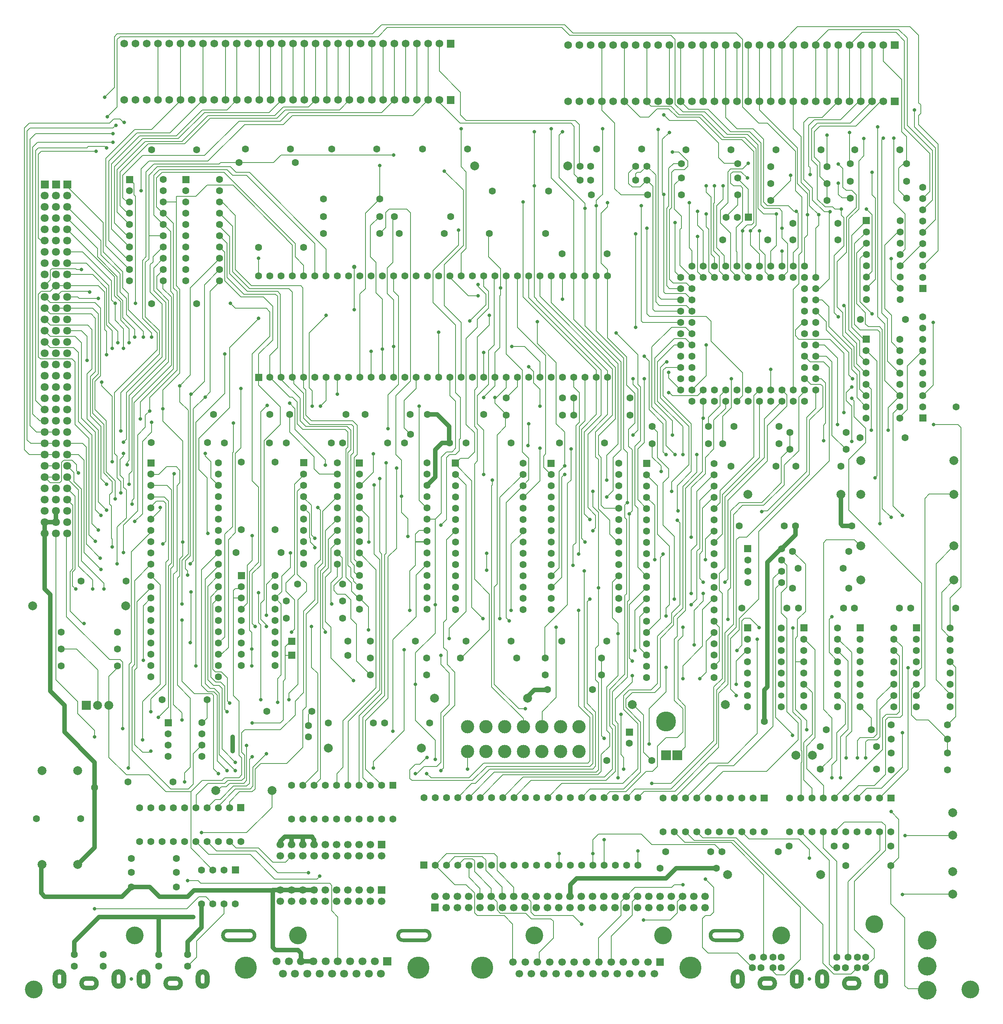
<source format=gbr>
%FSLAX34Y34*%
%MOMM*%
%LNCOPPER_BOTTOM*%
G71*
G01*
%ADD10C,1.600*%
%ADD11C,1.700*%
%ADD12C,1.400*%
%ADD13C,1.800*%
%ADD14C,1.600*%
%ADD15C,1.750*%
%ADD16C,3.000*%
%ADD17C,2.000*%
%ADD18C,0.800*%
%ADD19C,1.000*%
%ADD20C,2.000*%
%ADD21C,5.000*%
%ADD22C,4.500*%
%ADD23C,4.200*%
%ADD24C,0.200*%
%ADD25C,1.000*%
%ADD26C,4.000*%
%ADD27C,0.150*%
%ADD28C,1.600*%
%ADD29C,0.300*%
%ADD30C,0.600*%
%LPD*%
G36*
X370576Y675275D02*
X370576Y659275D01*
X354576Y659275D01*
X354576Y675275D01*
X370576Y675275D01*
G37*
X362576Y641875D02*
G54D10*
D03*
X362576Y616475D02*
G54D10*
D03*
X362575Y591075D02*
G54D10*
D03*
X438776Y591075D02*
G54D10*
D03*
X438776Y616475D02*
G54D10*
D03*
X438776Y641875D02*
G54D10*
D03*
X438775Y667275D02*
G54D10*
D03*
G36*
X534653Y467456D02*
X518653Y467456D01*
X518653Y483456D01*
X534653Y483456D01*
X534653Y467456D01*
G37*
X501253Y475456D02*
G54D10*
D03*
X475853Y475456D02*
G54D10*
D03*
X450453Y475456D02*
G54D10*
D03*
X425053Y475456D02*
G54D10*
D03*
X399653Y475456D02*
G54D10*
D03*
X374253Y475456D02*
G54D10*
D03*
X348853Y475456D02*
G54D10*
D03*
X323453Y475456D02*
G54D10*
D03*
X298053Y475456D02*
G54D10*
D03*
X298053Y399256D02*
G54D10*
D03*
X323453Y399256D02*
G54D10*
D03*
X348853Y399256D02*
G54D10*
D03*
X374253Y399256D02*
G54D10*
D03*
X399653Y399256D02*
G54D10*
D03*
X425053Y399256D02*
G54D10*
D03*
X450453Y399256D02*
G54D10*
D03*
X475853Y399256D02*
G54D10*
D03*
X501253Y399256D02*
G54D10*
D03*
X526653Y399256D02*
G54D10*
D03*
G36*
X522450Y327000D02*
X506450Y327000D01*
X506450Y343000D01*
X522450Y343000D01*
X522450Y327000D01*
G37*
X489050Y335000D02*
G54D10*
D03*
X463650Y335000D02*
G54D10*
D03*
X438250Y335000D02*
G54D10*
D03*
X438250Y258800D02*
G54D10*
D03*
X463650Y258800D02*
G54D10*
D03*
X489050Y258800D02*
G54D10*
D03*
X514450Y258800D02*
G54D10*
D03*
G36*
X877703Y518000D02*
X861703Y518000D01*
X861703Y534000D01*
X877703Y534000D01*
X877703Y518000D01*
G37*
X844303Y526000D02*
G54D10*
D03*
X818903Y526000D02*
G54D10*
D03*
X793503Y526000D02*
G54D10*
D03*
X768103Y526000D02*
G54D10*
D03*
X742703Y526000D02*
G54D10*
D03*
X717303Y526000D02*
G54D10*
D03*
X691903Y526000D02*
G54D10*
D03*
X666503Y526000D02*
G54D10*
D03*
X641103Y526000D02*
G54D10*
D03*
X641103Y449800D02*
G54D10*
D03*
X666503Y449800D02*
G54D10*
D03*
X691903Y449800D02*
G54D10*
D03*
X717303Y449800D02*
G54D10*
D03*
X742703Y449800D02*
G54D10*
D03*
X768103Y449800D02*
G54D10*
D03*
X793503Y449800D02*
G54D10*
D03*
X818903Y449800D02*
G54D10*
D03*
X844303Y449800D02*
G54D10*
D03*
X869703Y449800D02*
G54D10*
D03*
G36*
X853100Y383500D02*
X836100Y383500D01*
X836100Y400500D01*
X853100Y400500D01*
X853100Y383500D01*
G37*
X844600Y366600D02*
G54D11*
D03*
X819200Y392000D02*
G54D11*
D03*
X819200Y366600D02*
G54D11*
D03*
X793800Y392000D02*
G54D11*
D03*
X793800Y366600D02*
G54D11*
D03*
X768400Y392000D02*
G54D11*
D03*
X768400Y366600D02*
G54D11*
D03*
X743000Y392000D02*
G54D11*
D03*
X743000Y366600D02*
G54D11*
D03*
X717600Y392000D02*
G54D11*
D03*
X717600Y366600D02*
G54D11*
D03*
X692200Y392000D02*
G54D11*
D03*
X692200Y366600D02*
G54D11*
D03*
X666800Y392000D02*
G54D11*
D03*
X666800Y366600D02*
G54D11*
D03*
X641400Y392000D02*
G54D11*
D03*
X641400Y366600D02*
G54D11*
D03*
X616000Y392000D02*
G54D11*
D03*
X616000Y366600D02*
G54D11*
D03*
G36*
X852850Y281000D02*
X835850Y281000D01*
X835850Y298000D01*
X852850Y298000D01*
X852850Y281000D01*
G37*
X844350Y264100D02*
G54D11*
D03*
X818950Y289500D02*
G54D11*
D03*
X818950Y264100D02*
G54D11*
D03*
X793550Y289500D02*
G54D11*
D03*
X793550Y264100D02*
G54D11*
D03*
X768150Y289500D02*
G54D11*
D03*
X768150Y264100D02*
G54D11*
D03*
X742750Y289500D02*
G54D11*
D03*
X742750Y264100D02*
G54D11*
D03*
X717350Y289500D02*
G54D11*
D03*
X717350Y264100D02*
G54D11*
D03*
X691950Y289500D02*
G54D11*
D03*
X691950Y264100D02*
G54D11*
D03*
X666550Y289500D02*
G54D11*
D03*
X666550Y264100D02*
G54D11*
D03*
X641150Y289500D02*
G54D11*
D03*
X641150Y264100D02*
G54D11*
D03*
X615750Y289500D02*
G54D11*
D03*
X615750Y264100D02*
G54D11*
D03*
G36*
X676250Y1261500D02*
X676250Y1245500D01*
X660250Y1245500D01*
X660250Y1261500D01*
X676250Y1261500D01*
G37*
X668250Y1228100D02*
G54D10*
D03*
X668250Y1202700D02*
G54D10*
D03*
X668250Y1177300D02*
G54D10*
D03*
X668250Y1151900D02*
G54D10*
D03*
X668250Y1126500D02*
G54D10*
D03*
X668250Y1101100D02*
G54D10*
D03*
X668250Y1075700D02*
G54D10*
D03*
X668250Y1050300D02*
G54D10*
D03*
X668250Y1024900D02*
G54D10*
D03*
X744450Y1024900D02*
G54D10*
D03*
X744450Y1050300D02*
G54D10*
D03*
X744450Y1075700D02*
G54D10*
D03*
X744450Y1101100D02*
G54D10*
D03*
X744450Y1126500D02*
G54D10*
D03*
X744450Y1151900D02*
G54D10*
D03*
X744450Y1177300D02*
G54D10*
D03*
X744450Y1202700D02*
G54D10*
D03*
X744450Y1228100D02*
G54D10*
D03*
X744450Y1253500D02*
G54D10*
D03*
X604200Y1254750D02*
G54D10*
D03*
X604200Y1102350D02*
G54D10*
D03*
X528000Y1102350D02*
G54D10*
D03*
X528000Y1254750D02*
G54D10*
D03*
G36*
X331850Y1260934D02*
X331850Y1244934D01*
X315850Y1244934D01*
X315850Y1260934D01*
X331850Y1260934D01*
G37*
X323850Y1227534D02*
G54D10*
D03*
X323850Y1202134D02*
G54D10*
D03*
X323850Y1176734D02*
G54D10*
D03*
X323850Y1151334D02*
G54D10*
D03*
X323850Y1125934D02*
G54D10*
D03*
X323850Y1100534D02*
G54D10*
D03*
X323850Y1075134D02*
G54D10*
D03*
X323850Y1049734D02*
G54D10*
D03*
X323850Y1024334D02*
G54D10*
D03*
X323850Y998934D02*
G54D10*
D03*
X323850Y973534D02*
G54D10*
D03*
X323850Y948134D02*
G54D10*
D03*
X323850Y922734D02*
G54D10*
D03*
X323850Y897334D02*
G54D10*
D03*
X323850Y871934D02*
G54D10*
D03*
X323850Y846534D02*
G54D10*
D03*
X323850Y821134D02*
G54D10*
D03*
X323850Y795734D02*
G54D10*
D03*
X323850Y770334D02*
G54D10*
D03*
X476250Y770334D02*
G54D10*
D03*
X476250Y795734D02*
G54D10*
D03*
X476250Y821134D02*
G54D10*
D03*
X476250Y846534D02*
G54D10*
D03*
X476250Y871934D02*
G54D10*
D03*
X476250Y897334D02*
G54D10*
D03*
X476250Y922734D02*
G54D10*
D03*
X476250Y948134D02*
G54D10*
D03*
X476250Y973534D02*
G54D10*
D03*
X476250Y998934D02*
G54D10*
D03*
X476250Y1024334D02*
G54D10*
D03*
X476250Y1049734D02*
G54D10*
D03*
X476250Y1075134D02*
G54D10*
D03*
X476250Y1100534D02*
G54D10*
D03*
X476250Y1125934D02*
G54D10*
D03*
X476250Y1151334D02*
G54D10*
D03*
X476250Y1176734D02*
G54D10*
D03*
X476250Y1202134D02*
G54D10*
D03*
X476250Y1227534D02*
G54D10*
D03*
X476250Y1252934D02*
G54D10*
D03*
G36*
X956250Y258850D02*
X973250Y258850D01*
X973250Y241850D01*
X956250Y241850D01*
X956250Y258850D01*
G37*
X964750Y275750D02*
G54D11*
D03*
X990150Y250350D02*
G54D11*
D03*
X990150Y275750D02*
G54D11*
D03*
X1015550Y250350D02*
G54D11*
D03*
X1015550Y275750D02*
G54D11*
D03*
X1040950Y250350D02*
G54D11*
D03*
X1040950Y275750D02*
G54D11*
D03*
X1066350Y250350D02*
G54D11*
D03*
X1066350Y275750D02*
G54D11*
D03*
X1091750Y250350D02*
G54D11*
D03*
X1091750Y275750D02*
G54D11*
D03*
X1117150Y250350D02*
G54D11*
D03*
X1117150Y275750D02*
G54D11*
D03*
X1142550Y250350D02*
G54D11*
D03*
X1142550Y275750D02*
G54D11*
D03*
X1167950Y250350D02*
G54D11*
D03*
X1167950Y275750D02*
G54D11*
D03*
X1193350Y250350D02*
G54D11*
D03*
X1193350Y275750D02*
G54D11*
D03*
X1218750Y250350D02*
G54D11*
D03*
X1218750Y275750D02*
G54D11*
D03*
X1244150Y250350D02*
G54D11*
D03*
X1244150Y275750D02*
G54D11*
D03*
X1269550Y250350D02*
G54D11*
D03*
X1269550Y275750D02*
G54D11*
D03*
X1294950Y250350D02*
G54D11*
D03*
X1294950Y275750D02*
G54D11*
D03*
X1320350Y250350D02*
G54D11*
D03*
X1320350Y275750D02*
G54D11*
D03*
X1345750Y250350D02*
G54D11*
D03*
X1345750Y275750D02*
G54D11*
D03*
X1371150Y250350D02*
G54D11*
D03*
X1371150Y275750D02*
G54D11*
D03*
X1396550Y250350D02*
G54D11*
D03*
X1396550Y275750D02*
G54D11*
D03*
X1421950Y250350D02*
G54D11*
D03*
X1421950Y275750D02*
G54D11*
D03*
X1447350Y250350D02*
G54D11*
D03*
X1447350Y275750D02*
G54D11*
D03*
X1472750Y250350D02*
G54D11*
D03*
X1472750Y275750D02*
G54D11*
D03*
X1498150Y250350D02*
G54D11*
D03*
X1498150Y275750D02*
G54D11*
D03*
X1523550Y250350D02*
G54D11*
D03*
X1523550Y275750D02*
G54D11*
D03*
X1548950Y250350D02*
G54D11*
D03*
X1548950Y275750D02*
G54D11*
D03*
X1574350Y250350D02*
G54D11*
D03*
X1574350Y275750D02*
G54D11*
D03*
G36*
X931603Y354012D02*
X947603Y354012D01*
X947603Y338012D01*
X931603Y338012D01*
X931603Y354012D01*
G37*
X965003Y346012D02*
G54D10*
D03*
X990403Y346012D02*
G54D10*
D03*
X1015803Y346012D02*
G54D10*
D03*
X1041203Y346012D02*
G54D10*
D03*
X1066603Y346012D02*
G54D10*
D03*
X1092003Y346012D02*
G54D10*
D03*
X1117403Y346012D02*
G54D10*
D03*
X1142803Y346012D02*
G54D10*
D03*
X1168203Y346012D02*
G54D10*
D03*
X1193603Y346012D02*
G54D10*
D03*
X1219003Y346012D02*
G54D10*
D03*
X1244403Y346012D02*
G54D10*
D03*
X1269803Y346012D02*
G54D10*
D03*
X1295203Y346012D02*
G54D10*
D03*
X1320603Y346012D02*
G54D10*
D03*
X1346003Y346012D02*
G54D10*
D03*
X1371403Y346012D02*
G54D10*
D03*
X1396803Y346012D02*
G54D10*
D03*
X1422203Y346012D02*
G54D10*
D03*
X1422203Y498412D02*
G54D10*
D03*
X1396803Y498412D02*
G54D10*
D03*
X1371403Y498412D02*
G54D10*
D03*
X1346003Y498412D02*
G54D10*
D03*
X1320603Y498412D02*
G54D10*
D03*
X1295203Y498412D02*
G54D10*
D03*
X1269803Y498412D02*
G54D10*
D03*
X1244403Y498412D02*
G54D10*
D03*
X1219003Y498412D02*
G54D10*
D03*
X1193603Y498412D02*
G54D10*
D03*
X1168203Y498413D02*
G54D10*
D03*
X1142803Y498412D02*
G54D10*
D03*
X1117403Y498412D02*
G54D10*
D03*
X1092003Y498412D02*
G54D10*
D03*
X1066603Y498412D02*
G54D10*
D03*
X1041203Y498412D02*
G54D10*
D03*
X1015803Y498412D02*
G54D10*
D03*
X990403Y498412D02*
G54D10*
D03*
X965003Y498412D02*
G54D10*
D03*
X939603Y498412D02*
G54D10*
D03*
G36*
X1715703Y489206D02*
X1699703Y489206D01*
X1699703Y505206D01*
X1715703Y505206D01*
X1715703Y489206D01*
G37*
X1682303Y497206D02*
G54D10*
D03*
X1656903Y497206D02*
G54D10*
D03*
X1631503Y497206D02*
G54D10*
D03*
X1606103Y497206D02*
G54D10*
D03*
X1580703Y497206D02*
G54D10*
D03*
X1555303Y497206D02*
G54D10*
D03*
X1529903Y497206D02*
G54D10*
D03*
X1504503Y497206D02*
G54D10*
D03*
X1479103Y497206D02*
G54D10*
D03*
X1479103Y421006D02*
G54D10*
D03*
X1504503Y421006D02*
G54D10*
D03*
X1529903Y421006D02*
G54D10*
D03*
X1555303Y421006D02*
G54D10*
D03*
X1580703Y421006D02*
G54D10*
D03*
X1606103Y421006D02*
G54D10*
D03*
X1631503Y421006D02*
G54D10*
D03*
X1656903Y421006D02*
G54D10*
D03*
X1682303Y421006D02*
G54D10*
D03*
X1707703Y421006D02*
G54D10*
D03*
G36*
X2001453Y489206D02*
X1985453Y489206D01*
X1985453Y505206D01*
X2001453Y505206D01*
X2001453Y489206D01*
G37*
X1968053Y497206D02*
G54D10*
D03*
X1942653Y497206D02*
G54D10*
D03*
X1917253Y497206D02*
G54D10*
D03*
X1891853Y497206D02*
G54D10*
D03*
X1866453Y497206D02*
G54D10*
D03*
X1841053Y497206D02*
G54D10*
D03*
X1815653Y497206D02*
G54D10*
D03*
X1790253Y497206D02*
G54D10*
D03*
X1764853Y497206D02*
G54D10*
D03*
X1764853Y421006D02*
G54D10*
D03*
X1790253Y421006D02*
G54D10*
D03*
X1815653Y421006D02*
G54D10*
D03*
X1841053Y421006D02*
G54D10*
D03*
X1866453Y421006D02*
G54D10*
D03*
X1891853Y421006D02*
G54D10*
D03*
X1917253Y421006D02*
G54D10*
D03*
X1942653Y421006D02*
G54D10*
D03*
X1968053Y421006D02*
G54D10*
D03*
X1993453Y421006D02*
G54D10*
D03*
G36*
X2059050Y889062D02*
X2059050Y873062D01*
X2043050Y873062D01*
X2043050Y889062D01*
X2059050Y889062D01*
G37*
X2051050Y855662D02*
G54D10*
D03*
X2051050Y830262D02*
G54D10*
D03*
X2051050Y804862D02*
G54D10*
D03*
X2051050Y779462D02*
G54D10*
D03*
X2051050Y754062D02*
G54D10*
D03*
X2051050Y728662D02*
G54D10*
D03*
X2051050Y703262D02*
G54D10*
D03*
X2127251Y703262D02*
G54D10*
D03*
X2127251Y728662D02*
G54D10*
D03*
X2127251Y754062D02*
G54D10*
D03*
X2127251Y779462D02*
G54D10*
D03*
X2127251Y804862D02*
G54D10*
D03*
X2127251Y830262D02*
G54D10*
D03*
X2127251Y855662D02*
G54D10*
D03*
X2127251Y881062D02*
G54D10*
D03*
G36*
X1932050Y889062D02*
X1932050Y873062D01*
X1916050Y873062D01*
X1916050Y889062D01*
X1932050Y889062D01*
G37*
X1924050Y855662D02*
G54D10*
D03*
X1924050Y830262D02*
G54D10*
D03*
X1924050Y804863D02*
G54D10*
D03*
X1924050Y779463D02*
G54D10*
D03*
X1924050Y754062D02*
G54D10*
D03*
X1924050Y728662D02*
G54D10*
D03*
X1924050Y703262D02*
G54D10*
D03*
X2000250Y703262D02*
G54D10*
D03*
X2000250Y728662D02*
G54D10*
D03*
X2000250Y754062D02*
G54D10*
D03*
X2000250Y779462D02*
G54D10*
D03*
X2000250Y804862D02*
G54D10*
D03*
X2000250Y830262D02*
G54D10*
D03*
X2000250Y855662D02*
G54D10*
D03*
X2000250Y881062D02*
G54D10*
D03*
G36*
X1805050Y889062D02*
X1805050Y873062D01*
X1789050Y873062D01*
X1789050Y889062D01*
X1805050Y889062D01*
G37*
X1797050Y855662D02*
G54D10*
D03*
X1797050Y830262D02*
G54D10*
D03*
X1797050Y804862D02*
G54D10*
D03*
X1797050Y779462D02*
G54D10*
D03*
X1797050Y754062D02*
G54D10*
D03*
X1797050Y728662D02*
G54D10*
D03*
X1797050Y703262D02*
G54D10*
D03*
X1873250Y703262D02*
G54D10*
D03*
X1873250Y728662D02*
G54D10*
D03*
X1873250Y754062D02*
G54D10*
D03*
X1873250Y779462D02*
G54D10*
D03*
X1873250Y804862D02*
G54D10*
D03*
X1873250Y830262D02*
G54D10*
D03*
X1873250Y855662D02*
G54D10*
D03*
X1873250Y881062D02*
G54D10*
D03*
G36*
X1678050Y889062D02*
X1678050Y873062D01*
X1662050Y873062D01*
X1662050Y889062D01*
X1678050Y889062D01*
G37*
X1670050Y855663D02*
G54D10*
D03*
X1670050Y830262D02*
G54D10*
D03*
X1670050Y804862D02*
G54D10*
D03*
X1670050Y779462D02*
G54D10*
D03*
X1670050Y754062D02*
G54D10*
D03*
X1670050Y728662D02*
G54D10*
D03*
X1670050Y703262D02*
G54D10*
D03*
X1746250Y703262D02*
G54D10*
D03*
X1746250Y728662D02*
G54D12*
D03*
X1746250Y754062D02*
G54D10*
D03*
X1746250Y779463D02*
G54D10*
D03*
X1746250Y804862D02*
G54D10*
D03*
X1746250Y830263D02*
G54D10*
D03*
X1746250Y855662D02*
G54D10*
D03*
X1746250Y881062D02*
G54D10*
D03*
G36*
X1678447Y1067656D02*
X1678447Y1051656D01*
X1662447Y1051656D01*
X1662447Y1067656D01*
X1678447Y1067656D01*
G37*
X1670447Y1034256D02*
G54D10*
D03*
X1670447Y1008856D02*
G54D10*
D03*
X1670447Y983456D02*
G54D10*
D03*
X1746647Y983456D02*
G54D10*
D03*
X1746647Y1008856D02*
G54D10*
D03*
X1746647Y1034256D02*
G54D10*
D03*
X1746647Y1059656D02*
G54D10*
D03*
G36*
X1450244Y1259744D02*
X1450244Y1243744D01*
X1434244Y1243744D01*
X1434244Y1259744D01*
X1450244Y1259744D01*
G37*
X1442244Y1226344D02*
G54D10*
D03*
X1442244Y1200944D02*
G54D10*
D03*
X1442244Y1175544D02*
G54D10*
D03*
X1442244Y1150144D02*
G54D10*
D03*
X1442244Y1124744D02*
G54D10*
D03*
X1442244Y1099344D02*
G54D10*
D03*
X1442244Y1073944D02*
G54D10*
D03*
X1442244Y1048544D02*
G54D10*
D03*
X1442244Y1023144D02*
G54D10*
D03*
X1442244Y997744D02*
G54D10*
D03*
X1442244Y972344D02*
G54D10*
D03*
X1442244Y946944D02*
G54D10*
D03*
X1442244Y921544D02*
G54D10*
D03*
X1442244Y896144D02*
G54D10*
D03*
X1442244Y870744D02*
G54D10*
D03*
X1442244Y845344D02*
G54D10*
D03*
X1442244Y819944D02*
G54D10*
D03*
X1442244Y794544D02*
G54D10*
D03*
X1442244Y769144D02*
G54D10*
D03*
X1594644Y769144D02*
G54D10*
D03*
X1594644Y794544D02*
G54D10*
D03*
X1594644Y819944D02*
G54D10*
D03*
X1594644Y845344D02*
G54D10*
D03*
X1594644Y870744D02*
G54D10*
D03*
X1594644Y896144D02*
G54D10*
D03*
X1594644Y921544D02*
G54D10*
D03*
X1594644Y946944D02*
G54D10*
D03*
X1594644Y972344D02*
G54D10*
D03*
X1594644Y997744D02*
G54D10*
D03*
X1594644Y1023144D02*
G54D10*
D03*
X1594644Y1048544D02*
G54D10*
D03*
X1594644Y1073944D02*
G54D10*
D03*
X1594644Y1099344D02*
G54D10*
D03*
X1594644Y1124744D02*
G54D10*
D03*
X1594644Y1150144D02*
G54D10*
D03*
X1594644Y1175544D02*
G54D10*
D03*
X1594644Y1200944D02*
G54D10*
D03*
X1594644Y1226344D02*
G54D10*
D03*
X1594644Y1251744D02*
G54D10*
D03*
G36*
X1234741Y1260141D02*
X1234741Y1244141D01*
X1218741Y1244141D01*
X1218741Y1260141D01*
X1234741Y1260141D01*
G37*
X1226741Y1226741D02*
G54D10*
D03*
X1226741Y1201341D02*
G54D10*
D03*
X1226741Y1175941D02*
G54D10*
D03*
X1226741Y1150541D02*
G54D10*
D03*
X1226741Y1125141D02*
G54D10*
D03*
X1226741Y1099741D02*
G54D10*
D03*
X1226741Y1074341D02*
G54D10*
D03*
X1226741Y1048941D02*
G54D10*
D03*
X1226741Y1023541D02*
G54D10*
D03*
X1226741Y998141D02*
G54D10*
D03*
X1226741Y972741D02*
G54D10*
D03*
X1226741Y947341D02*
G54D10*
D03*
X1226741Y921941D02*
G54D10*
D03*
X1379141Y921941D02*
G54D10*
D03*
X1379141Y947341D02*
G54D10*
D03*
X1379141Y972741D02*
G54D10*
D03*
X1379141Y998141D02*
G54D10*
D03*
X1379141Y1023541D02*
G54D10*
D03*
X1379141Y1048941D02*
G54D10*
D03*
X1379141Y1074341D02*
G54D10*
D03*
X1379141Y1099741D02*
G54D10*
D03*
X1379141Y1125141D02*
G54D10*
D03*
X1379141Y1150541D02*
G54D10*
D03*
X1379141Y1175941D02*
G54D10*
D03*
X1379141Y1201341D02*
G54D10*
D03*
X1379141Y1226741D02*
G54D10*
D03*
X1379141Y1252141D02*
G54D10*
D03*
G36*
X1018841Y1260538D02*
X1018841Y1244538D01*
X1002841Y1244538D01*
X1002841Y1260538D01*
X1018841Y1260538D01*
G37*
X1010841Y1227138D02*
G54D10*
D03*
X1010841Y1201738D02*
G54D10*
D03*
X1010841Y1176338D02*
G54D10*
D03*
X1010841Y1150938D02*
G54D10*
D03*
X1010841Y1125538D02*
G54D10*
D03*
X1010841Y1100138D02*
G54D10*
D03*
X1010841Y1074738D02*
G54D10*
D03*
X1010841Y1049338D02*
G54D10*
D03*
X1010841Y1023938D02*
G54D10*
D03*
X1010841Y998538D02*
G54D10*
D03*
X1010841Y973138D02*
G54D10*
D03*
X1010841Y947738D02*
G54D10*
D03*
X1010841Y922337D02*
G54D10*
D03*
X1163241Y922338D02*
G54D10*
D03*
X1163241Y947738D02*
G54D10*
D03*
X1163241Y973138D02*
G54D10*
D03*
X1163241Y998538D02*
G54D10*
D03*
X1163241Y1023938D02*
G54D10*
D03*
X1163241Y1049338D02*
G54D10*
D03*
X1163241Y1074738D02*
G54D10*
D03*
X1163241Y1100138D02*
G54D10*
D03*
X1163241Y1125538D02*
G54D10*
D03*
X1163241Y1150938D02*
G54D10*
D03*
X1163241Y1176338D02*
G54D10*
D03*
X1163241Y1201738D02*
G54D10*
D03*
X1163241Y1227138D02*
G54D10*
D03*
X1163241Y1252538D02*
G54D10*
D03*
G36*
X802147Y1260934D02*
X802147Y1244934D01*
X786147Y1244934D01*
X786147Y1260934D01*
X802147Y1260934D01*
G37*
X794147Y1227534D02*
G54D10*
D03*
X794147Y1202134D02*
G54D10*
D03*
X794147Y1176734D02*
G54D10*
D03*
X794147Y1151334D02*
G54D10*
D03*
X794147Y1125934D02*
G54D10*
D03*
X794147Y1100534D02*
G54D10*
D03*
X794147Y1075134D02*
G54D10*
D03*
X794147Y1049734D02*
G54D10*
D03*
X794147Y1024334D02*
G54D10*
D03*
X794147Y998934D02*
G54D10*
D03*
X794147Y973534D02*
G54D10*
D03*
X794147Y948134D02*
G54D10*
D03*
X794147Y922734D02*
G54D10*
D03*
X946547Y922734D02*
G54D10*
D03*
X946547Y948134D02*
G54D10*
D03*
X946547Y973534D02*
G54D10*
D03*
X946547Y998934D02*
G54D10*
D03*
X946547Y1024334D02*
G54D10*
D03*
X946547Y1049734D02*
G54D10*
D03*
X946547Y1075134D02*
G54D10*
D03*
X946547Y1100534D02*
G54D10*
D03*
X946547Y1125934D02*
G54D10*
D03*
X946547Y1151334D02*
G54D10*
D03*
X946547Y1176734D02*
G54D10*
D03*
X946547Y1202134D02*
G54D10*
D03*
X946547Y1227534D02*
G54D10*
D03*
X946547Y1252934D02*
G54D10*
D03*
G36*
X535844Y1006934D02*
X535844Y990934D01*
X519844Y990934D01*
X519844Y1006934D01*
X535844Y1006934D01*
G37*
X527844Y973534D02*
G54D10*
D03*
X527844Y948134D02*
G54D10*
D03*
X527844Y922734D02*
G54D10*
D03*
X527844Y897334D02*
G54D10*
D03*
X527844Y871934D02*
G54D10*
D03*
X527844Y846534D02*
G54D10*
D03*
X527844Y821134D02*
G54D10*
D03*
X527844Y795734D02*
G54D10*
D03*
X604044Y795734D02*
G54D10*
D03*
X604044Y821134D02*
G54D10*
D03*
X604044Y846534D02*
G54D10*
D03*
X604044Y871934D02*
G54D10*
D03*
X604044Y897334D02*
G54D10*
D03*
X604044Y922734D02*
G54D10*
D03*
X604044Y948134D02*
G54D10*
D03*
X604044Y973534D02*
G54D10*
D03*
X604044Y998934D02*
G54D10*
D03*
G36*
X1945544Y1539938D02*
X1945544Y1523938D01*
X1929544Y1523938D01*
X1929544Y1539938D01*
X1945544Y1539938D01*
G37*
X1937544Y1506538D02*
G54D10*
D03*
X1937544Y1481138D02*
G54D10*
D03*
X1937544Y1455738D02*
G54D10*
D03*
X1937544Y1430338D02*
G54D10*
D03*
X1937544Y1404938D02*
G54D10*
D03*
X1937544Y1379538D02*
G54D10*
D03*
X1937544Y1354138D02*
G54D10*
D03*
X2013743Y1354138D02*
G54D10*
D03*
X2013743Y1379538D02*
G54D10*
D03*
X2013743Y1404938D02*
G54D10*
D03*
X2013743Y1430338D02*
G54D10*
D03*
X2013743Y1455738D02*
G54D10*
D03*
X2013743Y1481138D02*
G54D10*
D03*
X2013743Y1506538D02*
G54D10*
D03*
X2013743Y1531938D02*
G54D10*
D03*
G36*
X1945941Y1807431D02*
X1945941Y1791431D01*
X1929941Y1791431D01*
X1929941Y1807431D01*
X1945941Y1807431D01*
G37*
X1937941Y1774031D02*
G54D10*
D03*
X1937941Y1748631D02*
G54D10*
D03*
X1937941Y1723231D02*
G54D10*
D03*
X1937941Y1697831D02*
G54D10*
D03*
X1937941Y1672431D02*
G54D10*
D03*
X1937941Y1647031D02*
G54D10*
D03*
X1937941Y1621631D02*
G54D10*
D03*
X2014140Y1621631D02*
G54D10*
D03*
X2014140Y1647031D02*
G54D10*
D03*
X2014140Y1672431D02*
G54D10*
D03*
X2014140Y1697831D02*
G54D10*
D03*
X2014140Y1723231D02*
G54D10*
D03*
X2014140Y1748631D02*
G54D10*
D03*
X2014140Y1774031D02*
G54D10*
D03*
X2014140Y1799431D02*
G54D10*
D03*
G36*
X1680034Y1799369D02*
X1664034Y1799369D01*
X1664034Y1815369D01*
X1680034Y1815369D01*
X1680034Y1799369D01*
G37*
X1646634Y1807369D02*
G54D10*
D03*
X1621234Y1807369D02*
G54D10*
D03*
G36*
X410431Y1900300D02*
X410431Y1884300D01*
X394431Y1884300D01*
X394431Y1900300D01*
X410431Y1900300D01*
G37*
X402431Y1866900D02*
G54D10*
D03*
X402431Y1841500D02*
G54D10*
D03*
X402431Y1816100D02*
G54D10*
D03*
X402431Y1790700D02*
G54D10*
D03*
X402431Y1765300D02*
G54D10*
D03*
X402431Y1739900D02*
G54D10*
D03*
X402431Y1714500D02*
G54D10*
D03*
X402431Y1689100D02*
G54D10*
D03*
X402431Y1663700D02*
G54D10*
D03*
X478631Y1663700D02*
G54D10*
D03*
X478631Y1689100D02*
G54D10*
D03*
X478631Y1714500D02*
G54D10*
D03*
X478631Y1739900D02*
G54D10*
D03*
X478631Y1765300D02*
G54D10*
D03*
X478631Y1790700D02*
G54D10*
D03*
X478631Y1816100D02*
G54D10*
D03*
X478631Y1841500D02*
G54D10*
D03*
X478631Y1866900D02*
G54D10*
D03*
X478631Y1892300D02*
G54D10*
D03*
G36*
X283431Y1900300D02*
X283431Y1884300D01*
X267431Y1884300D01*
X267431Y1900300D01*
X283431Y1900300D01*
G37*
X275431Y1866900D02*
G54D10*
D03*
X275431Y1841500D02*
G54D10*
D03*
X275431Y1816100D02*
G54D10*
D03*
X275431Y1790700D02*
G54D10*
D03*
X275431Y1765300D02*
G54D10*
D03*
X275431Y1739900D02*
G54D10*
D03*
X275431Y1714500D02*
G54D10*
D03*
X275431Y1689100D02*
G54D10*
D03*
X275431Y1663700D02*
G54D10*
D03*
X351631Y1663700D02*
G54D10*
D03*
X351631Y1689100D02*
G54D10*
D03*
X351631Y1714500D02*
G54D10*
D03*
X351631Y1739900D02*
G54D10*
D03*
X351631Y1765300D02*
G54D10*
D03*
X351631Y1790700D02*
G54D10*
D03*
X351631Y1816100D02*
G54D10*
D03*
X351631Y1841500D02*
G54D10*
D03*
X351631Y1866900D02*
G54D10*
D03*
X351631Y1892300D02*
G54D10*
D03*
G36*
X574738Y1438212D02*
X558738Y1438212D01*
X558738Y1454212D01*
X574738Y1454212D01*
X574738Y1438212D01*
G37*
X592138Y1446212D02*
G54D10*
D03*
X617538Y1446212D02*
G54D10*
D03*
X642938Y1446212D02*
G54D10*
D03*
X668338Y1446212D02*
G54D10*
D03*
X693738Y1446212D02*
G54D10*
D03*
X719138Y1446212D02*
G54D10*
D03*
X744538Y1446212D02*
G54D10*
D03*
X769938Y1446212D02*
G54D10*
D03*
X795338Y1446212D02*
G54D10*
D03*
X820738Y1446212D02*
G54D10*
D03*
X846138Y1446212D02*
G54D10*
D03*
X871538Y1446212D02*
G54D10*
D03*
X896937Y1446212D02*
G54D10*
D03*
X922338Y1446212D02*
G54D10*
D03*
X947738Y1446212D02*
G54D10*
D03*
X973138Y1446212D02*
G54D10*
D03*
X998538Y1446212D02*
G54D10*
D03*
X1023938Y1446212D02*
G54D10*
D03*
X1049338Y1446212D02*
G54D10*
D03*
X1074738Y1446212D02*
G54D10*
D03*
X1100138Y1446212D02*
G54D10*
D03*
X1125538Y1446212D02*
G54D10*
D03*
X1150938Y1446212D02*
G54D10*
D03*
X1176338Y1446212D02*
G54D10*
D03*
X1201738Y1446212D02*
G54D10*
D03*
X1227138Y1446212D02*
G54D10*
D03*
X1252538Y1446212D02*
G54D10*
D03*
X1277938Y1446212D02*
G54D10*
D03*
X1303338Y1446212D02*
G54D10*
D03*
X1328738Y1446212D02*
G54D10*
D03*
X566738Y1674812D02*
G54D10*
D03*
X592138Y1674812D02*
G54D10*
D03*
X617538Y1674812D02*
G54D10*
D03*
X642938Y1674812D02*
G54D10*
D03*
X668338Y1674812D02*
G54D10*
D03*
X693738Y1674812D02*
G54D10*
D03*
X744538Y1674812D02*
G54D10*
D03*
X719138Y1674812D02*
G54D10*
D03*
X769938Y1674812D02*
G54D10*
D03*
X795338Y1674812D02*
G54D10*
D03*
X820738Y1674812D02*
G54D10*
D03*
X846137Y1674812D02*
G54D10*
D03*
X871538Y1674812D02*
G54D10*
D03*
X896938Y1674812D02*
G54D10*
D03*
X922338Y1674812D02*
G54D10*
D03*
X947738Y1674812D02*
G54D10*
D03*
X973138Y1674812D02*
G54D10*
D03*
X998538Y1674812D02*
G54D10*
D03*
X1023938Y1674812D02*
G54D10*
D03*
X1049338Y1674812D02*
G54D10*
D03*
X1074738Y1674812D02*
G54D10*
D03*
X1100138Y1674812D02*
G54D10*
D03*
X1125538Y1674812D02*
G54D10*
D03*
X1150938Y1674812D02*
G54D10*
D03*
X1176338Y1674812D02*
G54D10*
D03*
X1201738Y1674812D02*
G54D10*
D03*
X1227138Y1674812D02*
G54D10*
D03*
X1252538Y1674812D02*
G54D10*
D03*
X1277938Y1674812D02*
G54D10*
D03*
X1303338Y1674812D02*
G54D10*
D03*
X1328738Y1674812D02*
G54D10*
D03*
X1354138Y1674812D02*
G54D10*
D03*
X1354138Y1446212D02*
G54D10*
D03*
G36*
X75138Y1890188D02*
X93138Y1890188D01*
X93138Y1872188D01*
X75138Y1872188D01*
X75138Y1890188D01*
G37*
G36*
X100537Y1890187D02*
X118537Y1890187D01*
X118537Y1872187D01*
X100537Y1872187D01*
X100537Y1890187D01*
G37*
G36*
X125938Y1890188D02*
X143938Y1890188D01*
X143938Y1872188D01*
X125938Y1872188D01*
X125938Y1890188D01*
G37*
X84138Y1855788D02*
G54D13*
D03*
X84138Y1830388D02*
G54D13*
D03*
X84138Y1804988D02*
G54D13*
D03*
X84138Y1779588D02*
G54D13*
D03*
X84138Y1754188D02*
G54D13*
D03*
X84138Y1728788D02*
G54D13*
D03*
X84138Y1703388D02*
G54D13*
D03*
X84138Y1652588D02*
G54D13*
D03*
X84138Y1677988D02*
G54D13*
D03*
X84138Y1627188D02*
G54D13*
D03*
X84138Y1601788D02*
G54D13*
D03*
X84138Y1576388D02*
G54D13*
D03*
X84138Y1550988D02*
G54D13*
D03*
X84138Y1525588D02*
G54D13*
D03*
X84138Y1500188D02*
G54D13*
D03*
X84138Y1474788D02*
G54D13*
D03*
X84138Y1449388D02*
G54D13*
D03*
X84138Y1423988D02*
G54D13*
D03*
X84138Y1398588D02*
G54D13*
D03*
X84138Y1373188D02*
G54D13*
D03*
X84138Y1347788D02*
G54D13*
D03*
X84138Y1322388D02*
G54D13*
D03*
X84138Y1296988D02*
G54D13*
D03*
X84138Y1271588D02*
G54D13*
D03*
X84138Y1246188D02*
G54D13*
D03*
X84138Y1220788D02*
G54D13*
D03*
X84138Y1195388D02*
G54D13*
D03*
X84138Y1169988D02*
G54D13*
D03*
X84137Y1144587D02*
G54D13*
D03*
X84138Y1119188D02*
G54D13*
D03*
X84138Y1093788D02*
G54D13*
D03*
X109537Y1855788D02*
G54D13*
D03*
X109537Y1830388D02*
G54D13*
D03*
X109537Y1804987D02*
G54D13*
D03*
X109537Y1779588D02*
G54D13*
D03*
X109537Y1754187D02*
G54D13*
D03*
X109537Y1728788D02*
G54D13*
D03*
X109537Y1703387D02*
G54D13*
D03*
X109537Y1677988D02*
G54D13*
D03*
X109538Y1652588D02*
G54D13*
D03*
X109538Y1627188D02*
G54D13*
D03*
X109538Y1601788D02*
G54D13*
D03*
X109537Y1576387D02*
G54D13*
D03*
X109537Y1550988D02*
G54D13*
D03*
X109537Y1525587D02*
G54D13*
D03*
X109537Y1500188D02*
G54D13*
D03*
X109537Y1474787D02*
G54D13*
D03*
X109538Y1449388D02*
G54D13*
D03*
X109538Y1423988D02*
G54D13*
D03*
X109538Y1398588D02*
G54D13*
D03*
X109538Y1373188D02*
G54D13*
D03*
X109538Y1347788D02*
G54D13*
D03*
X109538Y1322388D02*
G54D13*
D03*
X109538Y1296988D02*
G54D13*
D03*
X109538Y1271588D02*
G54D13*
D03*
X109538Y1246188D02*
G54D13*
D03*
X109538Y1220788D02*
G54D13*
D03*
X109538Y1195388D02*
G54D13*
D03*
X109537Y1169987D02*
G54D13*
D03*
X109538Y1144588D02*
G54D13*
D03*
X109538Y1119188D02*
G54D13*
D03*
X109538Y1093788D02*
G54D13*
D03*
X134938Y1855788D02*
G54D13*
D03*
X134938Y1830388D02*
G54D13*
D03*
X134938Y1804988D02*
G54D13*
D03*
X134938Y1779588D02*
G54D13*
D03*
X134938Y1754188D02*
G54D13*
D03*
X134938Y1728788D02*
G54D13*
D03*
X134938Y1703388D02*
G54D13*
D03*
X134938Y1677988D02*
G54D13*
D03*
X134938Y1652588D02*
G54D13*
D03*
X134938Y1627188D02*
G54D13*
D03*
X134938Y1601788D02*
G54D13*
D03*
X134937Y1576387D02*
G54D13*
D03*
X134938Y1550988D02*
G54D13*
D03*
X134938Y1525588D02*
G54D13*
D03*
X134938Y1500188D02*
G54D13*
D03*
X134938Y1474788D02*
G54D13*
D03*
X134938Y1449388D02*
G54D13*
D03*
X134938Y1423988D02*
G54D13*
D03*
X134938Y1398588D02*
G54D13*
D03*
X134938Y1373188D02*
G54D13*
D03*
X134938Y1347788D02*
G54D13*
D03*
X134938Y1322388D02*
G54D13*
D03*
X134938Y1296988D02*
G54D13*
D03*
X134938Y1271588D02*
G54D13*
D03*
X134938Y1246188D02*
G54D13*
D03*
X134938Y1220788D02*
G54D13*
D03*
X134938Y1195388D02*
G54D13*
D03*
X134938Y1169988D02*
G54D13*
D03*
X134937Y1144587D02*
G54D13*
D03*
X134938Y1119188D02*
G54D13*
D03*
X134938Y1093788D02*
G54D13*
D03*
X1544638Y1519238D02*
G54D10*
D03*
X1544638Y1544638D02*
G54D10*
D03*
X1544637Y1570038D02*
G54D10*
D03*
X1544638Y1595438D02*
G54D10*
D03*
X1722437Y1671638D02*
G54D10*
D03*
X1747837Y1671638D02*
G54D10*
D03*
X1570038Y1697038D02*
G54D10*
D03*
X1544638Y1671638D02*
G54D10*
D03*
X1595438Y1671638D02*
G54D10*
D03*
X1519238Y1671638D02*
G54D10*
D03*
X1519238Y1595438D02*
G54D10*
D03*
X1544638Y1697038D02*
G54D10*
D03*
X1519238Y1570038D02*
G54D10*
D03*
X1595438Y1697038D02*
G54D10*
D03*
X1519238Y1544637D02*
G54D10*
D03*
X1519238Y1519238D02*
G54D10*
D03*
X1544638Y1417638D02*
G54D10*
D03*
X1544638Y1443038D02*
G54D10*
D03*
X1544638Y1468438D02*
G54D10*
D03*
X1544638Y1493838D02*
G54D10*
D03*
X1798637Y1493838D02*
G54D10*
D03*
X1798637Y1519238D02*
G54D10*
D03*
X1519238Y1493838D02*
G54D10*
D03*
X1519238Y1468438D02*
G54D10*
D03*
X1519238Y1443038D02*
G54D10*
D03*
X1519238Y1417638D02*
G54D10*
D03*
X1570038Y1671638D02*
G54D10*
D03*
X1620838Y1671638D02*
G54D10*
D03*
X1646237Y1671638D02*
G54D10*
D03*
X1620838Y1697038D02*
G54D10*
D03*
X1671637Y1671638D02*
G54D10*
D03*
X1697037Y1671638D02*
G54D10*
D03*
X1722437Y1697038D02*
G54D10*
D03*
X1747837Y1697038D02*
G54D10*
D03*
X1646237Y1697038D02*
G54D10*
D03*
X1671637Y1697038D02*
G54D10*
D03*
X1697037Y1697038D02*
G54D10*
D03*
X1570038Y1392238D02*
G54D10*
D03*
X1544638Y1392238D02*
G54D10*
D03*
X1595438Y1392238D02*
G54D10*
D03*
X1620838Y1392238D02*
G54D10*
D03*
X1722437Y1392238D02*
G54D10*
D03*
X1747837Y1392238D02*
G54D10*
D03*
X1646237Y1392238D02*
G54D10*
D03*
X1671637Y1392238D02*
G54D10*
D03*
X1697037Y1392238D02*
G54D10*
D03*
X1722437Y1417638D02*
G54D10*
D03*
X1747837Y1417638D02*
G54D10*
D03*
X1595438Y1417638D02*
G54D10*
D03*
X1570038Y1417638D02*
G54D10*
D03*
X1620838Y1417638D02*
G54D10*
D03*
X1646237Y1417637D02*
G54D10*
D03*
X1671637Y1417638D02*
G54D10*
D03*
X1697037Y1417638D02*
G54D10*
D03*
X1798637Y1468438D02*
G54D10*
D03*
X1798637Y1570038D02*
G54D10*
D03*
X1798637Y1595438D02*
G54D10*
D03*
X1798637Y1620838D02*
G54D10*
D03*
X1798637Y1646238D02*
G54D10*
D03*
X1798637Y1544638D02*
G54D10*
D03*
X1773237Y1671638D02*
G54D10*
D03*
X1798637Y1671638D02*
G54D10*
D03*
X1773237Y1697038D02*
G54D10*
D03*
X1798637Y1697038D02*
G54D10*
D03*
X1773237Y1392238D02*
G54D10*
D03*
X1798637Y1392238D02*
G54D10*
D03*
X1798637Y1443038D02*
G54D10*
D03*
X1773237Y1417638D02*
G54D10*
D03*
X1798637Y1417638D02*
G54D10*
D03*
X1824037Y1646238D02*
G54D10*
D03*
X1824037Y1671638D02*
G54D10*
D03*
X1824037Y1620838D02*
G54D10*
D03*
X1824037Y1595438D02*
G54D10*
D03*
X1824037Y1493838D02*
G54D10*
D03*
X1824037Y1468438D02*
G54D10*
D03*
X1824037Y1570038D02*
G54D10*
D03*
X1824037Y1544637D02*
G54D10*
D03*
X1824037Y1519238D02*
G54D10*
D03*
X1824037Y1443038D02*
G54D10*
D03*
X1824037Y1417638D02*
G54D10*
D03*
X1544638Y1620838D02*
G54D10*
D03*
X1544638Y1646238D02*
G54D10*
D03*
X1519238Y1646238D02*
G54D10*
D03*
X1519238Y1620838D02*
G54D10*
D03*
G36*
X2057338Y1638238D02*
X2057338Y1654238D01*
X2073338Y1654238D01*
X2073338Y1638238D01*
X2057338Y1638238D01*
G37*
X2065338Y1671638D02*
G54D10*
D03*
X2065338Y1697038D02*
G54D10*
D03*
X2065338Y1722438D02*
G54D10*
D03*
X2065338Y1747838D02*
G54D10*
D03*
X2065338Y1773238D02*
G54D10*
D03*
X2065338Y1798638D02*
G54D10*
D03*
X2065338Y1824038D02*
G54D10*
D03*
X2065338Y1849438D02*
G54D10*
D03*
X2065338Y1874838D02*
G54D10*
D03*
G36*
X2057338Y1346138D02*
X2057338Y1362138D01*
X2073338Y1362138D01*
X2073338Y1346138D01*
X2057338Y1346138D01*
G37*
X2065338Y1379538D02*
G54D10*
D03*
X2065338Y1404938D02*
G54D10*
D03*
X2065338Y1430338D02*
G54D10*
D03*
X2065338Y1455738D02*
G54D10*
D03*
X2065338Y1481138D02*
G54D10*
D03*
X2065338Y1506538D02*
G54D10*
D03*
X2065338Y1531938D02*
G54D10*
D03*
X2065338Y1557338D02*
G54D10*
D03*
X2065338Y1582738D02*
G54D10*
D03*
G36*
X1411350Y638112D02*
X1395350Y638112D01*
X1395350Y654112D01*
X1411350Y654112D01*
X1411350Y638112D01*
G37*
X1403350Y620713D02*
G54D14*
D03*
G36*
X1008875Y2189937D02*
X991375Y2189937D01*
X991375Y2207437D01*
X1008875Y2207437D01*
X1008875Y2189937D01*
G37*
X974725Y2198688D02*
G54D15*
D03*
X949325Y2198688D02*
G54D15*
D03*
X923925Y2198688D02*
G54D15*
D03*
X898525Y2198688D02*
G54D15*
D03*
X873125Y2198688D02*
G54D15*
D03*
X847725Y2198688D02*
G54D15*
D03*
X822325Y2198688D02*
G54D15*
D03*
X796925Y2198687D02*
G54D15*
D03*
X771525Y2198688D02*
G54D15*
D03*
X746125Y2198688D02*
G54D15*
D03*
X720725Y2198688D02*
G54D15*
D03*
X695325Y2198688D02*
G54D15*
D03*
X669925Y2198688D02*
G54D15*
D03*
X644525Y2198688D02*
G54D15*
D03*
X619125Y2198688D02*
G54D15*
D03*
X593725Y2198688D02*
G54D15*
D03*
X568325Y2198688D02*
G54D15*
D03*
X542925Y2198688D02*
G54D15*
D03*
X517525Y2198688D02*
G54D15*
D03*
X492125Y2198688D02*
G54D15*
D03*
X466725Y2198687D02*
G54D15*
D03*
X441325Y2198688D02*
G54D15*
D03*
X415925Y2198688D02*
G54D15*
D03*
X390525Y2198688D02*
G54D15*
D03*
X365125Y2198688D02*
G54D15*
D03*
X339725Y2198688D02*
G54D15*
D03*
X314325Y2198688D02*
G54D15*
D03*
X288925Y2198688D02*
G54D15*
D03*
X263525Y2198687D02*
G54D15*
D03*
G36*
X1008875Y2062937D02*
X991375Y2062937D01*
X991375Y2080437D01*
X1008875Y2080437D01*
X1008875Y2062937D01*
G37*
X974725Y2071688D02*
G54D15*
D03*
X949325Y2071688D02*
G54D15*
D03*
X923925Y2071688D02*
G54D15*
D03*
X898525Y2071688D02*
G54D15*
D03*
X873125Y2071688D02*
G54D15*
D03*
X847725Y2071688D02*
G54D15*
D03*
X822325Y2071688D02*
G54D15*
D03*
X796925Y2071687D02*
G54D15*
D03*
X771525Y2071688D02*
G54D15*
D03*
X746125Y2071688D02*
G54D15*
D03*
X720725Y2071688D02*
G54D15*
D03*
X695325Y2071688D02*
G54D15*
D03*
X669925Y2071688D02*
G54D15*
D03*
X644525Y2071688D02*
G54D15*
D03*
X619125Y2071688D02*
G54D15*
D03*
X593725Y2071688D02*
G54D15*
D03*
X568325Y2071688D02*
G54D15*
D03*
X542925Y2071688D02*
G54D15*
D03*
X517525Y2071688D02*
G54D15*
D03*
X492125Y2071688D02*
G54D15*
D03*
X466725Y2071687D02*
G54D15*
D03*
X441325Y2071688D02*
G54D15*
D03*
X415925Y2071688D02*
G54D15*
D03*
X390525Y2071688D02*
G54D15*
D03*
X365125Y2071688D02*
G54D15*
D03*
X339725Y2071688D02*
G54D15*
D03*
X314325Y2071688D02*
G54D15*
D03*
X288925Y2071688D02*
G54D15*
D03*
X263525Y2071687D02*
G54D15*
D03*
G36*
X2010587Y2186763D02*
X1993087Y2186763D01*
X1993087Y2204263D01*
X2010587Y2204263D01*
X2010587Y2186763D01*
G37*
X1976437Y2195512D02*
G54D15*
D03*
X1951037Y2195512D02*
G54D15*
D03*
X1925637Y2195512D02*
G54D15*
D03*
X1900237Y2195512D02*
G54D15*
D03*
X1874837Y2195512D02*
G54D15*
D03*
X1849437Y2195512D02*
G54D15*
D03*
X1824037Y2195512D02*
G54D15*
D03*
X1798637Y2195513D02*
G54D15*
D03*
X1773237Y2195512D02*
G54D15*
D03*
X1747837Y2195512D02*
G54D15*
D03*
X1722437Y2195512D02*
G54D15*
D03*
X1697037Y2195512D02*
G54D15*
D03*
X1671637Y2195512D02*
G54D15*
D03*
X1646237Y2195512D02*
G54D15*
D03*
X1620837Y2195512D02*
G54D15*
D03*
X1595437Y2195512D02*
G54D15*
D03*
X1570037Y2195512D02*
G54D15*
D03*
X1544637Y2195512D02*
G54D15*
D03*
X1519237Y2195512D02*
G54D15*
D03*
X1493837Y2195512D02*
G54D15*
D03*
X1468438Y2195512D02*
G54D15*
D03*
X1443038Y2195512D02*
G54D15*
D03*
X1417637Y2195513D02*
G54D15*
D03*
X1392238Y2195512D02*
G54D15*
D03*
X1366838Y2195512D02*
G54D15*
D03*
X1341438Y2195512D02*
G54D15*
D03*
X1316038Y2195512D02*
G54D15*
D03*
X1290638Y2195512D02*
G54D15*
D03*
X1265238Y2195513D02*
G54D15*
D03*
G36*
X2010587Y2059763D02*
X1993087Y2059763D01*
X1993087Y2077263D01*
X2010587Y2077263D01*
X2010587Y2059763D01*
G37*
X1976437Y2068512D02*
G54D15*
D03*
X1951037Y2068512D02*
G54D15*
D03*
X1925637Y2068512D02*
G54D15*
D03*
X1900237Y2068512D02*
G54D15*
D03*
X1874837Y2068512D02*
G54D15*
D03*
X1849437Y2068512D02*
G54D15*
D03*
X1824037Y2068512D02*
G54D15*
D03*
X1798637Y2068513D02*
G54D15*
D03*
X1773237Y2068512D02*
G54D15*
D03*
X1747837Y2068512D02*
G54D15*
D03*
X1722437Y2068512D02*
G54D15*
D03*
X1697037Y2068512D02*
G54D15*
D03*
X1671637Y2068512D02*
G54D15*
D03*
X1646237Y2068512D02*
G54D15*
D03*
X1620837Y2068512D02*
G54D15*
D03*
X1595437Y2068512D02*
G54D15*
D03*
X1570037Y2068512D02*
G54D15*
D03*
X1544637Y2068512D02*
G54D15*
D03*
X1519237Y2068512D02*
G54D15*
D03*
X1493837Y2068512D02*
G54D15*
D03*
X1468438Y2068513D02*
G54D15*
D03*
X1443038Y2068512D02*
G54D15*
D03*
X1417638Y2068512D02*
G54D15*
D03*
X1392238Y2068512D02*
G54D15*
D03*
X1366838Y2068512D02*
G54D15*
D03*
X1341438Y2068512D02*
G54D15*
D03*
X1316038Y2068512D02*
G54D15*
D03*
X1290638Y2068512D02*
G54D15*
D03*
X1265238Y2068513D02*
G54D15*
D03*
X1847850Y650875D02*
G54D10*
D03*
X1949450Y650875D02*
G54D10*
D03*
X1993900Y560388D02*
G54D10*
D03*
X2120900Y560387D02*
G54D10*
D03*
X1993900Y598488D02*
G54D10*
D03*
X2120900Y598488D02*
G54D10*
D03*
X1993900Y630238D02*
G54D10*
D03*
X2120900Y630238D02*
G54D10*
D03*
X1993900Y661988D02*
G54D10*
D03*
X2120900Y661988D02*
G54D10*
D03*
X1834356Y613569D02*
G54D10*
D03*
X1961356Y613569D02*
G54D10*
D03*
X1834356Y561975D02*
G54D10*
D03*
X1961356Y561975D02*
G54D10*
D03*
X1891506Y388937D02*
G54D10*
D03*
X1993106Y388938D02*
G54D10*
D03*
X1891506Y344487D02*
G54D10*
D03*
X1993106Y344488D02*
G54D10*
D03*
X1763712Y388937D02*
G54D10*
D03*
X1865312Y388937D02*
G54D10*
D03*
X1612106Y376238D02*
G54D10*
D03*
X1739106Y376237D02*
G54D10*
D03*
X1213644Y774700D02*
G54D10*
D03*
X1340644Y774700D02*
G54D10*
D03*
X1213644Y812800D02*
G54D10*
D03*
X1340644Y812800D02*
G54D10*
D03*
X1218406Y742156D02*
G54D10*
D03*
X1320006Y742156D02*
G54D10*
D03*
X1250950Y850900D02*
G54D10*
D03*
X1352550Y850900D02*
G54D10*
D03*
X1035050Y850900D02*
G54D10*
D03*
X1136650Y850900D02*
G54D10*
D03*
X819150Y850900D02*
G54D10*
D03*
X920750Y850900D02*
G54D10*
D03*
X850900Y666750D02*
G54D10*
D03*
X952500Y666750D02*
G54D10*
D03*
X723900Y666750D02*
G54D10*
D03*
X825500Y666750D02*
G54D10*
D03*
X1022350Y812800D02*
G54D10*
D03*
X1149350Y812800D02*
G54D10*
D03*
X819150Y812800D02*
G54D10*
D03*
X946150Y812800D02*
G54D10*
D03*
X819150Y774700D02*
G54D10*
D03*
X946150Y774700D02*
G54D10*
D03*
X584994Y692944D02*
G54D10*
D03*
X686594Y692944D02*
G54D10*
D03*
X349250Y719137D02*
G54D10*
D03*
X450850Y719138D02*
G54D10*
D03*
X272256Y533400D02*
G54D10*
D03*
X373856Y533400D02*
G54D10*
D03*
X629444Y941388D02*
G54D10*
D03*
X756444Y941387D02*
G54D10*
D03*
X629444Y902494D02*
G54D10*
D03*
X756444Y902494D02*
G54D10*
D03*
X654844Y979488D02*
G54D10*
D03*
X756444Y979488D02*
G54D10*
D03*
X165894Y986631D02*
G54D10*
D03*
X267494Y986631D02*
G54D10*
D03*
X121444Y871537D02*
G54D10*
D03*
X248444Y871538D02*
G54D10*
D03*
X121444Y833438D02*
G54D10*
D03*
X248444Y833438D02*
G54D10*
D03*
X121444Y795338D02*
G54D10*
D03*
X248444Y795338D02*
G54D10*
D03*
X1771650Y970756D02*
G54D10*
D03*
X1898650Y970756D02*
G54D10*
D03*
X1771650Y1053306D02*
G54D10*
D03*
X1898650Y1053306D02*
G54D10*
D03*
X1778000Y1111250D02*
G54D10*
D03*
X1905000Y1111250D02*
G54D10*
D03*
X1778794Y1245394D02*
G54D10*
D03*
X1880394Y1245394D02*
G54D10*
D03*
X1632744Y1245394D02*
G54D10*
D03*
X1734344Y1245394D02*
G54D10*
D03*
X1651000Y1111250D02*
G54D10*
D03*
X1752600Y1111250D02*
G54D10*
D03*
X1765300Y1283494D02*
G54D10*
D03*
X1892300Y1283494D02*
G54D10*
D03*
X1765300Y1321594D02*
G54D10*
D03*
X1892300Y1321594D02*
G54D10*
D03*
X1924050Y1309688D02*
G54D10*
D03*
X2025650Y1309688D02*
G54D10*
D03*
X1639094Y1335087D02*
G54D10*
D03*
X1740694Y1335087D02*
G54D10*
D03*
X1613694Y1296194D02*
G54D10*
D03*
X1740694Y1296194D02*
G54D10*
D03*
X1454944Y1296194D02*
G54D10*
D03*
X1581944Y1296194D02*
G54D10*
D03*
X1454944Y1335088D02*
G54D10*
D03*
X1581944Y1335088D02*
G54D10*
D03*
X1924844Y1576387D02*
G54D10*
D03*
X2026443Y1576387D02*
G54D10*
D03*
X1245394Y1297781D02*
G54D10*
D03*
X1346994Y1297781D02*
G54D10*
D03*
X1035050Y1297781D02*
G54D10*
D03*
X1136650Y1297781D02*
G54D10*
D03*
X896144Y1297781D02*
G54D10*
D03*
X997744Y1297781D02*
G54D10*
D03*
X756444Y1297781D02*
G54D10*
D03*
X858044Y1297781D02*
G54D10*
D03*
X629444Y1297781D02*
G54D10*
D03*
X731044Y1297781D02*
G54D10*
D03*
X489744Y1297781D02*
G54D10*
D03*
X591344Y1297781D02*
G54D10*
D03*
X324644Y1299369D02*
G54D10*
D03*
X451644Y1299369D02*
G54D10*
D03*
X465138Y1362869D02*
G54D10*
D03*
X592138Y1362869D02*
G54D10*
D03*
X636588Y1362869D02*
G54D10*
D03*
X763588Y1362869D02*
G54D10*
D03*
X807244Y1362869D02*
G54D10*
D03*
X908844Y1362869D02*
G54D10*
D03*
X947738Y1362869D02*
G54D10*
D03*
X1074737Y1362869D02*
G54D10*
D03*
X1125538Y1360488D02*
G54D10*
D03*
X1252538Y1360488D02*
G54D10*
D03*
X1125538Y1399381D02*
G54D10*
D03*
X1252538Y1399381D02*
G54D10*
D03*
X1277938Y1399381D02*
G54D10*
D03*
X1404937Y1399381D02*
G54D10*
D03*
X1277938Y1360488D02*
G54D10*
D03*
X1404938Y1360488D02*
G54D10*
D03*
X1038025Y657712D02*
G54D16*
D03*
X1080025Y657712D02*
G54D16*
D03*
X1122025Y657712D02*
G54D16*
D03*
X1164025Y657712D02*
G54D16*
D03*
X1206025Y657712D02*
G54D16*
D03*
X1248025Y657712D02*
G54D16*
D03*
X1290025Y657712D02*
G54D16*
D03*
X1038025Y602150D02*
G54D16*
D03*
X1080025Y602150D02*
G54D16*
D03*
X1122025Y602150D02*
G54D16*
D03*
X1164025Y602150D02*
G54D16*
D03*
X1206025Y602150D02*
G54D16*
D03*
X1248025Y602150D02*
G54D16*
D03*
X1290025Y602150D02*
G54D16*
D03*
X1409700Y708025D02*
G54D17*
D03*
X1619700Y708025D02*
G54D17*
D03*
X963613Y722312D02*
G54D17*
D03*
X1173612Y722312D02*
G54D17*
D03*
X57150Y930275D02*
G54D17*
D03*
X267150Y930275D02*
G54D17*
D03*
X203200Y706438D02*
G54D17*
D03*
X228600Y706438D02*
G54D17*
D03*
G36*
X167800Y716438D02*
X187800Y716438D01*
X187800Y696438D01*
X167800Y696438D01*
X167800Y716438D01*
G37*
X679450Y635000D02*
G54D10*
D03*
X679450Y660400D02*
G54D10*
D03*
X723900Y609600D02*
G54D17*
D03*
X933900Y609600D02*
G54D17*
D03*
X1352550Y581819D02*
G54D10*
D03*
X1454150Y581819D02*
G54D10*
D03*
X279400Y361156D02*
G54D10*
D03*
X381000Y361156D02*
G54D10*
D03*
X279400Y329406D02*
G54D10*
D03*
X381000Y329406D02*
G54D10*
D03*
X279400Y296862D02*
G54D10*
D03*
X381000Y296863D02*
G54D10*
D03*
X1624806Y324644D02*
G54D17*
D03*
X1834806Y324644D02*
G54D17*
D03*
X325438Y1612106D02*
G54D10*
D03*
X427038Y1612106D02*
G54D10*
D03*
X566738Y1739106D02*
G54D10*
D03*
X668337Y1739106D02*
G54D10*
D03*
X1485106Y376237D02*
G54D10*
D03*
X1586706Y376237D02*
G54D10*
D03*
X1472406Y338931D02*
G54D10*
D03*
X1599406Y338931D02*
G54D10*
D03*
X1925638Y989013D02*
G54D17*
D03*
X2135638Y989012D02*
G54D17*
D03*
X1925638Y1066006D02*
G54D17*
D03*
X2135638Y1066006D02*
G54D17*
D03*
X1925638Y1181894D02*
G54D17*
D03*
X2135638Y1181894D02*
G54D17*
D03*
X1925637Y1258094D02*
G54D17*
D03*
X2135637Y1258094D02*
G54D17*
D03*
X1670394Y1181894D02*
G54D17*
D03*
X1880394Y1181894D02*
G54D17*
D03*
X1784350Y1015206D02*
G54D10*
D03*
X1885950Y1015206D02*
G54D10*
D03*
X2038350Y925512D02*
G54D10*
D03*
X2139950Y925512D02*
G54D10*
D03*
X1911350Y925512D02*
G54D10*
D03*
X2012950Y925512D02*
G54D10*
D03*
X1785144Y925512D02*
G54D10*
D03*
X1886744Y925512D02*
G54D10*
D03*
X1657350Y925512D02*
G54D10*
D03*
X1758950Y925512D02*
G54D10*
D03*
X2132806Y464344D02*
G54D17*
D03*
X2132806Y413501D02*
G54D17*
D03*
X2132806Y330994D02*
G54D17*
D03*
X2132806Y280151D02*
G54D17*
D03*
X304800Y628650D02*
G54D18*
D03*
X340519Y679450D02*
G54D18*
D03*
X323850Y692150D02*
G54D18*
D03*
X260350Y654050D02*
G54D18*
D03*
X323850Y603250D02*
G54D18*
D03*
X508000Y635000D02*
G54D19*
D03*
X495300Y692150D02*
G54D18*
D03*
X552450Y666750D02*
G54D18*
D03*
X539750Y615950D02*
G54D18*
D03*
X501650Y711200D02*
G54D18*
D03*
X438150Y419100D02*
G54D18*
D03*
X406400Y311150D02*
G54D18*
D03*
X825500Y565150D02*
G54D18*
D03*
X869950Y647700D02*
G54D18*
D03*
X584200Y596900D02*
G54D18*
D03*
X552450Y590550D02*
G54D18*
D03*
X508000Y603250D02*
G54D19*
D03*
X514350Y577850D02*
G54D18*
D03*
X514350Y558800D02*
G54D18*
D03*
X495300Y558800D02*
G54D18*
D03*
X476250Y552450D02*
G54D18*
D03*
X400050Y533400D02*
G54D18*
D03*
X273050Y565150D02*
G54D18*
D03*
X196850Y520700D02*
G54D10*
D03*
X196850Y635000D02*
G54D18*
D03*
X419100Y228600D02*
G54D19*
D03*
X196850Y247650D02*
G54D18*
D03*
X946547Y588962D02*
G54D18*
D03*
X965200Y584200D02*
G54D18*
D03*
X946150Y552450D02*
G54D18*
D03*
X920750Y552450D02*
G54D18*
D03*
X977900Y558800D02*
G54D18*
D03*
X1038225Y561975D02*
G54D18*
D03*
X1346200Y403225D02*
G54D18*
D03*
X1320800Y371475D02*
G54D18*
D03*
X1244600Y371475D02*
G54D18*
D03*
X1422400Y377825D02*
G54D18*
D03*
X1524000Y301625D02*
G54D18*
D03*
X1574800Y314325D02*
G54D18*
D03*
X1809750Y361950D02*
G54D18*
D03*
X2025650Y412750D02*
G54D18*
D03*
X1936750Y587375D02*
G54D18*
D03*
X1917700Y587375D02*
G54D18*
D03*
X1892300Y587375D02*
G54D18*
D03*
X1879600Y542925D02*
G54D18*
D03*
X1860550Y542925D02*
G54D18*
D03*
X1803400Y650875D02*
G54D18*
D03*
X1816100Y593725D02*
G54D20*
D03*
X1993900Y466725D02*
G54D18*
D03*
X2019300Y644525D02*
G54D18*
D03*
X1377950Y542925D02*
G54D18*
D03*
X1454150Y530225D02*
G54D18*
D03*
X1390650Y561975D02*
G54D18*
D03*
X1445162Y127388D02*
G54D11*
D03*
X1417462Y127388D02*
G54D11*
D03*
X1389762Y127388D02*
G54D11*
D03*
X1362062Y127388D02*
G54D11*
D03*
X1334362Y127388D02*
G54D11*
D03*
X1306662Y127388D02*
G54D11*
D03*
X1278962Y127388D02*
G54D11*
D03*
X1251263Y127388D02*
G54D11*
D03*
X1223562Y127388D02*
G54D11*
D03*
X1195862Y127388D02*
G54D11*
D03*
X1168162Y127388D02*
G54D11*
D03*
X1140462Y127388D02*
G54D11*
D03*
G36*
X1464362Y135888D02*
X1481362Y135888D01*
X1481362Y118888D01*
X1464362Y118888D01*
X1464362Y135888D01*
G37*
X1459450Y100562D02*
G54D11*
D03*
X1431750Y100562D02*
G54D11*
D03*
X1404050Y100562D02*
G54D11*
D03*
X1376350Y100562D02*
G54D11*
D03*
X1348650Y100562D02*
G54D11*
D03*
X1320950Y100562D02*
G54D11*
D03*
X1293250Y100562D02*
G54D11*
D03*
X1265550Y100562D02*
G54D11*
D03*
X1237850Y100562D02*
G54D11*
D03*
X1210150Y100562D02*
G54D11*
D03*
X1182450Y100562D02*
G54D11*
D03*
X1154750Y100562D02*
G54D11*
D03*
X1071562Y114300D02*
G54D21*
D03*
X1541463Y114300D02*
G54D21*
D03*
X1295400Y212725D02*
G54D18*
D03*
X1435100Y222250D02*
G54D18*
D03*
X2019300Y279400D02*
G54D18*
D03*
X393700Y673100D02*
G54D18*
D03*
X1708150Y669925D02*
G54D10*
D03*
X1771650Y638175D02*
G54D18*
D03*
X1384300Y685800D02*
G54D18*
D03*
X1447800Y619125D02*
G54D18*
D03*
X1168400Y698500D02*
G54D18*
D03*
X1346200Y631825D02*
G54D18*
D03*
X1485900Y669925D02*
G54D22*
D03*
X1778794Y593725D02*
G54D20*
D03*
G36*
X1500300Y604725D02*
X1522300Y604725D01*
X1522300Y582725D01*
X1500300Y582725D01*
X1500300Y604725D01*
G37*
G36*
X1474900Y604725D02*
X1496900Y604725D01*
X1496900Y582725D01*
X1474900Y582725D01*
X1474900Y604725D01*
G37*
X1377950Y868362D02*
G54D18*
D03*
X1416050Y830262D02*
G54D18*
D03*
X1409700Y806450D02*
G54D18*
D03*
X1409700Y773112D02*
G54D18*
D03*
X1485900Y792162D02*
G54D18*
D03*
X1524000Y766762D02*
G54D18*
D03*
X1562100Y766762D02*
G54D18*
D03*
X1549400Y842962D02*
G54D18*
D03*
X1646238Y830262D02*
G54D18*
D03*
X1644650Y754062D02*
G54D18*
D03*
X1644650Y728662D02*
G54D18*
D03*
X1691878Y855662D02*
G54D18*
D03*
X1695848Y881856D02*
G54D18*
D03*
X1772444Y881062D02*
G54D18*
D03*
X1860550Y906462D02*
G54D18*
D03*
X1625600Y900112D02*
G54D18*
D03*
X2032000Y790575D02*
G54D18*
D03*
X1524000Y882650D02*
G54D18*
D03*
X1485900Y908050D02*
G54D18*
D03*
X1543050Y933450D02*
G54D18*
D03*
X1504950Y946150D02*
G54D18*
D03*
X1543050Y958850D02*
G54D18*
D03*
X1570038Y958850D02*
G54D18*
D03*
X1570038Y984250D02*
G54D18*
D03*
X1619250Y984250D02*
G54D18*
D03*
X1574800Y1035050D02*
G54D18*
D03*
X1479550Y1047750D02*
G54D18*
D03*
X1460500Y1035050D02*
G54D18*
D03*
X1543050Y1085850D02*
G54D18*
D03*
X1333500Y971550D02*
G54D18*
D03*
X1314450Y946150D02*
G54D18*
D03*
X1289050Y920750D02*
G54D18*
D03*
X1301750Y1009650D02*
G54D18*
D03*
X1276350Y1022350D02*
G54D18*
D03*
X1289050Y1047750D02*
G54D18*
D03*
X1303338Y1074738D02*
G54D18*
D03*
X1238250Y882650D02*
G54D18*
D03*
X996950Y857250D02*
G54D18*
D03*
X977900Y819150D02*
G54D18*
D03*
X920750Y754062D02*
G54D18*
D03*
X895350Y831850D02*
G54D18*
D03*
X1131888Y896938D02*
G54D18*
D03*
X1111250Y901700D02*
G54D18*
D03*
X1073150Y901700D02*
G54D18*
D03*
X1136650Y920750D02*
G54D18*
D03*
X1081088Y1011238D02*
G54D18*
D03*
X1081088Y1049338D02*
G54D18*
D03*
X965200Y933450D02*
G54D18*
D03*
X908050Y920750D02*
G54D18*
D03*
X814388Y876300D02*
G54D18*
D03*
X717550Y871538D02*
G54D18*
D03*
X685800Y884238D02*
G54D18*
D03*
X731838Y935038D02*
G54D18*
D03*
X584200Y909638D02*
G54D18*
D03*
X584200Y884238D02*
G54D18*
D03*
X558800Y884238D02*
G54D18*
D03*
X551259Y833438D02*
G54D18*
D03*
X551259Y795338D02*
G54D18*
D03*
X566738Y960438D02*
G54D18*
D03*
X641350Y871538D02*
G54D18*
D03*
X425450Y795338D02*
G54D18*
D03*
X412750Y847725D02*
G54D18*
D03*
X393700Y898525D02*
G54D18*
D03*
X393700Y935038D02*
G54D18*
D03*
X414338Y962025D02*
G54D18*
D03*
X406400Y1000125D02*
G54D18*
D03*
X412750Y1025525D02*
G54D18*
D03*
X638175Y1050131D02*
G54D18*
D03*
X693738Y1062038D02*
G54D18*
D03*
X452438Y1093788D02*
G54D18*
D03*
X395288Y1074738D02*
G54D18*
D03*
X350838Y1069975D02*
G54D18*
D03*
X344488Y1152525D02*
G54D18*
D03*
X376238Y1228725D02*
G54D18*
D03*
X446088Y1274762D02*
G54D18*
D03*
X552450Y1089025D02*
G54D18*
D03*
X693738Y1082675D02*
G54D18*
D03*
X700088Y1152525D02*
G54D18*
D03*
X815181Y1074738D02*
G54D18*
D03*
X903288Y1087438D02*
G54D18*
D03*
X889000Y1177925D02*
G54D18*
D03*
X827087Y1203325D02*
G54D18*
D03*
X839788Y1217612D02*
G54D18*
D03*
X877888Y1241425D02*
G54D18*
D03*
X854075Y1252934D02*
G54D18*
D03*
X515938Y1050925D02*
G54D10*
D03*
X617537Y1050925D02*
G54D10*
D03*
X192088Y968375D02*
G54D18*
D03*
X217488Y968375D02*
G54D18*
D03*
X153988Y968375D02*
G54D18*
D03*
X173038Y890588D02*
G54D18*
D03*
X306388Y808038D02*
G54D18*
D03*
X247650Y1025525D02*
G54D18*
D03*
X261938Y1050925D02*
G54D18*
D03*
X236538Y1063625D02*
G54D18*
D03*
X198438Y1076325D02*
G54D18*
D03*
X209550Y1038225D02*
G54D18*
D03*
X211138Y1012825D02*
G54D18*
D03*
X287338Y1120775D02*
G54D18*
D03*
X211138Y1135062D02*
G54D18*
D03*
X204788Y1101725D02*
G54D18*
D03*
X223838Y1146175D02*
G54D18*
D03*
X280988Y1160462D02*
G54D18*
D03*
X242888Y1171575D02*
G54D18*
D03*
X255588Y1185862D02*
G54D18*
D03*
X274638Y1204912D02*
G54D18*
D03*
X223838Y1204912D02*
G54D18*
D03*
X236538Y1255712D02*
G54D18*
D03*
X269875Y1249362D02*
G54D18*
D03*
X261938Y1274762D02*
G54D18*
D03*
X261938Y1300162D02*
G54D18*
D03*
X160338Y1230312D02*
G54D18*
D03*
X255588Y1325562D02*
G54D18*
D03*
X828662Y128975D02*
G54D13*
D03*
X800963Y128975D02*
G54D13*
D03*
X773262Y128975D02*
G54D13*
D03*
X745562Y128975D02*
G54D13*
D03*
X717862Y128975D02*
G54D13*
D03*
X690162Y128975D02*
G54D13*
D03*
X662462Y128975D02*
G54D13*
D03*
X634762Y128975D02*
G54D13*
D03*
X607062Y128975D02*
G54D13*
D03*
G36*
X847913Y137975D02*
X865913Y137975D01*
X865913Y119975D01*
X847913Y119975D01*
X847913Y137975D01*
G37*
X842950Y100562D02*
G54D13*
D03*
X815250Y100562D02*
G54D13*
D03*
X787550Y100562D02*
G54D13*
D03*
X759850Y100562D02*
G54D13*
D03*
X732150Y100562D02*
G54D13*
D03*
X704450Y100562D02*
G54D13*
D03*
X676750Y100562D02*
G54D13*
D03*
X649050Y100562D02*
G54D13*
D03*
X621350Y100562D02*
G54D13*
D03*
X538162Y114300D02*
G54D21*
D03*
X927100Y114300D02*
G54D21*
D03*
X704850Y320675D02*
G54D18*
D03*
X679450Y328612D02*
G54D18*
D03*
X150812Y144462D02*
G54D10*
D03*
X150812Y117475D02*
G54D10*
D03*
X215900Y144462D02*
G54D10*
D03*
X215900Y117475D02*
G54D10*
D03*
X2075656Y176212D02*
G54D23*
D03*
X2075656Y117475D02*
G54D23*
D03*
X2075656Y63500D02*
G54D23*
D03*
X609600Y712788D02*
G54D18*
D03*
X635000Y719138D02*
G54D18*
D03*
X571500Y719138D02*
G54D18*
D03*
X781050Y762000D02*
G54D18*
D03*
X165100Y450850D02*
G54D10*
D03*
X65087Y450850D02*
G54D10*
D03*
X2019300Y1135062D02*
G54D18*
D03*
X1993900Y1130300D02*
G54D18*
D03*
X1968500Y1116012D02*
G54D18*
D03*
X1511300Y1123950D02*
G54D18*
D03*
X1512888Y1144588D02*
G54D18*
D03*
X1498600Y1189038D02*
G54D18*
D03*
X1403350Y1138238D02*
G54D18*
D03*
X1398588Y1163638D02*
G54D18*
D03*
X1320800Y1100138D02*
G54D18*
D03*
X1314450Y1125538D02*
G54D18*
D03*
X1352550Y1176338D02*
G54D18*
D03*
X1320800Y1189038D02*
G54D18*
D03*
X1352550Y1214438D02*
G54D18*
D03*
X1257300Y1227138D02*
G54D18*
D03*
X1701800Y1143000D02*
G54D18*
D03*
X1474788Y1233488D02*
G54D18*
D03*
X1257300Y1246188D02*
G54D18*
D03*
X1957388Y1219200D02*
G54D18*
D03*
X1949450Y1327150D02*
G54D18*
D03*
X1905000Y1301750D02*
G54D18*
D03*
X1841500Y1303338D02*
G54D18*
D03*
X1873250Y1339850D02*
G54D18*
D03*
X2089944Y1339850D02*
G54D18*
D03*
X1887538Y1366838D02*
G54D18*
D03*
X1905000Y1398588D02*
G54D18*
D03*
X1905000Y1423988D02*
G54D18*
D03*
X1906588Y1443038D02*
G54D18*
D03*
X1951038Y1589088D02*
G54D18*
D03*
X2089150Y1570038D02*
G54D18*
D03*
X1874838Y1582738D02*
G54D18*
D03*
X1722438Y1463675D02*
G54D18*
D03*
X1633141Y1443038D02*
G54D18*
D03*
X1570038Y1354138D02*
G54D18*
D03*
X1500188Y1316038D02*
G54D18*
D03*
X1555750Y1271588D02*
G54D18*
D03*
X1524000Y1271588D02*
G54D18*
D03*
X1506538Y1271588D02*
G54D18*
D03*
X1485900Y1271588D02*
G54D18*
D03*
X1411288Y1316038D02*
G54D18*
D03*
X1492250Y1411288D02*
G54D18*
D03*
X1271588Y1284288D02*
G54D18*
D03*
X1093788Y1214438D02*
G54D18*
D03*
X1074738Y1227138D02*
G54D18*
D03*
X1174750Y1292225D02*
G54D18*
D03*
X1201738Y1285875D02*
G54D18*
D03*
X1201738Y1381125D02*
G54D18*
D03*
X1176338Y1341438D02*
G54D18*
D03*
X977900Y1112838D02*
G54D18*
D03*
X825500Y1273175D02*
G54D18*
D03*
X717550Y1247775D02*
G54D18*
D03*
X858838Y1330325D02*
G54D18*
D03*
X909638Y1317625D02*
G54D10*
D03*
X928688Y1381125D02*
G54D18*
D03*
X706438Y1381125D02*
G54D18*
D03*
X687388Y1381125D02*
G54D18*
D03*
X744538Y1408112D02*
G54D18*
D03*
X636588Y1387475D02*
G54D18*
D03*
X585788Y1382712D02*
G54D18*
D03*
X509588Y1343025D02*
G54D18*
D03*
X325438Y1344612D02*
G54D18*
D03*
X300038Y1352550D02*
G54D18*
D03*
X320675Y1370012D02*
G54D18*
D03*
X350838Y1374775D02*
G54D18*
D03*
X446088Y1401762D02*
G54D18*
D03*
X414338Y1408112D02*
G54D18*
D03*
X388938Y1427162D02*
G54D18*
D03*
X527050Y1420812D02*
G54D18*
D03*
X1887538Y1608138D02*
G54D18*
D03*
X1993900Y1713706D02*
G54D18*
D03*
X1747838Y1730375D02*
G54D18*
D03*
X1772444Y1756569D02*
G54D10*
D03*
X1874044Y1756569D02*
G54D10*
D03*
X1772444Y1793081D02*
G54D10*
D03*
X1874044Y1793081D02*
G54D10*
D03*
X1613694Y1756569D02*
G54D10*
D03*
X1715294Y1756569D02*
G54D10*
D03*
X1251744Y1724819D02*
G54D10*
D03*
X1353344Y1724819D02*
G54D10*
D03*
X1912144Y1959769D02*
G54D10*
D03*
X2013744Y1959769D02*
G54D10*
D03*
X1734344Y1959769D02*
G54D10*
D03*
X1835944Y1959769D02*
G54D10*
D03*
X1531144Y1959769D02*
G54D10*
D03*
X1632744Y1959769D02*
G54D10*
D03*
X1329531Y1961356D02*
G54D10*
D03*
X1431131Y1961356D02*
G54D10*
D03*
X1492250Y1457325D02*
G54D18*
D03*
X1487488Y1481138D02*
G54D18*
D03*
X1436688Y1443038D02*
G54D18*
D03*
X1411288Y1443038D02*
G54D18*
D03*
X1436688Y1493838D02*
G54D18*
D03*
X1417638Y1558925D02*
G54D18*
D03*
X1373188Y1546225D02*
G54D18*
D03*
X1195388Y1571625D02*
G54D18*
D03*
X1176338Y1470025D02*
G54D18*
D03*
X1074738Y1400175D02*
G54D18*
D03*
X1100138Y1400175D02*
G54D18*
D03*
X566738Y1579562D02*
G54D18*
D03*
X490538Y1498600D02*
G54D18*
D03*
X820738Y1504950D02*
G54D18*
D03*
X846138Y1509712D02*
G54D18*
D03*
X871538Y1516062D02*
G54D18*
D03*
X973138Y1547812D02*
G54D18*
D03*
X1074738Y1501775D02*
G54D18*
D03*
X719138Y1585912D02*
G54D18*
D03*
X782638Y1598612D02*
G54D18*
D03*
X1138238Y1516062D02*
G54D18*
D03*
X1087438Y1585912D02*
G54D18*
D03*
X1042988Y1573212D02*
G54D18*
D03*
X1062038Y1630362D02*
G54D18*
D03*
X1112838Y1647825D02*
G54D18*
D03*
X1252538Y1622425D02*
G54D18*
D03*
X1062038Y1655762D02*
G54D18*
D03*
X782638Y1695450D02*
G54D19*
D03*
X503238Y1612900D02*
G54D18*
D03*
X566738Y1714500D02*
G54D18*
D03*
X288925Y1612900D02*
G54D18*
D03*
X166688Y1689100D02*
G54D18*
D03*
X236538Y1511300D02*
G54D18*
D03*
X223838Y1497012D02*
G54D18*
D03*
X179388Y1484312D02*
G54D18*
D03*
X249238Y1524000D02*
G54D18*
D03*
X261938Y1511300D02*
G54D18*
D03*
X274638Y1524000D02*
G54D18*
D03*
X287338Y1536700D02*
G54D18*
D03*
X306388Y1536700D02*
G54D18*
D03*
X325438Y1536700D02*
G54D18*
D03*
X242888Y1612900D02*
G54D18*
D03*
X204788Y1624012D02*
G54D18*
D03*
X185738Y1638300D02*
G54D18*
D03*
X1576388Y1519238D02*
G54D18*
D03*
X1901825Y1850231D02*
G54D10*
D03*
X2028825Y1850231D02*
G54D10*
D03*
X1901825Y1888331D02*
G54D10*
D03*
X2028825Y1888331D02*
G54D10*
D03*
X1901825Y1928019D02*
G54D10*
D03*
X2028825Y1928019D02*
G54D10*
D03*
X1722438Y1845469D02*
G54D10*
D03*
X1849438Y1845469D02*
G54D10*
D03*
X1722438Y1883569D02*
G54D10*
D03*
X1849438Y1883569D02*
G54D10*
D03*
X1722437Y1921669D02*
G54D10*
D03*
X1849438Y1921669D02*
G54D10*
D03*
X1520825Y1858169D02*
G54D10*
D03*
X1647825Y1858169D02*
G54D10*
D03*
X1520825Y1896269D02*
G54D10*
D03*
X1647825Y1896269D02*
G54D10*
D03*
X1520825Y1928019D02*
G54D10*
D03*
X1647825Y1928019D02*
G54D10*
D03*
X1317625Y1858169D02*
G54D10*
D03*
X1444625Y1858169D02*
G54D10*
D03*
X1087438Y1770856D02*
G54D10*
D03*
X1214437Y1770856D02*
G54D10*
D03*
X873125Y1808956D02*
G54D10*
D03*
X1000125Y1808956D02*
G54D10*
D03*
X1093788Y1866106D02*
G54D10*
D03*
X1220788Y1866106D02*
G54D10*
D03*
X1938338Y1825625D02*
G54D18*
D03*
X1881188Y1825625D02*
G54D18*
D03*
X1855788Y1819275D02*
G54D18*
D03*
X1830388Y1812925D02*
G54D18*
D03*
X1804988Y1812925D02*
G54D18*
D03*
X1779588Y1820862D02*
G54D18*
D03*
X1747838Y1782762D02*
G54D18*
D03*
X1697038Y1776412D02*
G54D18*
D03*
X1676400Y1776412D02*
G54D18*
D03*
X1658938Y1776412D02*
G54D18*
D03*
X1735138Y1814512D02*
G54D18*
D03*
X1874838Y1884362D02*
G54D18*
D03*
X1874838Y1927225D02*
G54D18*
D03*
X1951038Y1908175D02*
G54D18*
D03*
X1811338Y1903412D02*
G54D18*
D03*
X1766888Y1901825D02*
G54D18*
D03*
X1670050Y1895475D02*
G54D18*
D03*
X1671638Y1928812D02*
G54D18*
D03*
X1576388Y1814512D02*
G54D18*
D03*
X1557338Y1820862D02*
G54D18*
D03*
X1538288Y1839912D02*
G54D18*
D03*
X1614488Y1878012D02*
G54D18*
D03*
X1595438Y1878012D02*
G54D18*
D03*
X1576388Y1878012D02*
G54D18*
D03*
X1481138Y1858962D02*
G54D18*
D03*
X1506538Y1795462D02*
G54D18*
D03*
X1557338Y1763712D02*
G54D18*
D03*
X1443038Y1782762D02*
G54D18*
D03*
X1417638Y1770062D02*
G54D18*
D03*
X1430338Y1833562D02*
G54D18*
D03*
X1443038Y1890712D02*
G54D10*
D03*
X1443038Y1922462D02*
G54D10*
D03*
X1500188Y1954212D02*
G54D18*
D03*
X2000250Y1985962D02*
G54D18*
D03*
X1976438Y1985962D02*
G54D18*
D03*
X1931988Y1984375D02*
G54D18*
D03*
X1900238Y1998662D02*
G54D18*
D03*
X1849438Y1992312D02*
G54D18*
D03*
X1963738Y2011362D02*
G54D18*
D03*
X2046288Y2049462D02*
G54D18*
D03*
X1292225Y1922462D02*
G54D10*
D03*
X1292225Y1890712D02*
G54D10*
D03*
X1354138Y1839912D02*
G54D18*
D03*
X1328738Y1833562D02*
G54D18*
D03*
X1303338Y1827212D02*
G54D18*
D03*
X1163638Y1841500D02*
G54D18*
D03*
X1189038Y1878012D02*
G54D18*
D03*
X1252538Y2000250D02*
G54D18*
D03*
X1493838Y1998662D02*
G54D18*
D03*
X1468438Y2005012D02*
G54D18*
D03*
X1343025Y2006600D02*
G54D18*
D03*
X1227138Y2006600D02*
G54D18*
D03*
X1189038Y2000250D02*
G54D18*
D03*
X1481138Y2038350D02*
G54D18*
D03*
X712787Y1848644D02*
G54D10*
D03*
X839788Y1848644D02*
G54D10*
D03*
X712787Y1808956D02*
G54D10*
D03*
X839788Y1808956D02*
G54D10*
D03*
X712787Y1770856D02*
G54D10*
D03*
X839788Y1770856D02*
G54D10*
D03*
X1017588Y1778000D02*
G54D18*
D03*
X985838Y1911350D02*
G54D18*
D03*
X301625Y1866900D02*
G54D18*
D03*
X200025Y1955800D02*
G54D18*
D03*
X223838Y1963738D02*
G54D18*
D03*
X238125Y1976438D02*
G54D18*
D03*
X238125Y1995488D02*
G54D18*
D03*
X244475Y2014538D02*
G54D18*
D03*
X263525Y2020888D02*
G54D18*
D03*
X225425Y2033588D02*
G54D18*
D03*
X219075Y2078038D02*
G54D18*
D03*
X839788Y1924050D02*
G54D18*
D03*
X871538Y1947862D02*
G54D18*
D03*
X1023938Y2006600D02*
G54D18*
D03*
X936625Y1961356D02*
G54D10*
D03*
X1038225Y1961356D02*
G54D10*
D03*
X731837Y1961356D02*
G54D10*
D03*
X833438Y1961356D02*
G54D10*
D03*
X536575Y1961356D02*
G54D10*
D03*
X638175Y1961356D02*
G54D10*
D03*
X522288Y1930400D02*
G54D10*
D03*
X649287Y1930400D02*
G54D10*
D03*
X325438Y1959768D02*
G54D10*
D03*
X427038Y1959768D02*
G54D10*
D03*
X884238Y1770856D02*
G54D10*
D03*
X985837Y1770856D02*
G54D10*
D03*
G54D24*
X745562Y128975D02*
X745562Y229162D01*
X731838Y242888D01*
X731838Y300038D01*
X727075Y304800D01*
X436562Y304800D01*
X430212Y311150D01*
X406400Y311150D01*
G54D25*
X691950Y289500D02*
X666550Y289500D01*
X641150Y289500D01*
X615750Y289500D01*
X599062Y289500D01*
X598488Y288925D01*
X598488Y160338D01*
X604838Y153988D01*
X655638Y153988D01*
X661988Y147638D01*
X661988Y129450D01*
X662462Y128975D01*
X690162Y128975D01*
X662462Y128975D01*
X662462Y147162D01*
X655638Y153988D01*
X604838Y153988D01*
X598488Y160338D01*
X598488Y288925D01*
X420688Y288925D01*
X406400Y274638D01*
X342900Y274638D01*
X320675Y296862D01*
X279400Y296862D01*
X279400Y295275D01*
X258762Y274638D01*
X84138Y274638D01*
X76200Y282575D01*
X158750Y558800D02*
G54D17*
D03*
X77787Y558800D02*
G54D17*
D03*
X158750Y347662D02*
G54D17*
D03*
X77788Y347662D02*
G54D17*
D03*
G54D25*
X76200Y282575D02*
X76200Y346075D01*
X77788Y347662D01*
G54D25*
X84138Y1093788D02*
X84138Y1119188D01*
X109538Y1119188D01*
X109538Y1144588D01*
G54D24*
X121444Y833438D02*
X156344Y833438D01*
X203944Y785838D01*
X203944Y707181D01*
X203200Y706438D01*
G54D24*
X248444Y795338D02*
X248444Y791369D01*
X228600Y771525D01*
X228600Y706438D01*
G54D24*
X228600Y706438D02*
X228600Y588962D01*
X268288Y549275D01*
X319088Y549275D01*
X357188Y511175D01*
X414338Y511175D01*
X414338Y384312D01*
X463650Y335000D01*
X414338Y384312D01*
X414338Y511175D01*
X439738Y536575D01*
X484188Y536575D01*
X490538Y542925D01*
X522288Y542925D01*
X528638Y549275D01*
X528638Y587375D01*
X522288Y593725D01*
X522288Y715962D01*
X509588Y728662D01*
X509588Y965200D01*
X514350Y969962D01*
X524272Y969962D01*
X527844Y973534D01*
G54D25*
X150812Y144462D02*
X150812Y173038D01*
X206375Y228600D01*
X419100Y228600D01*
X341312Y228600D01*
X341312Y144462D01*
G54D25*
X438250Y258800D02*
X438250Y204888D01*
X406400Y173038D01*
X406400Y144462D01*
G54D25*
X616000Y392000D02*
X616000Y400100D01*
X625475Y409575D01*
X687388Y409575D01*
X687388Y407988D01*
X692150Y403225D01*
X692150Y392050D01*
X692200Y392000D01*
G54D25*
X666800Y392000D02*
X666800Y409525D01*
X666750Y409575D01*
G54D25*
X641400Y392000D02*
X641400Y409525D01*
X641350Y409575D01*
G54D25*
X1599406Y338931D02*
X1508919Y338931D01*
X1485900Y315912D01*
X1284288Y315912D01*
X1270000Y301625D01*
X1270000Y276200D01*
X1269550Y275750D01*
G54D24*
X1167950Y275750D02*
X1168875Y275750D01*
X1181100Y263525D01*
X1181100Y239712D01*
X1189038Y231775D01*
X1276350Y231775D01*
X1295400Y212725D01*
G54D24*
X1524000Y301625D02*
X1504950Y301625D01*
X1498600Y295275D01*
X1416075Y295275D01*
X1396550Y275750D01*
X1396525Y275750D01*
X1384300Y263525D01*
X1384300Y231775D01*
X1333500Y180975D01*
X1333500Y128250D01*
X1334362Y127388D01*
G54D24*
X1421950Y275750D02*
X1421925Y275750D01*
X1409700Y263525D01*
X1409700Y233362D01*
X1362075Y185738D01*
X1362075Y127400D01*
X1362062Y127388D01*
G54D24*
X1523550Y275750D02*
X1523525Y275750D01*
X1511300Y263525D01*
X1511300Y238125D01*
X1495425Y222250D01*
X1435100Y222250D01*
G54D24*
X1574800Y314325D02*
X1593850Y295275D01*
X1593850Y239712D01*
X1585912Y231775D01*
X1574800Y231775D01*
X1568450Y225425D01*
X1568450Y160338D01*
X1581150Y147638D01*
X1647825Y147638D01*
X1681162Y114300D01*
G54D24*
X1142550Y275750D02*
X1142550Y295725D01*
X1104900Y333375D01*
X1104900Y365125D01*
X1098550Y371475D01*
X990466Y371475D01*
X965003Y346012D01*
X965262Y346012D01*
X1009650Y301625D01*
X1035050Y301625D01*
X1054100Y282575D01*
X1054100Y238125D01*
X1060450Y231775D01*
X1120775Y231775D01*
X1139825Y212725D01*
X1139825Y128025D01*
X1140462Y127388D01*
G54D24*
X990403Y346012D02*
X990538Y346012D01*
X1009650Y365125D01*
X1071562Y365125D01*
X1079500Y357188D01*
X1079500Y333375D01*
X1116012Y296862D01*
X1116012Y276888D01*
X1117150Y275750D01*
G54D24*
X1244600Y371475D02*
X1244600Y346209D01*
X1244403Y346012D01*
G54D24*
X1320603Y346012D02*
X1320603Y371278D01*
X1320800Y371475D01*
X1320800Y403225D01*
X1333500Y415925D01*
X1430338Y415925D01*
X1454150Y392112D01*
X1596231Y392112D01*
X1612106Y376238D01*
G54D24*
X1346200Y403225D02*
X1346200Y346209D01*
X1346003Y346012D01*
G54D24*
X1422400Y377825D02*
X1422400Y346209D01*
X1422203Y346012D01*
G54D24*
X1841053Y421006D02*
X1841053Y384622D01*
X1871662Y354012D01*
X1871662Y138112D01*
G54D24*
X1897062Y138112D02*
X1897062Y307975D01*
X1968500Y379412D01*
X1968500Y420559D01*
X1968053Y421006D01*
G54D24*
X1936750Y114300D02*
X1936750Y117475D01*
X1955800Y136525D01*
X1955800Y155575D01*
X1911350Y200025D01*
X1911350Y309562D01*
X1981200Y379412D01*
X1981200Y434975D01*
X1973262Y442912D01*
X1888359Y442912D01*
X1866453Y421006D01*
G54D24*
X2132806Y280151D02*
X2020051Y280151D01*
X2019300Y279400D01*
G54D24*
X2025650Y412750D02*
X2132055Y412750D01*
X2132806Y413501D01*
G54D24*
X1871662Y114300D02*
X1862138Y114300D01*
X1854200Y122238D01*
X1854200Y357059D01*
X1790253Y421006D01*
G54D24*
X489050Y258800D02*
X489050Y236638D01*
X427038Y174625D01*
X427038Y138112D01*
X406400Y117475D01*
G54D24*
X196850Y247650D02*
X404812Y247650D01*
X431800Y274638D01*
X447812Y274638D01*
X463650Y258800D01*
G54D24*
X425750Y399050D02*
X425750Y398162D01*
X454025Y369888D01*
X547688Y369888D01*
X603250Y314325D01*
X698500Y314325D01*
X704850Y320675D01*
G54D24*
X451150Y399050D02*
X451150Y398162D01*
X471488Y377825D01*
X560388Y377825D01*
X609600Y328612D01*
X679450Y328612D01*
G54D24*
X501950Y399050D02*
X501950Y398162D01*
X515938Y384175D01*
X566738Y384175D01*
X598488Y352425D01*
X627225Y352425D01*
X641400Y366600D01*
X596900Y514350D02*
G54D17*
D03*
X469900Y514350D02*
G54D17*
D03*
G54D24*
X596900Y514350D02*
X596900Y476250D01*
X539750Y419100D01*
X438150Y419100D01*
G54D24*
X109538Y1093788D02*
X109538Y763588D01*
X158750Y714375D01*
X158750Y687388D01*
X196850Y649288D01*
X196850Y635000D01*
G54D24*
X2032000Y790575D02*
X2032000Y561153D01*
X1968053Y497206D01*
G54D24*
X2051050Y754062D02*
X2039938Y742950D01*
X2039938Y684212D01*
X2051050Y673100D01*
X2078038Y673100D01*
X2120900Y630238D01*
G54D24*
X2000250Y754062D02*
X1997075Y754062D01*
X1962150Y719138D01*
X1962150Y641350D01*
X1954212Y633412D01*
X1924050Y633412D01*
X1917700Y627062D01*
X1917700Y587375D01*
G54D24*
X2000250Y728662D02*
X1968500Y696912D01*
X1968500Y635000D01*
X1962150Y628650D01*
X1941512Y628650D01*
X1936750Y623888D01*
X1936750Y587375D01*
G54D24*
X1866453Y497206D02*
X1866453Y498028D01*
X1974850Y606425D01*
X1974850Y677862D01*
X1982788Y685800D01*
X2006600Y685800D01*
X2012950Y692150D01*
X2012950Y817562D01*
X2000250Y830262D01*
G54D24*
X2000250Y855662D02*
X2001838Y855662D01*
X2019300Y838200D01*
X2019300Y684212D01*
X2014538Y679450D01*
X1987550Y679450D01*
X1981200Y673100D01*
X1981200Y550862D01*
X1955800Y525462D01*
X1920109Y525462D01*
X1891853Y497206D01*
G54D24*
X1924050Y703262D02*
X1949450Y677862D01*
X1949450Y650875D01*
G54D24*
X1384300Y685800D02*
X1384300Y595312D01*
X1390650Y588962D01*
X1390650Y561975D01*
G54D24*
X1409700Y708025D02*
X1411288Y708025D01*
X1435100Y684212D01*
X1435100Y600869D01*
X1454150Y581819D01*
G54D25*
X1173612Y722312D02*
X1173612Y725938D01*
X1189038Y741362D01*
X1217612Y741362D01*
X1218406Y742156D01*
G54D25*
X1880394Y1181894D02*
X1880394Y1115219D01*
X1884362Y1111250D01*
X1905000Y1111250D01*
G54D25*
X1778000Y1111250D02*
X1778000Y1091009D01*
X1746647Y1059656D01*
X1745456Y1059656D01*
X1714500Y1028700D01*
X1714500Y747712D01*
X1708150Y741362D01*
X1708150Y669925D01*
G54D25*
X947738Y1362869D02*
X969169Y1362869D01*
X996950Y1335088D01*
X996950Y1298575D01*
X997744Y1297781D01*
X980281Y1297781D01*
X965200Y1282700D01*
X965200Y1220787D01*
X946547Y1202134D01*
G54D24*
X1238250Y882650D02*
X1238250Y723900D01*
X1206500Y692150D01*
X1206500Y658188D01*
X1206025Y657712D01*
G54D24*
X1081088Y1049338D02*
X1081088Y1011238D01*
G54D24*
X946547Y1100534D02*
X929084Y1100534D01*
X920750Y1092200D01*
X920750Y1074738D01*
X946150Y1074738D01*
X946547Y1075134D01*
X921147Y1075134D01*
X920750Y1074738D01*
X920750Y1022350D01*
X908050Y1009650D01*
X908050Y920750D01*
G54D24*
X1168400Y698500D02*
X1154112Y698500D01*
X1098550Y754062D01*
X1098550Y973138D01*
X1104900Y979488D01*
X1104900Y1316038D01*
X1123950Y1335088D01*
X1123950Y1358900D01*
X1125538Y1360488D01*
X1125538Y1362075D01*
X1100138Y1387475D01*
X1100138Y1400175D01*
X1103312Y1400175D01*
X1125538Y1422400D01*
X1125538Y1446212D01*
G54D24*
X1150938Y1446212D02*
X1150938Y1424781D01*
X1125538Y1399381D01*
G54D24*
X1277938Y1399381D02*
X1277938Y1360488D01*
G54D24*
X1289050Y920750D02*
X1289050Y704850D01*
X1314450Y679450D01*
X1314450Y581025D01*
X1309688Y576262D01*
X1074738Y576262D01*
X1041400Y542925D01*
X955675Y542925D01*
X946150Y552450D01*
G54D24*
X977900Y558800D02*
X984250Y565150D01*
X984250Y681038D01*
X1009650Y706438D01*
X1009650Y781050D01*
X992188Y798512D01*
X992188Y828675D01*
X984250Y836612D01*
X984250Y893762D01*
X990600Y900112D01*
X990600Y1079897D01*
X1010841Y1100138D01*
G54D24*
X920750Y552450D02*
X923925Y552450D01*
X939800Y568325D01*
X968375Y568325D01*
X977900Y577850D01*
X977900Y688975D01*
X996950Y708025D01*
X996950Y779462D01*
X977900Y798512D01*
X977900Y819150D01*
G54D24*
X1066603Y498412D02*
X1066738Y498412D01*
X1117600Y549275D01*
X1331912Y549275D01*
X1339850Y557212D01*
X1339850Y595312D01*
X1358900Y614362D01*
X1358900Y642938D01*
X1352550Y649288D01*
X1352550Y747712D01*
X1377950Y773112D01*
X1377950Y868362D01*
X1377950Y890588D01*
X1365250Y903288D01*
X1365250Y984250D01*
X1379141Y998141D01*
G54D24*
X1873250Y855662D02*
X1874838Y855662D01*
X1905000Y825500D01*
X1905000Y647700D01*
X1892300Y635000D01*
X1892300Y587375D01*
G54D24*
X1879600Y542925D02*
X1879600Y635000D01*
X1897062Y652462D01*
X1897062Y806450D01*
X1873250Y830262D01*
G54D24*
X1860550Y542925D02*
X1860550Y571500D01*
X1871662Y582612D01*
X1871662Y644525D01*
X1890712Y663575D01*
X1890712Y711200D01*
X1873250Y728662D01*
G54D24*
X1925638Y1066006D02*
X1924844Y1066006D01*
X1911350Y1079500D01*
X1847850Y1079500D01*
X1841500Y1073150D01*
X1841500Y696912D01*
X1860550Y677862D01*
X1860550Y588169D01*
X1834356Y561975D01*
G54D24*
X2127251Y855662D02*
X2127251Y858837D01*
X2108200Y877888D01*
X2108200Y961575D01*
X2135638Y989012D01*
G54D24*
X2127251Y728662D02*
X2127251Y731837D01*
X2095500Y763588D01*
X2095500Y1025869D01*
X2135638Y1066006D01*
G54D24*
X2051050Y728662D02*
X2051050Y730250D01*
X2070100Y749300D01*
X2070100Y1173162D01*
X2079625Y1182688D01*
X2134844Y1182688D01*
X2135638Y1181894D01*
G54D24*
X1797050Y855662D02*
X1798638Y855662D01*
X1822450Y831850D01*
X1822450Y633412D01*
X1803400Y614362D01*
X1803400Y563562D01*
X1841500Y525462D01*
X1841500Y497653D01*
X1841053Y497206D01*
G54D24*
X1815653Y497206D02*
X1815653Y519559D01*
X1797050Y538162D01*
X1797050Y622300D01*
X1816100Y641350D01*
X1816100Y735012D01*
X1797050Y754062D01*
G54D24*
X1873250Y804862D02*
X1873250Y806450D01*
X1854200Y825500D01*
X1854200Y900112D01*
X1860550Y906462D01*
G54D24*
X1555303Y497206D02*
X1555303Y498028D01*
X1614488Y557212D01*
X1712912Y557212D01*
X1784350Y628650D01*
X1784350Y666750D01*
X1758950Y692150D01*
X1758950Y901700D01*
X1746250Y914400D01*
X1746250Y960438D01*
X1758950Y973138D01*
X1758950Y1021953D01*
X1746647Y1034256D01*
G54D24*
X1771650Y638175D02*
X1771650Y641350D01*
X1733550Y679450D01*
X1733550Y970359D01*
X1746647Y983456D01*
G54D24*
X1746647Y1008856D02*
X1743869Y1008856D01*
X1727200Y992188D01*
X1727200Y658812D01*
X1638300Y569912D01*
X1602609Y569912D01*
X1529903Y497206D01*
G54D24*
X1670050Y830262D02*
X1668462Y830262D01*
X1644650Y806450D01*
X1644650Y754062D01*
G54D24*
X1644650Y728662D02*
X1644650Y730250D01*
X1631950Y742950D01*
X1631950Y857250D01*
X1651000Y876300D01*
X1651000Y901700D01*
X1695450Y946150D01*
X1695450Y1098550D01*
X1854200Y1257300D01*
X1854200Y1468438D01*
X1841500Y1481138D01*
X1811337Y1481138D01*
X1798637Y1493838D01*
G54D24*
X1824037Y1417638D02*
X1824037Y1376362D01*
X1803400Y1355725D01*
X1803400Y1233488D01*
X1714500Y1144588D01*
X1703388Y1144588D01*
X1701800Y1143000D01*
G54D24*
X1824037Y1443038D02*
X1836738Y1443038D01*
X1846262Y1433512D01*
X1846262Y1343025D01*
X1841500Y1338262D01*
X1841500Y1303338D01*
G54D24*
X1765300Y1321594D02*
X1765300Y1283494D01*
X1764506Y1283494D01*
X1746250Y1265238D01*
X1746250Y1208088D01*
X1701800Y1163638D01*
X1651000Y1163638D01*
X1631950Y1144588D01*
X1631950Y971550D01*
X1625600Y965200D01*
X1625600Y900112D01*
G54D24*
X1454150Y530225D02*
X1497012Y530225D01*
X1593850Y627062D01*
X1593850Y747712D01*
X1612900Y766762D01*
X1612900Y958850D01*
X1606550Y965200D01*
X1606550Y1003300D01*
X1619250Y1016000D01*
X1619250Y1176338D01*
X1708150Y1265238D01*
X1708150Y1352550D01*
X1747837Y1392238D01*
G54D24*
X1747838Y1417638D02*
X1758950Y1406525D01*
X1758950Y1381125D01*
X1714500Y1336675D01*
X1714500Y1257300D01*
X1625600Y1168400D01*
X1625600Y990600D01*
X1619250Y984250D01*
G54D24*
X1594644Y870744D02*
X1594644Y869156D01*
X1576388Y850900D01*
X1576388Y781050D01*
X1562100Y766762D01*
G54D24*
X1594644Y896144D02*
X1594644Y894556D01*
X1606550Y882650D01*
X1606550Y806450D01*
X1594644Y794544D01*
G54D24*
X1594644Y946944D02*
X1593056Y946944D01*
X1568450Y922338D01*
X1568450Y839788D01*
X1524000Y795338D01*
X1524000Y766762D01*
G54D24*
X1570038Y958850D02*
X1570038Y941388D01*
X1549400Y920750D01*
X1549400Y842962D01*
G54D24*
X1485900Y792162D02*
X1485900Y736600D01*
X1447800Y698500D01*
X1447800Y619125D01*
G54D24*
X1346003Y498412D02*
X1346138Y498412D01*
X1358900Y511175D01*
X1395412Y511175D01*
X1441450Y557212D01*
X1455738Y557212D01*
X1466850Y568325D01*
X1466850Y614362D01*
X1485900Y633412D01*
X1511300Y633412D01*
X1524000Y646112D01*
X1524000Y698500D01*
X1504950Y717550D01*
X1504950Y855662D01*
X1511300Y862012D01*
X1511300Y901700D01*
X1530350Y920750D01*
X1530350Y1195388D01*
X1568450Y1233488D01*
X1568450Y1352550D01*
X1570038Y1354138D01*
X1570038Y1392238D01*
G54D24*
X1697037Y1392238D02*
X1697037Y1265237D01*
X1612900Y1181100D01*
X1612900Y1092200D01*
X1594644Y1073944D01*
G54D24*
X1620838Y1392238D02*
X1620838Y1376362D01*
X1593850Y1349375D01*
X1593850Y1284288D01*
X1574800Y1265238D01*
X1574800Y1228725D01*
X1543050Y1196975D01*
X1543050Y1085850D01*
G54D24*
X1594644Y1226344D02*
X1593056Y1226344D01*
X1555750Y1189038D01*
X1555750Y1068388D01*
X1543050Y1055688D01*
X1543050Y958850D01*
G54D24*
X1543050Y933450D02*
X1555750Y946150D01*
X1555750Y1054100D01*
X1562100Y1060450D01*
X1562100Y1168400D01*
X1594644Y1200944D01*
G54D24*
X1594644Y1175544D02*
X1593056Y1175544D01*
X1568450Y1150938D01*
X1568450Y1054100D01*
X1562100Y1047750D01*
X1562100Y992188D01*
X1570038Y984250D01*
G54D24*
X1594644Y1099344D02*
X1593056Y1099344D01*
X1574800Y1081088D01*
X1574800Y1035050D01*
G54D24*
X1417638Y1770062D02*
X1417638Y1558925D01*
G54D24*
X1219003Y498412D02*
X1219138Y498412D01*
X1250950Y530225D01*
X1389062Y530225D01*
X1422400Y563562D01*
X1422400Y665162D01*
X1390650Y696912D01*
X1390650Y728662D01*
X1403350Y741362D01*
X1452562Y741362D01*
X1466850Y755650D01*
X1466850Y862012D01*
X1498600Y893762D01*
X1498600Y914400D01*
X1517650Y933450D01*
X1517650Y1117600D01*
X1511300Y1123950D01*
G54D24*
X1479550Y1047750D02*
X1479550Y1046162D01*
X1473200Y1039812D01*
X1473200Y901700D01*
X1442244Y870744D01*
G54D24*
X1442244Y921544D02*
X1427162Y906462D01*
X1427162Y835025D01*
X1442244Y819944D01*
G54D24*
X1442244Y946944D02*
X1416050Y920750D01*
X1416050Y830262D01*
G54D24*
X1442244Y972344D02*
X1403350Y933450D01*
X1403350Y812800D01*
X1409700Y806450D01*
G54D24*
X1377950Y542925D02*
X1377950Y665162D01*
X1371600Y671512D01*
X1371600Y720725D01*
X1409700Y758825D01*
X1409700Y773112D01*
G54D24*
X1295203Y498412D02*
X1295338Y498412D01*
X1314450Y517525D01*
X1390650Y517525D01*
X1428750Y555625D01*
X1428750Y668338D01*
X1395412Y701675D01*
X1395412Y720725D01*
X1409700Y735012D01*
X1460500Y735012D01*
X1473200Y747712D01*
X1473200Y857250D01*
X1503362Y887412D01*
X1503362Y904875D01*
X1524000Y925512D01*
X1524000Y1200150D01*
X1555750Y1231900D01*
X1555750Y1271588D01*
G54D24*
X438776Y616475D02*
X438675Y616475D01*
X419100Y596900D01*
X419100Y528638D01*
X407988Y517525D01*
X368300Y517525D01*
X280988Y604838D01*
X280988Y792162D01*
X287338Y798512D01*
X287338Y987822D01*
X323850Y1024334D01*
G54D24*
X306388Y808038D02*
X306388Y930672D01*
X323850Y948134D01*
G54D24*
X323850Y973534D02*
X323850Y971550D01*
X292100Y939800D01*
X292100Y790575D01*
X287338Y785812D01*
X287338Y617538D01*
X304800Y600075D01*
X320675Y600075D01*
X323850Y603250D01*
G54D24*
X362576Y667275D02*
X362576Y668963D01*
X368300Y674688D01*
X368300Y1014412D01*
X374650Y1020762D01*
X374650Y1227138D01*
X376238Y1228725D01*
G54D24*
X446088Y1274762D02*
X446088Y1268412D01*
X458788Y1255712D01*
X458788Y1219597D01*
X476250Y1202134D01*
G54D24*
X325438Y1344612D02*
X325438Y1322388D01*
X304800Y1301750D01*
X304800Y1138238D01*
X287338Y1120775D01*
G54D24*
X895350Y831850D02*
X895350Y649288D01*
X825500Y579438D01*
X825500Y565150D01*
G54D24*
X469900Y514350D02*
X474662Y514350D01*
X482600Y522288D01*
X493712Y522288D01*
X501650Y530225D01*
X533400Y530225D01*
X539750Y536575D01*
X539750Y615950D01*
G54D24*
X476550Y475250D02*
X476550Y479725D01*
X514350Y517525D01*
X547688Y517525D01*
X554038Y523875D01*
X554038Y566738D01*
X584200Y596900D01*
G54D24*
X425750Y475250D02*
X425750Y503538D01*
X452438Y530225D01*
X490538Y530225D01*
X496888Y536575D01*
X528638Y536575D01*
X534988Y542925D01*
X534988Y593725D01*
X528638Y600075D01*
X528638Y644525D01*
X534988Y650875D01*
X615950Y650875D01*
X649288Y684212D01*
X649288Y715962D01*
X668338Y735012D01*
X668338Y919162D01*
X693738Y944562D01*
X693738Y1022350D01*
X706438Y1035050D01*
X706438Y1146175D01*
X700088Y1152525D01*
G54D24*
X668250Y1177300D02*
X668250Y1174838D01*
X685800Y1157288D01*
X685800Y1090612D01*
X693738Y1082675D01*
G54D24*
X438776Y667275D02*
X440262Y667275D01*
X450850Y677862D01*
X450850Y719138D01*
G54D24*
X566738Y1714500D02*
X566738Y1674812D01*
G54D24*
X782638Y1695450D02*
X782638Y1598612D01*
G54D24*
X820738Y1504950D02*
X820738Y1446212D01*
G54D24*
X566738Y1446212D02*
X566738Y1498600D01*
X598488Y1530350D01*
X598488Y1606550D01*
X577850Y1627188D01*
X527050Y1627188D01*
X490538Y1663700D01*
X490538Y1727994D01*
X478631Y1739900D01*
G54D24*
X566738Y1579562D02*
X566738Y1577975D01*
X501650Y1512888D01*
X501650Y1377950D01*
X431800Y1308100D01*
X431800Y1238250D01*
X450850Y1219200D01*
X450850Y1095375D01*
X452438Y1093788D01*
G54D24*
X552450Y1089025D02*
X552450Y1033462D01*
X541338Y1022350D01*
X541338Y936228D01*
X527844Y922734D01*
G54D24*
X685800Y884238D02*
X685800Y792162D01*
X700088Y777875D01*
X700088Y559188D01*
X666900Y526000D01*
G54D25*
X508000Y635000D02*
X508000Y603250D01*
G54D24*
X719138Y1585912D02*
X719138Y1584325D01*
X681038Y1546225D01*
X681038Y1422400D01*
X687388Y1416050D01*
X687388Y1381125D01*
G54D24*
X719138Y1446212D02*
X719138Y1393825D01*
X706438Y1381125D01*
G54D24*
X744538Y1446212D02*
X744538Y1408112D01*
G54D24*
X585788Y1382712D02*
X571500Y1368425D01*
X571500Y1022350D01*
X552450Y1003300D01*
X552450Y890588D01*
X558800Y884238D01*
G54D24*
X566738Y960438D02*
X566738Y892175D01*
X571500Y887412D01*
X571500Y719138D01*
G54D24*
X635000Y719138D02*
X635000Y733425D01*
X655638Y754062D01*
X655638Y944562D01*
X674688Y963612D01*
X674688Y981075D01*
X654050Y1001712D01*
X654050Y1188500D01*
X668250Y1202700D01*
G54D24*
X668250Y1228100D02*
X668250Y1225462D01*
X647700Y1204912D01*
X647700Y1001712D01*
X628650Y982662D01*
X628650Y963612D01*
X647700Y944562D01*
X647700Y877888D01*
X641350Y871538D01*
G54D24*
X717550Y871538D02*
X717550Y874712D01*
X711200Y881062D01*
X711200Y1003300D01*
X723900Y1016000D01*
X723900Y1080550D01*
X744450Y1101100D01*
G54D24*
X744450Y1075700D02*
X744450Y1074650D01*
X730250Y1060450D01*
X730250Y1008062D01*
X717550Y995362D01*
X717550Y895350D01*
X730250Y882650D01*
X730250Y812800D01*
X781050Y762000D01*
G54D24*
X819150Y774700D02*
X787400Y806450D01*
X787400Y889000D01*
X774700Y901700D01*
X774700Y944562D01*
X762000Y957262D01*
X744538Y957262D01*
X736600Y965200D01*
X736600Y976312D01*
X755650Y995362D01*
X755650Y1039100D01*
X744450Y1050300D01*
G54D24*
X744450Y1024900D02*
X744450Y996862D01*
X730250Y982662D01*
X730250Y936625D01*
X731838Y935038D01*
G54D24*
X814388Y876300D02*
X814388Y927894D01*
X794147Y948134D01*
X791766Y948134D01*
X776288Y963612D01*
X776288Y982662D01*
X763588Y995362D01*
X763588Y1284288D01*
X768350Y1289050D01*
X768350Y1322388D01*
X762000Y1328738D01*
X666750Y1328738D01*
X654050Y1341438D01*
X654050Y1390650D01*
X642938Y1401762D01*
X636588Y1401762D01*
X592138Y1446212D01*
G54D24*
X617538Y1446212D02*
X617538Y1441450D01*
X660400Y1398588D01*
X660400Y1347788D01*
X673100Y1335088D01*
X766762Y1335088D01*
X774700Y1327150D01*
X774700Y1282700D01*
X768350Y1276350D01*
X768350Y1022350D01*
X774700Y1016000D01*
X774700Y996950D01*
X781050Y990600D01*
X781050Y986631D01*
X794147Y973534D01*
G54D24*
X584200Y909638D02*
X584200Y979091D01*
X604044Y998934D01*
G54D24*
X584200Y884238D02*
X584200Y887412D01*
X571500Y900112D01*
X571500Y936625D01*
X579438Y944562D01*
X579438Y1303338D01*
X615950Y1339850D01*
X615950Y1379538D01*
X566738Y1428750D01*
X566738Y1446212D01*
G54D24*
X744450Y1228100D02*
X703888Y1228100D01*
X692150Y1239838D01*
X692150Y1266825D01*
X636588Y1322388D01*
X636588Y1362869D01*
G54D24*
X871538Y1446212D02*
X871538Y1516062D01*
X871538Y1620838D01*
X857250Y1635125D01*
X857250Y1692275D01*
X869950Y1704975D01*
X869950Y1805781D01*
X873125Y1808956D01*
G54D24*
X869950Y647700D02*
X869950Y854075D01*
X922338Y906462D01*
X922338Y1000125D01*
X946547Y1024334D01*
G54D24*
X743100Y526000D02*
X743100Y552600D01*
X757238Y566738D01*
X757238Y671512D01*
X831850Y746125D01*
X831850Y1012031D01*
X794147Y1049734D01*
G54D24*
X794147Y1202134D02*
X795734Y1202134D01*
X825500Y1231900D01*
X825500Y1273175D01*
G54D24*
X877888Y1241425D02*
X877888Y1060450D01*
X858838Y1041400D01*
X858838Y722312D01*
X808038Y671512D01*
X808038Y562662D01*
X844700Y526000D01*
G54D24*
X1022350Y812800D02*
X1023938Y812800D01*
X1087438Y876300D01*
X1087438Y957262D01*
X1054100Y990600D01*
X1054100Y1250950D01*
X1060450Y1257300D01*
X1060450Y1328738D01*
X1054100Y1335088D01*
X1054100Y1417638D01*
X1060450Y1423988D01*
X1060450Y1536700D01*
X1087438Y1563688D01*
X1087438Y1585912D01*
G54D24*
X1138238Y1516062D02*
X1166812Y1516062D01*
X1201738Y1481138D01*
X1201738Y1446212D01*
G54D24*
X871538Y1674812D02*
X871538Y1639888D01*
X882650Y1628775D01*
X882650Y1430338D01*
X858838Y1406525D01*
X858838Y1330325D01*
G54D24*
X922338Y1446212D02*
X922338Y1420812D01*
X895350Y1393825D01*
X895350Y1331912D01*
X909638Y1317625D01*
G54D24*
X1074738Y1674812D02*
X1074738Y1651000D01*
X1085850Y1639888D01*
X1085850Y1601788D01*
X1060450Y1576388D01*
X1060450Y1558925D01*
X1035050Y1533525D01*
X1035050Y1339850D01*
X1054100Y1320800D01*
X1054100Y1277938D01*
X1039812Y1263650D01*
X1021953Y1263650D01*
X1010841Y1252538D01*
G54D24*
X1074738Y1501775D02*
X1074738Y1446212D01*
G54D24*
X996950Y857250D02*
X996950Y879475D01*
X1035050Y917575D01*
X1035050Y1202928D01*
X1010841Y1227138D01*
G54D24*
X1010841Y1252538D02*
X1010841Y1249759D01*
X1047750Y1212850D01*
X1047750Y927100D01*
X1073150Y901700D01*
G54D24*
X1111250Y901700D02*
X1111250Y1175147D01*
X1163241Y1227138D01*
G54D24*
X1163241Y1201738D02*
X1163241Y1201341D01*
X1125538Y1163638D01*
X1125538Y903288D01*
X1131888Y896938D01*
G54D24*
X1163241Y1100138D02*
X1163241Y1096566D01*
X1136650Y1069975D01*
X1136650Y920750D01*
G54D24*
X1163241Y1176338D02*
X1165225Y1176338D01*
X1201738Y1212850D01*
X1201738Y1285875D01*
G54D24*
X1226741Y1226741D02*
X1225947Y1226741D01*
X1209675Y1243012D01*
X1209675Y1268412D01*
X1214438Y1273175D01*
X1214438Y1495425D01*
X1150938Y1558925D01*
X1150938Y1674812D01*
G54D24*
X973138Y1547812D02*
X973138Y1446212D01*
G54D24*
X794147Y998934D02*
X790178Y998934D01*
X782638Y1006475D01*
X782638Y1022350D01*
X774700Y1030288D01*
X774700Y1270000D01*
X781050Y1276350D01*
X781050Y1335088D01*
X776288Y1339850D01*
X682625Y1339850D01*
X668338Y1354138D01*
X668338Y1409700D01*
X646112Y1431925D01*
X646112Y1443038D01*
X642938Y1446212D01*
G54D24*
X668338Y1446212D02*
X668338Y1422400D01*
X673100Y1417638D01*
X673100Y1360488D01*
X685800Y1347788D01*
X779462Y1347788D01*
X788988Y1338262D01*
X788988Y1271588D01*
X782638Y1265238D01*
X782638Y1035844D01*
X794147Y1024334D01*
G54D24*
X946547Y1151334D02*
X945753Y1151334D01*
X928688Y1168400D01*
X928688Y1381125D01*
G54D24*
X2013743Y1354138D02*
X2013743Y1356518D01*
X2030412Y1373188D01*
X2030412Y1471612D01*
X2065338Y1506538D01*
G54D24*
X2013743Y1379538D02*
X2012950Y1379538D01*
X1998662Y1365250D01*
X1998662Y1155700D01*
X2019300Y1135062D01*
G54D24*
X1937544Y1506538D02*
X1938338Y1506538D01*
X1962150Y1482725D01*
X1962150Y1223962D01*
X1957388Y1219200D01*
G54D24*
X1968500Y1116012D02*
X1968500Y1547812D01*
X1963738Y1552575D01*
G54D24*
X1905000Y1423988D02*
X1892300Y1411288D01*
X1892300Y1393825D01*
X1905000Y1381125D01*
X1905000Y1301750D01*
G54D24*
X1937544Y1430338D02*
X1938338Y1430338D01*
X1949450Y1419225D01*
X1949450Y1327150D01*
G54D24*
X1824037Y1493838D02*
X1847850Y1493838D01*
X1860550Y1481138D01*
X1860550Y1315244D01*
X1892300Y1283494D01*
G54D24*
X1824037Y1519238D02*
X1843088Y1519238D01*
X1873250Y1489075D01*
X1873250Y1339850D01*
G54D24*
X1824038Y1595438D02*
X1847850Y1571625D01*
X1847850Y1552575D01*
X1898650Y1501775D01*
X1898650Y1450975D01*
X1906588Y1443038D01*
G54D24*
X1798637Y1570038D02*
X1795462Y1570038D01*
X1778000Y1552575D01*
X1778000Y1539875D01*
X1785938Y1531938D01*
X1855788Y1531938D01*
X1887538Y1500188D01*
X1887538Y1366838D01*
G54D24*
X1442244Y1226344D02*
X1466850Y1201738D01*
X1466850Y1092200D01*
X1493838Y1065212D01*
X1493838Y933450D01*
X1485900Y925512D01*
X1485900Y908050D01*
G54D24*
X1937941Y1723231D02*
X1932781Y1723231D01*
X1924050Y1714500D01*
X1924050Y1616075D01*
X1951038Y1589088D01*
G54D24*
X1963738Y1552575D02*
X1924050Y1552575D01*
X1911350Y1565275D01*
X1911350Y1747441D01*
X1937941Y1774031D01*
G54D24*
X1874838Y1884362D02*
X1874838Y1858962D01*
X1882775Y1851025D01*
X1901031Y1851025D01*
X1901825Y1850231D01*
G54D24*
X1937544Y1455738D02*
X1936750Y1455738D01*
X1916112Y1476375D01*
X1916112Y1522412D01*
X1890712Y1547812D01*
X1890712Y1604962D01*
X1887538Y1608138D01*
G54D24*
X1976437Y2068512D02*
X1970088Y2068512D01*
X1914525Y2012950D01*
X1833562Y2012950D01*
X1820862Y2000250D01*
X1820862Y1943100D01*
X1833562Y1930400D01*
X1833562Y1899444D01*
X1849438Y1883569D01*
G54D24*
X1849438Y1992312D02*
X1849438Y1921669D01*
G54D24*
X1900238Y1998662D02*
X1900238Y1929606D01*
X1901825Y1928019D01*
G54D24*
X1963738Y2011362D02*
X1963738Y1582738D01*
X1979612Y1566862D01*
X1979612Y1439068D01*
X2013743Y1404938D01*
G54D24*
X2013743Y1455738D02*
X2012950Y1455738D01*
X1985962Y1482725D01*
X1985962Y1577975D01*
X1973262Y1590675D01*
X1973262Y1982788D01*
X1976438Y1985962D01*
G54D24*
X2028825Y1928019D02*
X2021681Y1928019D01*
X2011362Y1917700D01*
X2011362Y1867694D01*
X2028825Y1850231D01*
G54D24*
X2000250Y1985962D02*
X2000250Y1839912D01*
X2025650Y1814512D01*
X2025650Y1734742D01*
X2014140Y1723231D01*
G54D24*
X2014140Y1774031D02*
X2008981Y1774031D01*
X1979612Y1744662D01*
X1979612Y1600919D01*
X1994644Y1585888D01*
X1994644Y1525637D01*
X2013743Y1506538D01*
G54D24*
X1824037Y1646238D02*
X1831975Y1646238D01*
X1854200Y1668462D01*
X1854200Y1817688D01*
X1855788Y1819275D01*
X1843088Y1819275D01*
X1816100Y1846262D01*
X1816100Y1873250D01*
X1797050Y1892300D01*
X1797050Y2020888D01*
X1808162Y2032000D01*
X1838324Y2032000D01*
X1874837Y2068512D01*
G54D24*
X1925637Y2068512D02*
X1920875Y2068512D01*
X1879600Y2027238D01*
X1820862Y2027238D01*
X1808162Y2014538D01*
X1808162Y1922462D01*
X1811338Y1919288D01*
X1811338Y1903412D01*
G54D24*
X1773237Y2068512D02*
X1773237Y2006600D01*
X1790700Y1989138D01*
X1790700Y1885950D01*
X1809750Y1866900D01*
X1809750Y1833562D01*
X1830388Y1812925D01*
G54D24*
X1697037Y2068512D02*
X1697037Y2049463D01*
X1782762Y1963738D01*
X1782762Y1882775D01*
X1804988Y1860550D01*
X1804988Y1812925D01*
G54D24*
X1830388Y1812925D02*
X1830388Y1789112D01*
X1824038Y1782762D01*
X1824037Y1671638D01*
G54D24*
X2065338Y1747838D02*
X2064146Y1747838D01*
X2014140Y1697831D01*
G54D24*
X1722438Y1463675D02*
X1722437Y1417638D01*
G54D24*
X1544638Y1417638D02*
X1576388Y1449388D01*
X1576388Y1519238D01*
G54D24*
X1492250Y1411288D02*
X1493838Y1411288D01*
X1500188Y1404938D01*
X1557338Y1404938D01*
X1570038Y1417638D01*
G54D24*
X1430338Y1833562D02*
X1430338Y1573212D01*
X1433512Y1570038D01*
X1519238Y1570038D01*
G54D24*
X1544638Y1544638D02*
X1530350Y1558925D01*
X1498600Y1558925D01*
X1454150Y1514475D01*
X1454150Y1379538D01*
X1485900Y1347788D01*
X1485900Y1292225D01*
X1506538Y1271588D01*
G54D24*
X1524000Y1271588D02*
X1524000Y1335088D01*
X1466850Y1392238D01*
X1466850Y1481138D01*
X1504950Y1519238D01*
X1519238Y1519238D01*
G54D24*
X1544638Y1519238D02*
X1530350Y1533525D01*
X1504950Y1533525D01*
X1460500Y1489075D01*
X1460500Y1387475D01*
X1500188Y1347788D01*
X1500188Y1316038D01*
G54D24*
X1487488Y1481138D02*
X1485900Y1481138D01*
X1473200Y1468438D01*
X1473200Y1399431D01*
X1537544Y1335088D01*
X1537544Y1248619D01*
X1498600Y1209675D01*
X1498600Y1189038D01*
G54D24*
X1519238Y1468438D02*
X1485900Y1468438D01*
X1479550Y1462088D01*
X1479550Y1404938D01*
X1543050Y1341438D01*
X1543050Y1233488D01*
X1511300Y1201738D01*
X1511300Y1146175D01*
X1512888Y1144588D01*
G54D24*
X1454944Y1296194D02*
X1454944Y1266031D01*
X1474788Y1246188D01*
X1474788Y1233488D01*
G54D24*
X1454944Y1335088D02*
X1454944Y1334294D01*
X1466850Y1322388D01*
X1466850Y1265238D01*
X1492250Y1239838D01*
X1492250Y1220788D01*
X1479550Y1208088D01*
X1479550Y1112838D01*
X1504950Y1087438D01*
X1504950Y946150D01*
G54D24*
X1442244Y1175544D02*
X1460500Y1157288D01*
X1460500Y1035050D01*
G54D24*
X1442244Y997744D02*
X1422400Y1017588D01*
X1422400Y1150938D01*
X1416050Y1157288D01*
X1416050Y1290638D01*
X1428750Y1303338D01*
X1428750Y1423988D01*
X1422400Y1430338D01*
X1422400Y1497012D01*
X1373188Y1546225D01*
G54D24*
X1436688Y1493838D02*
X1447800Y1482725D01*
X1447800Y1373188D01*
X1479550Y1341438D01*
X1479550Y1277938D01*
X1485900Y1271588D01*
G54D24*
X1436688Y1443038D02*
X1436688Y1298575D01*
X1422400Y1284288D01*
X1422400Y1169988D01*
X1442244Y1150144D01*
G54D24*
X1411288Y1443038D02*
X1411288Y1430338D01*
X1422400Y1419225D01*
X1422400Y1327150D01*
X1411288Y1316038D01*
G54D24*
X1493838Y1998662D02*
X1477962Y1982788D01*
X1477962Y1862138D01*
X1481138Y1858962D01*
X1481138Y1638300D01*
X1484312Y1635125D01*
X1530350Y1635125D01*
X1544638Y1620838D01*
G54D24*
X1468438Y2005012D02*
X1468438Y1628775D01*
X1474788Y1622425D01*
X1517650Y1622425D01*
X1519238Y1620838D01*
G54D24*
X1506538Y1795462D02*
X1506538Y1684338D01*
X1519238Y1671638D01*
G54D24*
X1538288Y1839912D02*
X1538288Y1738312D01*
X1544638Y1731962D01*
X1544638Y1697038D01*
G54D24*
X1570038Y1697038D02*
X1570038Y1776412D01*
X1557338Y1789112D01*
X1557338Y1820862D01*
G54D24*
X1576388Y1878012D02*
X1576388Y1863725D01*
X1587500Y1852612D01*
X1587500Y1724025D01*
X1595438Y1716088D01*
X1595438Y1697038D01*
G54D24*
X1595438Y1878012D02*
X1595438Y1839912D01*
X1593850Y1838325D01*
X1593850Y1731962D01*
X1606550Y1719262D01*
X1606550Y1685925D01*
X1620838Y1671638D01*
G54D24*
X1614488Y1878012D02*
X1614488Y1847850D01*
X1600200Y1833562D01*
X1600200Y1738312D01*
X1617662Y1720850D01*
X1617662Y1700212D01*
X1620838Y1697038D01*
G54D24*
X1646237Y1671638D02*
X1646237Y1673225D01*
X1631950Y1687512D01*
X1631950Y1771253D01*
X1608534Y1794669D01*
X1608534Y1822847D01*
X1625600Y1839912D01*
X1625600Y1909762D01*
X1631950Y1916112D01*
X1658938Y1916112D01*
X1671638Y1928812D01*
G54D24*
X1670050Y1895475D02*
X1655762Y1909762D01*
X1636712Y1909762D01*
X1631950Y1905000D01*
X1631950Y1884362D01*
X1638300Y1878012D01*
X1654175Y1878012D01*
X1658938Y1873250D01*
X1658938Y1798638D01*
X1644650Y1784350D01*
X1644650Y1730375D01*
X1646238Y1728788D01*
X1646237Y1697038D01*
G54D24*
X1647825Y1896269D02*
X1647825Y1893888D01*
X1671638Y1870075D01*
X1671638Y1807766D01*
X1672034Y1807369D01*
G54D24*
X1621234Y1807369D02*
X1621234Y1808559D01*
X1647825Y1835150D01*
X1647825Y1858169D01*
G54D24*
X1747838Y1730375D02*
X1747837Y1697038D01*
G54D24*
X1443038Y2195512D02*
X1443038Y2068512D01*
X1443038Y2066925D01*
X1452562Y2057400D01*
X1497012Y2057400D01*
X1516062Y2038350D01*
X1566862Y2038350D01*
X1617662Y1987550D01*
X1663700Y1987550D01*
X1689100Y1962150D01*
X1689100Y1789112D01*
X1676400Y1776412D01*
G54D24*
X1481138Y2038350D02*
X1493838Y2025650D01*
X1554162Y2025650D01*
X1604962Y1974850D01*
X1604962Y1941512D01*
X1617662Y1928812D01*
X1647031Y1928812D01*
X1647825Y1928019D01*
G54D24*
X1519237Y2195512D02*
X1519238Y2068512D01*
X1536700Y2051050D01*
X1581150Y2051050D01*
X1631950Y2000250D01*
X1674812Y2000250D01*
X1700212Y1974850D01*
X1700212Y1835150D01*
X1708150Y1827212D01*
X1741488Y1827212D01*
X1747838Y1820862D01*
X1747838Y1782762D01*
G54D24*
X1676400Y1776412D02*
X1676400Y1744662D01*
X1697038Y1724025D01*
X1697037Y1697038D01*
G54D24*
X1722437Y1697038D02*
X1722437Y1730375D01*
X1735138Y1743075D01*
X1735138Y1814512D01*
X1706562Y1814512D01*
X1693862Y1827212D01*
X1693862Y1970088D01*
X1670050Y1993900D01*
X1624012Y1993900D01*
X1573212Y2044700D01*
X1524000Y2044700D01*
X1506538Y2062162D01*
X1506538Y2208212D01*
X1497012Y2217738D01*
X1268412Y2217738D01*
X1250950Y2235200D01*
X857250Y2235200D01*
X836612Y2214562D01*
X254000Y2214562D01*
X247650Y2208212D01*
X247650Y2055812D01*
X225425Y2033588D01*
G54D24*
X1773237Y1697038D02*
X1773237Y1727200D01*
X1784350Y1738312D01*
X1784350Y1816100D01*
X1779588Y1820862D01*
X1774825Y1820862D01*
X1762125Y1833562D01*
X1714500Y1833562D01*
X1706562Y1841500D01*
X1706562Y1982788D01*
X1682750Y2006600D01*
X1646238Y2006600D01*
X1620838Y2032000D01*
X1620837Y2068512D01*
X1620837Y2195512D01*
G54D24*
X1595437Y2195512D02*
X1595437Y2068512D01*
G54D24*
X1570037Y2195512D02*
X1570037Y2068512D01*
G54D24*
X1671637Y2195512D02*
X1671637Y2068512D01*
G54D24*
X1646237Y2195512D02*
X1646237Y2068512D01*
G54D24*
X1697037Y2195512D02*
X1697037Y2068512D01*
G54D24*
X1722437Y2195512D02*
X1722437Y2068512D01*
G54D24*
X1747837Y2195512D02*
X1747837Y2068512D01*
G54D24*
X1773237Y2195512D02*
X1773237Y2068512D01*
G54D24*
X1849437Y2195512D02*
X1849437Y2068512D01*
G54D24*
X1874837Y2195512D02*
X1874837Y2068512D01*
G54D24*
X1900237Y2195512D02*
X1900237Y2068512D01*
G54D24*
X1925637Y2195512D02*
X1925637Y2068512D01*
G54D24*
X1951037Y2068512D02*
X1951037Y2195512D01*
G54D24*
X1824037Y2068512D02*
X1824037Y2195512D01*
X1824037Y2201862D01*
X1852612Y2230438D01*
X2011362Y2230438D01*
X2030412Y2211388D01*
X2030412Y2014538D01*
X2087562Y1957388D01*
X2087562Y1846262D01*
X2065338Y1824038D01*
G54D24*
X2065338Y1849438D02*
X2081212Y1865312D01*
X2081212Y1951038D01*
X2024062Y2008188D01*
X2024062Y2205038D01*
X2005012Y2224088D01*
X1928812Y2224088D01*
X1900237Y2195512D01*
G54D24*
X2028825Y1928019D02*
X2028825Y1989138D01*
X2017712Y2000250D01*
X2017712Y2117725D01*
X1976438Y2159000D01*
X1976437Y2195512D01*
G54D24*
X1747837Y2195512D02*
X1747837Y2201862D01*
X1782762Y2236788D01*
X2036762Y2236788D01*
X2055812Y2217738D01*
X2055812Y2065338D01*
X2060575Y2060575D01*
X2060575Y2041525D01*
X2055812Y2036762D01*
X2055812Y2016125D01*
X2100262Y1971675D01*
X2100262Y1731962D01*
X2065338Y1697038D01*
G54D24*
X2065338Y1773238D02*
X2093912Y1801812D01*
X2093912Y1963738D01*
X2046288Y2011362D01*
X2046288Y2049462D01*
G54D24*
X1493837Y2068512D02*
X1493837Y2195512D01*
G54D24*
X1341438Y2195512D02*
X1341438Y2068512D01*
X1341438Y2047875D01*
X1370012Y2019300D01*
X1370012Y1871662D01*
X1384300Y1857375D01*
X1443831Y1857375D01*
X1444625Y1858169D01*
G54D24*
X1544638Y1671638D02*
X1517650Y1698625D01*
X1517650Y1779588D01*
X1520825Y1782762D01*
X1520825Y1809750D01*
X1504950Y1825625D01*
X1504950Y1880394D01*
X1520825Y1896269D01*
G54D24*
X1520825Y1928019D02*
X1502569Y1928019D01*
X1492250Y1917700D01*
X1492250Y1831975D01*
X1487488Y1827212D01*
X1487488Y1652588D01*
X1493838Y1646238D01*
X1519238Y1646238D01*
G54D24*
X1544638Y1646238D02*
X1531938Y1658938D01*
X1501775Y1658938D01*
X1493838Y1666875D01*
X1493838Y1824038D01*
X1498600Y1828800D01*
X1498600Y1908175D01*
X1504950Y1914525D01*
X1527175Y1914525D01*
X1535112Y1922462D01*
X1535112Y1933575D01*
X1514475Y1954212D01*
X1500188Y1954212D01*
G54D24*
X1252538Y2000250D02*
X1244600Y1992312D01*
X1244600Y1897062D01*
X1303338Y1838325D01*
X1303338Y1827212D01*
X1303338Y1674812D01*
X1303338Y1562100D01*
X1384300Y1481138D01*
X1384300Y1282700D01*
X1366441Y1264841D01*
X1366441Y1190228D01*
X1352550Y1176338D01*
G54D24*
X1352550Y1214438D02*
X1352550Y1270000D01*
X1377950Y1295400D01*
X1377950Y1476375D01*
X1277938Y1576388D01*
X1277938Y1674812D01*
X1277938Y1844675D01*
X1227138Y1895475D01*
X1227138Y2006600D01*
G54D24*
X1189038Y2000250D02*
X1189038Y1878012D01*
X1189038Y1627188D01*
X1193800Y1622425D01*
X1193800Y1620838D01*
X1354138Y1460500D01*
X1354138Y1446212D01*
X1354138Y1362075D01*
X1309688Y1317625D01*
X1309688Y1152525D01*
X1327150Y1135062D01*
X1327150Y1106488D01*
X1320800Y1100138D01*
G54D24*
X1379141Y1150541D02*
X1346597Y1150541D01*
X1339850Y1157288D01*
X1339850Y1265238D01*
X1333500Y1271588D01*
X1333500Y1314450D01*
X1371600Y1352550D01*
X1371600Y1468438D01*
X1357312Y1482725D01*
X1357312Y1484312D01*
X1227138Y1614488D01*
X1227138Y1674812D01*
G54D24*
X1379141Y1074341D02*
X1376759Y1074341D01*
X1358900Y1092200D01*
X1358900Y1123950D01*
X1333500Y1149350D01*
X1333500Y1260475D01*
X1327150Y1266825D01*
X1327150Y1322388D01*
X1365250Y1360488D01*
X1365250Y1465262D01*
X1201738Y1628775D01*
X1201738Y1674812D01*
G54D24*
X1176338Y1470025D02*
X1187450Y1458912D01*
X1187450Y1433512D01*
X1201738Y1419225D01*
X1201738Y1381125D01*
G54D24*
X1176338Y1341438D02*
X1176338Y1293812D01*
X1174750Y1292225D01*
G54D24*
X1074738Y1400175D02*
X1074738Y1401762D01*
X1100138Y1427162D01*
X1100138Y1446212D01*
X1100138Y1501775D01*
X1111250Y1512888D01*
X1111250Y1630362D01*
X1112838Y1631950D01*
X1112838Y1647825D01*
X1112838Y1690688D01*
X1085850Y1717675D01*
X1085850Y1769269D01*
X1087438Y1770856D01*
G54D24*
X1176338Y1674812D02*
X1176338Y1625600D01*
X1339850Y1462088D01*
X1339850Y1360488D01*
X1301750Y1322388D01*
X1301750Y1138238D01*
X1314450Y1125538D01*
G54D24*
X1252538Y1674812D02*
X1252538Y1622425D01*
G54D24*
X1163638Y1841500D02*
X1163638Y1627188D01*
X1328738Y1462088D01*
X1328738Y1446212D01*
X1328738Y1362075D01*
X1295400Y1328738D01*
X1295400Y1082675D01*
X1303338Y1074738D01*
G54D24*
X1303338Y1446212D02*
X1303338Y1347788D01*
X1290638Y1335088D01*
X1290638Y1049338D01*
X1289050Y1047750D01*
G54D24*
X1277938Y1446212D02*
X1277938Y1423988D01*
X1290638Y1411288D01*
X1290638Y1344612D01*
X1282700Y1336675D01*
X1282700Y1073150D01*
X1276350Y1066800D01*
X1276350Y1022350D01*
G54D24*
X1271588Y1284288D02*
X1271588Y1214438D01*
X1263650Y1206500D01*
X1263650Y933450D01*
X1212850Y882650D01*
X1212850Y813594D01*
X1213644Y812800D01*
G54D24*
X1226741Y972741D02*
X1228328Y972741D01*
X1250950Y995362D01*
X1250950Y1220788D01*
X1257300Y1227138D01*
G54D24*
X1226741Y998141D02*
X1244600Y1016000D01*
X1244600Y1233488D01*
X1257300Y1246188D01*
X1257300Y1322388D01*
X1238250Y1341438D01*
X1238250Y1479550D01*
X1195388Y1522412D01*
X1195388Y1571625D01*
G54D24*
X1125538Y1674812D02*
X1125538Y1498600D01*
X1162050Y1462088D01*
X1162050Y1277938D01*
X1176338Y1263650D01*
X1176338Y1214834D01*
X1163241Y1201738D01*
G54D24*
X1074738Y1227138D02*
X1074738Y1327150D01*
X1060450Y1341438D01*
X1060450Y1404938D01*
X1085850Y1430338D01*
X1085850Y1506538D01*
X1098550Y1519238D01*
X1098550Y1673225D01*
X1100138Y1674812D01*
G54D24*
X1062038Y1655762D02*
X1062038Y1651000D01*
X1079500Y1633538D01*
X1079500Y1609725D01*
X1042988Y1573212D01*
G54D24*
X998538Y1674812D02*
X998538Y1671638D01*
X1039812Y1630362D01*
X1062038Y1630362D01*
G54D24*
X1023938Y1446212D02*
X1023938Y1570038D01*
X985838Y1608138D01*
X985838Y1700212D01*
X1028700Y1743075D01*
X1028700Y1868488D01*
X985838Y1911350D01*
G54D24*
X1023938Y1674812D02*
X1023938Y1725612D01*
X1035050Y1736725D01*
X1035050Y1909762D01*
X1023938Y1920875D01*
X1023938Y2006600D01*
G54D24*
X974725Y2198688D02*
X974725Y2136775D01*
X1022350Y2089150D01*
X1022350Y2038350D01*
X1035050Y2025650D01*
X1281112Y2025650D01*
X1290638Y2016125D01*
X1290638Y1924050D01*
X1292225Y1922462D01*
G54D24*
X949325Y2198688D02*
X949325Y2071687D01*
X914400Y2036762D01*
X642938Y2036762D01*
X622300Y2016125D01*
X534988Y2016125D01*
X452438Y1933575D01*
X319088Y1933575D01*
X301625Y1916112D01*
X301625Y1866900D01*
G54D24*
X261938Y1274762D02*
X261938Y1268412D01*
X254000Y1260475D01*
X254000Y1225550D01*
X261938Y1217612D01*
X261938Y1198562D01*
X268288Y1192212D01*
X268288Y1128712D01*
X247650Y1108075D01*
X247650Y1025525D01*
G54D24*
X280988Y1160462D02*
X280988Y1168400D01*
X285750Y1173162D01*
X285750Y1389062D01*
X369888Y1473200D01*
X369888Y1627188D01*
X350838Y1646238D01*
X350838Y1662906D01*
X351631Y1663700D01*
G54D24*
X478631Y1663700D02*
X478631Y1661319D01*
X457200Y1639888D01*
X457200Y1412875D01*
X446088Y1401762D01*
X419100Y1374775D01*
X419100Y1031875D01*
X412750Y1025525D01*
G54D24*
X719138Y1674812D02*
X719138Y1735138D01*
X546100Y1908175D01*
X515938Y1908175D01*
X503238Y1920875D01*
X338138Y1920875D01*
X319088Y1901825D01*
X319088Y1765300D01*
X351631Y1765300D01*
X319088Y1765300D01*
X319088Y1712912D01*
X311150Y1704975D01*
X311150Y1582738D01*
X342900Y1550988D01*
X342900Y1498600D01*
X255588Y1411288D01*
X255588Y1325562D01*
G54D24*
X693738Y1674812D02*
X693738Y1747838D01*
X539750Y1901825D01*
X508000Y1901825D01*
X495300Y1914525D01*
X342900Y1914525D01*
X330200Y1901825D01*
X330200Y1812131D01*
X351631Y1790700D01*
X352425Y1790700D01*
X368300Y1774825D01*
X368300Y1639888D01*
X374650Y1633538D01*
X374650Y1465262D01*
X300038Y1390650D01*
X300038Y1352550D01*
G54D24*
X320675Y1370012D02*
X320675Y1400175D01*
X382588Y1462088D01*
X382588Y1639888D01*
X374650Y1647825D01*
X374650Y1793081D01*
X351631Y1816100D01*
X350838Y1816100D01*
X336550Y1830388D01*
X336550Y1895475D01*
X349250Y1908175D01*
X488950Y1908175D01*
X649288Y1747838D01*
X649288Y1717675D01*
X668338Y1698625D01*
X668338Y1674812D01*
G54D24*
X351631Y1739900D02*
X350838Y1739900D01*
X328612Y1717675D01*
X328612Y1706562D01*
X322262Y1700212D01*
X322262Y1638300D01*
X349250Y1611312D01*
X349250Y1492250D01*
X268288Y1411288D01*
X268288Y1306512D01*
X261938Y1300162D01*
G54D24*
X269875Y1249362D02*
X269875Y1254125D01*
X274638Y1258888D01*
X274638Y1404938D01*
X357188Y1487488D01*
X357188Y1614488D01*
X330200Y1641475D01*
X330200Y1693069D01*
X351631Y1714500D01*
G54D24*
X478631Y1714500D02*
X478631Y1713706D01*
X412750Y1647825D01*
X412750Y1450975D01*
X388938Y1427162D01*
X388938Y1390650D01*
X407988Y1371600D01*
X407988Y1047750D01*
X393700Y1033462D01*
X393700Y935038D01*
G54D24*
X406400Y1000125D02*
X406400Y1009650D01*
X401638Y1014412D01*
X401638Y1031875D01*
X412750Y1042988D01*
X412750Y1406525D01*
X414338Y1408112D01*
X415925Y1408112D01*
X444500Y1436688D01*
X444500Y1654969D01*
X478631Y1689100D01*
G54D24*
X478631Y1841500D02*
X484188Y1841500D01*
X514350Y1811338D01*
X514350Y1689100D01*
X550862Y1652588D01*
X661988Y1652588D01*
X666750Y1647825D01*
X666750Y1447800D01*
X668338Y1446212D01*
G54D24*
X642938Y1446212D02*
X642938Y1638300D01*
X635000Y1646238D01*
X546100Y1646238D01*
X508000Y1684338D01*
X508000Y1786731D01*
X478631Y1816100D01*
G54D24*
X478631Y1790700D02*
X478631Y1786731D01*
X501650Y1763712D01*
X501650Y1679575D01*
X541338Y1639888D01*
X609600Y1639888D01*
X615950Y1633538D01*
X615950Y1447800D01*
X617538Y1446212D01*
G54D24*
X592138Y1446212D02*
X592138Y1495425D01*
X609600Y1512888D01*
X609600Y1628775D01*
X604838Y1633538D01*
X533400Y1633538D01*
X495300Y1671638D01*
X495300Y1748631D01*
X478631Y1765300D01*
X1054100Y1923256D02*
G54D17*
D03*
X1264100Y1923256D02*
G54D17*
D03*
X1316038Y1890712D02*
G54D10*
D03*
X1417638Y1890712D02*
G54D10*
D03*
X1316038Y1922462D02*
G54D10*
D03*
X1417638Y1922462D02*
G54D10*
D03*
G54D24*
X490538Y1498600D02*
X490538Y1409700D01*
X425450Y1344612D01*
X425450Y795338D01*
G54D24*
X414338Y962025D02*
X414338Y849312D01*
X412750Y847725D01*
G54D24*
X476250Y821134D02*
X482997Y821134D01*
X498475Y836612D01*
X498475Y1079500D01*
X514350Y1095375D01*
X514350Y1274762D01*
X527050Y1287462D01*
X527050Y1420812D01*
G54D24*
X509588Y1343025D02*
X509588Y1277938D01*
X508000Y1276350D01*
X508000Y1109662D01*
X490538Y1092200D01*
X490538Y860822D01*
X476250Y846534D01*
G54D24*
X476250Y973534D02*
X476250Y968375D01*
X458788Y950912D01*
X458788Y769938D01*
X469900Y758825D01*
X481012Y758825D01*
X490538Y749300D01*
X490538Y696912D01*
X495300Y692150D01*
G54D24*
X514350Y577850D02*
X484188Y608012D01*
X484188Y744538D01*
X477838Y750888D01*
X465138Y750888D01*
X452438Y763588D01*
X452438Y975122D01*
X476250Y998934D01*
G54D24*
X476250Y1024334D02*
X476250Y1020762D01*
X446088Y990600D01*
X446088Y755650D01*
X457200Y744538D01*
X466725Y744538D01*
X477838Y733425D01*
X477838Y595312D01*
X514350Y558800D01*
G54D24*
X393700Y673100D02*
X393700Y688975D01*
X374650Y708025D01*
X374650Y1001712D01*
X382588Y1009650D01*
X382588Y1201738D01*
X388938Y1208088D01*
X388938Y1236662D01*
X381000Y1244600D01*
X358775Y1244600D01*
X341312Y1227138D01*
X324247Y1227138D01*
X323850Y1227534D01*
G54D24*
X323850Y692150D02*
X323850Y720725D01*
X357188Y754062D01*
X357188Y1028700D01*
X363538Y1035050D01*
X363538Y1166812D01*
X354012Y1176338D01*
X324247Y1176338D01*
X323850Y1176734D01*
G54D24*
X323850Y1151334D02*
X323850Y1154112D01*
X336550Y1166812D01*
X352425Y1166812D01*
X357188Y1162050D01*
X357188Y1076325D01*
X350838Y1069975D01*
G54D24*
X323850Y1100534D02*
X323850Y1096962D01*
X279400Y1052512D01*
X279400Y803275D01*
X274638Y798512D01*
X274638Y566738D01*
X273050Y565150D01*
G54D24*
X304800Y628650D02*
X304800Y714375D01*
X344488Y754062D01*
X344488Y978297D01*
X323850Y998934D01*
G54D24*
X260350Y654050D02*
X260350Y803275D01*
X254000Y809625D01*
X230188Y809625D01*
X133350Y906462D01*
X133350Y1092200D01*
X134938Y1093788D01*
G54D24*
X339725Y2198688D02*
X339725Y2071688D01*
G54D24*
X390525Y2198688D02*
X390525Y2071688D01*
X390525Y2070100D01*
X325438Y2005012D01*
X287338Y2005012D01*
X222250Y1939925D01*
X222250Y1742281D01*
X275431Y1689100D01*
G54D24*
X275431Y1892300D02*
X276225Y1892300D01*
X285750Y1882775D01*
X285750Y1857375D01*
X288925Y1854200D01*
X288925Y1612900D01*
G54D24*
X275431Y1714500D02*
X268288Y1714500D01*
X228600Y1754188D01*
X228600Y1933575D01*
X292100Y1997075D01*
X366712Y1997075D01*
X441325Y2071688D01*
X441325Y2198688D01*
G54D24*
X492125Y2198688D02*
X492125Y2071688D01*
G54D24*
X517525Y2198688D02*
X517525Y2071687D01*
X495300Y2049462D01*
X439738Y2049462D01*
X381000Y1990725D01*
X298450Y1990725D01*
X234950Y1927225D01*
X234950Y1780381D01*
X275431Y1739900D01*
G54D24*
X275431Y1765300D02*
X269875Y1765300D01*
X241300Y1793875D01*
X241300Y1920875D01*
X304800Y1984375D01*
X385762Y1984375D01*
X444500Y2043112D01*
X590550Y2043112D01*
X619125Y2071688D01*
X619125Y2198688D01*
G54D24*
X593725Y2198688D02*
X593725Y2071688D01*
G54D24*
X568325Y2198688D02*
X568325Y2071688D01*
G54D24*
X644525Y2198688D02*
X644525Y2071688D01*
G54D24*
X669925Y2198688D02*
X669925Y2071688D01*
G54D24*
X695325Y2198688D02*
X695325Y2071688D01*
G54D24*
X720725Y2198688D02*
X720725Y2071688D01*
G54D24*
X746125Y2198688D02*
X746125Y2071688D01*
G54D24*
X695325Y2071687D02*
X679450Y2055812D01*
X622300Y2055812D01*
X603250Y2036762D01*
X452438Y2036762D01*
X393700Y1978025D01*
X311150Y1978025D01*
X247650Y1914525D01*
X247650Y1818481D01*
X275431Y1790700D01*
G54D24*
X275431Y1816100D02*
X271462Y1816100D01*
X254000Y1833562D01*
X254000Y1909762D01*
X317500Y1973262D01*
X400050Y1973262D01*
X457200Y2030412D01*
X608012Y2030412D01*
X627062Y2049462D01*
X749300Y2049462D01*
X771525Y2071688D01*
X771525Y2198688D01*
G54D24*
X275431Y1841500D02*
X269875Y1841500D01*
X260350Y1851025D01*
X260350Y1901825D01*
X304800Y1946275D01*
X444500Y1946275D01*
X522288Y2024062D01*
X615950Y2024062D01*
X635000Y2043112D01*
X844550Y2043112D01*
X873125Y2071688D01*
X873125Y2198688D01*
G54D24*
X847725Y2198688D02*
X847725Y2071688D01*
G54D24*
X822325Y2198688D02*
X822325Y2071688D01*
G54D24*
X923925Y2198688D02*
X923925Y2071688D01*
G54D24*
X898525Y2198688D02*
X898525Y2071688D01*
G54D24*
X134938Y1881188D02*
X134938Y1876425D01*
X215900Y1795462D01*
X215900Y1728788D01*
X260350Y1684338D01*
X260350Y1647825D01*
X273050Y1635125D01*
X273050Y1598612D01*
X325438Y1546225D01*
X325438Y1536700D01*
G54D24*
X306388Y1536700D02*
X306388Y1549400D01*
X268288Y1587500D01*
X268288Y1624012D01*
X254000Y1638300D01*
X254000Y1679575D01*
X211138Y1722438D01*
X211138Y1754188D01*
X134938Y1830388D01*
G54D24*
X287338Y1536700D02*
X287338Y1554162D01*
X260350Y1581150D01*
X260350Y1619250D01*
X247650Y1631950D01*
X247650Y1673225D01*
X203200Y1717675D01*
X203200Y1736725D01*
X134938Y1804988D01*
G54D24*
X274638Y1524000D02*
X274638Y1555750D01*
X255588Y1574800D01*
X255588Y1616075D01*
X241300Y1630362D01*
X241300Y1673225D01*
X134938Y1779588D01*
G54D24*
X261938Y1511300D02*
X261938Y1555750D01*
X242888Y1574800D01*
X242888Y1612900D01*
X234950Y1620838D01*
X234950Y1663700D01*
X169862Y1728788D01*
X134938Y1728788D01*
G54D24*
X249238Y1524000D02*
X249238Y1549400D01*
X228600Y1570038D01*
X228600Y1652588D01*
X177800Y1703388D01*
X134938Y1703388D01*
G54D24*
X166688Y1689100D02*
X155575Y1689100D01*
X153988Y1690688D01*
X100012Y1690688D01*
X96838Y1687512D01*
X96838Y1665288D01*
X84138Y1652588D01*
G54D24*
X134938Y1677988D02*
X192088Y1677988D01*
X223838Y1646238D01*
X223838Y1563688D01*
X236538Y1550988D01*
X236538Y1511300D01*
G54D24*
X109538Y1652588D02*
X134938Y1652588D01*
X204788Y1652588D01*
X219075Y1638300D01*
X219075Y1554162D01*
X223838Y1549400D01*
X223838Y1497012D01*
G54D24*
X69850Y1622425D02*
X69850Y1492250D01*
X74612Y1487488D01*
X146050Y1487488D01*
X152400Y1481138D01*
X152400Y1339850D01*
X184150Y1308100D01*
X184150Y1090612D01*
X198438Y1076325D01*
G54D24*
X109538Y1627188D02*
X122238Y1639888D01*
X184150Y1639888D01*
X185738Y1638300D01*
G54D24*
X134938Y1627188D02*
X158750Y1627188D01*
X161925Y1624012D01*
X204788Y1624012D01*
G54D24*
X212725Y1435100D02*
X212725Y1427162D01*
X236538Y1403350D01*
X236538Y1255712D01*
G54D24*
X109538Y1601788D02*
X134938Y1601788D01*
X192088Y1601788D01*
X204788Y1589088D01*
X204788Y1454150D01*
X192088Y1441450D01*
X192088Y1365250D01*
X217488Y1339850D01*
X217488Y1230312D01*
X236538Y1211262D01*
X236538Y1187450D01*
X230188Y1181100D01*
X230188Y1160462D01*
X234950Y1155700D01*
X234950Y1082675D01*
X236538Y1081088D01*
X236538Y1063625D01*
G54D24*
X84138Y1601788D02*
X96838Y1589088D01*
X188912Y1589088D01*
X198438Y1579562D01*
X198438Y1458912D01*
X187325Y1447800D01*
X187325Y1358900D01*
X211138Y1335088D01*
X211138Y1217612D01*
X223838Y1204912D01*
G54D24*
X84138Y1576388D02*
X96838Y1563688D01*
X180975Y1563688D01*
X190500Y1554162D01*
X190500Y1465262D01*
X179388Y1454150D01*
X179388Y1352550D01*
X204788Y1327150D01*
X204788Y1165225D01*
X223838Y1146175D01*
G54D24*
X134938Y1550988D02*
X166688Y1550988D01*
X179388Y1538288D01*
X179388Y1484312D01*
G54D24*
X84138Y1550988D02*
X96838Y1538288D01*
X152400Y1538288D01*
X166688Y1524000D01*
X166688Y1354138D01*
X198438Y1322388D01*
X198438Y1147762D01*
X211138Y1135062D01*
G54D24*
X84138Y1525588D02*
X96838Y1512888D01*
X149225Y1512888D01*
X160338Y1501775D01*
X160338Y1346200D01*
X190500Y1316038D01*
X190500Y1116012D01*
X204788Y1101725D01*
G54D24*
X84138Y1373188D02*
X63500Y1393825D01*
X63500Y1957388D01*
X69850Y1963738D01*
X179388Y1963738D01*
X182562Y1966912D01*
X220662Y1966912D01*
X223838Y1963738D01*
G54D24*
X84138Y1754188D02*
X76200Y1754188D01*
X69850Y1760538D01*
X69850Y1949450D01*
X76200Y1955800D01*
X200025Y1955800D01*
G54D24*
X238125Y1995488D02*
X63500Y1995488D01*
X50800Y1982788D01*
X50800Y1336675D01*
X65088Y1322388D01*
X84138Y1322388D01*
G54D24*
X84138Y1347788D02*
X73025Y1347788D01*
X57150Y1363662D01*
X57150Y1965325D01*
X68262Y1976438D01*
X238125Y1976438D01*
G54D24*
X263525Y2020888D02*
X261938Y2020888D01*
X254000Y2028825D01*
X239712Y2028825D01*
X230188Y2019300D01*
X49212Y2019300D01*
X38100Y2008188D01*
X38100Y1282700D01*
X49212Y1271588D01*
X84138Y1271588D01*
X109538Y1271588D01*
G54D24*
X109538Y1322388D02*
X84138Y1322388D01*
G54D24*
X109538Y1296988D02*
X84138Y1296988D01*
X52388Y1296988D01*
X44450Y1304925D01*
X44450Y2001838D01*
X50800Y2008188D01*
X238125Y2008188D01*
X244475Y2014538D01*
G54D24*
X134938Y1296988D02*
X169862Y1296988D01*
X177800Y1289050D01*
X177800Y1069975D01*
X209550Y1038225D01*
G54D24*
X134938Y1271588D02*
X160338Y1271588D01*
X173038Y1258888D01*
X173038Y1050925D01*
X211138Y1012825D01*
G54D24*
X84138Y1246188D02*
X109538Y1246188D01*
G54D24*
X109538Y1220788D02*
X84138Y1220788D01*
G54D24*
X84138Y1220788D02*
X96838Y1208088D01*
X117475Y1208088D01*
X122238Y1212850D01*
X122238Y1254125D01*
X127000Y1258888D01*
X146050Y1258888D01*
X155575Y1249362D01*
X155575Y1235075D01*
X160338Y1230312D01*
X1955800Y212725D02*
G54D26*
D03*
X1746250Y187325D02*
G54D26*
D03*
X1479550Y187325D02*
G54D26*
D03*
X1189037Y187325D02*
G54D26*
D03*
X655638Y187325D02*
G54D26*
D03*
X287337Y187325D02*
G54D26*
D03*
X59608Y65677D02*
G54D26*
D03*
X2172572Y65677D02*
G54D26*
D03*
G36*
X633350Y858900D02*
X649350Y858900D01*
X649350Y842900D01*
X633350Y842900D01*
X633350Y858900D01*
G37*
G36*
X633350Y827150D02*
X649350Y827150D01*
X649350Y811150D01*
X633350Y811150D01*
X633350Y827150D01*
G37*
X768350Y850900D02*
G54D10*
D03*
X768350Y819150D02*
G54D10*
D03*
G54D24*
X641350Y850900D02*
X639762Y850900D01*
X627062Y838200D01*
X627062Y765175D01*
X622300Y760412D01*
X622300Y673100D01*
X615950Y666750D01*
X552450Y666750D01*
G54D24*
X641350Y819150D02*
X627062Y819150D01*
G54D24*
X1849438Y1845469D02*
X1849438Y1883569D01*
G54D24*
X173038Y890588D02*
X169862Y890588D01*
X141288Y919162D01*
X141288Y1008062D01*
X147638Y1014412D01*
X147638Y1157288D01*
X134938Y1169988D01*
G54D24*
X2120900Y630238D02*
X2120900Y598488D01*
X341312Y144462D02*
G54D10*
D03*
X341312Y117475D02*
G54D10*
D03*
X406400Y144462D02*
G54D10*
D03*
X406400Y117475D02*
G54D10*
D03*
G54D27*
G75*
G01X122474Y95250D02*
G03X112474Y95250I-5000J0D01*
G01*
G54D27*
G75*
G01X112474Y82550D02*
G03X122474Y82550I5000J0D01*
G01*
G54D27*
X122474Y95250D02*
X122474Y82550D01*
G54D27*
X112474Y82550D02*
X112474Y95250D01*
G54D25*
G75*
G01X128190Y95250D02*
G03X106758Y95250I-10716J0D01*
G01*
G54D25*
G75*
G01X106758Y82550D02*
G03X128190Y82550I10716J0D01*
G01*
G54D25*
X106758Y82550D02*
X106758Y95250D01*
G54D25*
X128190Y95250D02*
X128190Y82550D01*
G54D27*
G75*
G01X255825Y95250D02*
G03X245825Y95250I-5000J0D01*
G01*
G54D27*
G75*
G01X245825Y82550D02*
G03X255825Y82550I5000J0D01*
G01*
G54D27*
X255825Y95250D02*
X255824Y82550D01*
G54D27*
X245824Y82550D02*
X245825Y95250D01*
G54D25*
G75*
G01X261540Y95250D02*
G03X240108Y95250I-10716J0D01*
G01*
G54D25*
G75*
G01X240109Y82550D02*
G03X261541Y82550I10716J0D01*
G01*
G54D25*
X240109Y82550D02*
X240108Y95250D01*
G54D25*
X261540Y95250D02*
X261541Y82550D01*
G54D25*
G75*
G01X190500Y68660D02*
G03X190500Y90092I0J10716D01*
G01*
G54D25*
G75*
G01X177798Y90092D02*
G03X177798Y68660I0J-10716D01*
G01*
G54D25*
X177798Y90092D02*
X190500Y90092D01*
G54D25*
X190500Y68660D02*
X177798Y68660D01*
G54D27*
G75*
G01X312181Y95250D02*
G03X302181Y95250I-5000J0D01*
G01*
G54D27*
G75*
G01X302181Y82550D02*
G03X312181Y82550I5000J0D01*
G01*
G54D27*
X312181Y95250D02*
X312180Y82550D01*
G54D27*
X302180Y82550D02*
X302181Y95250D01*
G54D25*
G75*
G01X317897Y95250D02*
G03X296465Y95250I-10716J0D01*
G01*
G54D25*
G75*
G01X296465Y82550D02*
G03X317897Y82550I10716J0D01*
G01*
G54D25*
X296465Y82550D02*
X296465Y95250D01*
G54D25*
X317897Y95250D02*
X317897Y82550D01*
G54D27*
G75*
G01X445530Y95250D02*
G03X435530Y95250I-5000J0D01*
G01*
G54D27*
G75*
G01X435530Y82550D02*
G03X445530Y82550I5000J0D01*
G01*
G54D27*
X445531Y95250D02*
X445530Y82550D01*
G54D27*
X435530Y82550D02*
X435531Y95250D01*
G54D25*
G75*
G01X451247Y95250D02*
G03X429815Y95250I-10716J0D01*
G01*
G54D25*
G75*
G01X429814Y82550D02*
G03X451246Y82550I10716J0D01*
G01*
G54D25*
X429815Y82550D02*
X429815Y95250D01*
G54D25*
X451247Y95250D02*
X451247Y82550D01*
G54D25*
G75*
G01X380206Y68660D02*
G03X380206Y90092I0J10716D01*
G01*
G54D25*
G75*
G01X367505Y90092D02*
G03X367505Y68660I0J-10716D01*
G01*
G54D25*
X367505Y90092D02*
X380206Y90092D01*
G54D25*
X380206Y68660D02*
X367505Y68660D01*
G54D27*
G75*
G01X312181Y95250D02*
G03X302181Y95250I-5000J0D01*
G01*
G54D27*
G75*
G01X302181Y82550D02*
G03X312181Y82550I5000J0D01*
G01*
G54D27*
X312181Y95250D02*
X312180Y82550D01*
G54D27*
X302180Y82550D02*
X302181Y95250D01*
G54D25*
G75*
G01X317897Y95250D02*
G03X296465Y95250I-10716J0D01*
G01*
G54D25*
G75*
G01X296465Y82550D02*
G03X317897Y82550I10716J0D01*
G01*
G54D25*
X296465Y82550D02*
X296465Y95250D01*
G54D25*
X317897Y95250D02*
X317897Y82550D01*
G54D27*
G75*
G01X445530Y95250D02*
G03X435530Y95250I-5000J0D01*
G01*
G54D27*
G75*
G01X435530Y82550D02*
G03X445530Y82550I5000J0D01*
G01*
G54D27*
X445531Y95250D02*
X445530Y82550D01*
G54D27*
X435530Y82550D02*
X435531Y95250D01*
G54D25*
G75*
G01X451247Y95250D02*
G03X429815Y95250I-10716J0D01*
G01*
G54D25*
G75*
G01X429814Y82550D02*
G03X451246Y82550I10716J0D01*
G01*
G54D25*
X429815Y82550D02*
X429815Y95250D01*
G54D25*
X451247Y95250D02*
X451247Y82550D01*
G54D25*
G75*
G01X380206Y68660D02*
G03X380206Y90092I0J10716D01*
G01*
G54D25*
G75*
G01X367505Y90092D02*
G03X367505Y68660I0J-10716D01*
G01*
G54D25*
X367505Y90092D02*
X380206Y90092D01*
G54D25*
X380206Y68660D02*
X367505Y68660D01*
X1681162Y138112D02*
G54D28*
D03*
X1706562Y138112D02*
G54D28*
D03*
X1727200Y138112D02*
G54D28*
D03*
X1746250Y138112D02*
G54D28*
D03*
X1727200Y114300D02*
G54D28*
D03*
X1746250Y114300D02*
G54D28*
D03*
X1681162Y114300D02*
G54D28*
D03*
X1700212Y114300D02*
G54D28*
D03*
G54D27*
G75*
G01X1652825Y95250D02*
G03X1642825Y95250I-5000J0D01*
G01*
G54D27*
G75*
G01X1642825Y82550D02*
G03X1652825Y82550I5000J0D01*
G01*
G54D27*
X1652825Y95250D02*
X1652824Y82550D01*
G54D27*
X1642824Y82550D02*
X1642825Y95250D01*
G54D25*
G75*
G01X1658540Y95250D02*
G03X1637108Y95250I-10716J0D01*
G01*
G54D25*
G75*
G01X1637109Y82550D02*
G03X1658541Y82550I10716J0D01*
G01*
G54D25*
X1637109Y82550D02*
X1637108Y95250D01*
G54D25*
X1658540Y95250D02*
X1658541Y82550D01*
G54D27*
G75*
G01X1786173Y95250D02*
G03X1776173Y95250I-5000J0D01*
G01*
G54D27*
G75*
G01X1776173Y82550D02*
G03X1786173Y82550I5000J0D01*
G01*
G54D27*
X1786174Y95250D02*
X1786174Y82550D01*
G54D27*
X1776174Y82550D02*
X1776174Y95250D01*
G54D25*
G75*
G01X1791890Y95250D02*
G03X1770458Y95250I-10716J0D01*
G01*
G54D25*
G75*
G01X1770457Y82550D02*
G03X1791889Y82550I10716J0D01*
G01*
G54D25*
X1770458Y82550D02*
X1770458Y95250D01*
G54D25*
X1791890Y95250D02*
X1791890Y82550D01*
G54D25*
G75*
G01X1720850Y68660D02*
G03X1720850Y90092I0J10716D01*
G01*
G54D25*
G75*
G01X1708148Y90092D02*
G03X1708148Y68660I0J-10716D01*
G01*
G54D25*
X1708148Y90092D02*
X1720850Y90092D01*
G54D25*
X1720850Y68660D02*
X1708148Y68660D01*
G54D27*
G75*
G01X1652825Y95250D02*
G03X1642825Y95250I-5000J0D01*
G01*
G54D27*
G75*
G01X1642825Y82550D02*
G03X1652825Y82550I5000J0D01*
G01*
G54D27*
X1652825Y95250D02*
X1652824Y82550D01*
G54D27*
X1642824Y82550D02*
X1642825Y95250D01*
G54D25*
G75*
G01X1658540Y95250D02*
G03X1637108Y95250I-10716J0D01*
G01*
G54D25*
G75*
G01X1637109Y82550D02*
G03X1658541Y82550I10716J0D01*
G01*
G54D25*
X1637109Y82550D02*
X1637108Y95250D01*
G54D25*
X1658540Y95250D02*
X1658541Y82550D01*
G54D27*
G75*
G01X1786173Y95250D02*
G03X1776173Y95250I-5000J0D01*
G01*
G54D27*
G75*
G01X1776173Y82550D02*
G03X1786173Y82550I5000J0D01*
G01*
G54D27*
X1786174Y95250D02*
X1786174Y82550D01*
G54D27*
X1776174Y82550D02*
X1776174Y95250D01*
G54D25*
G75*
G01X1791890Y95250D02*
G03X1770458Y95250I-10716J0D01*
G01*
G54D25*
G75*
G01X1770457Y82550D02*
G03X1791889Y82550I10716J0D01*
G01*
G54D25*
X1770458Y82550D02*
X1770458Y95250D01*
G54D25*
X1791890Y95250D02*
X1791890Y82550D01*
G54D25*
G75*
G01X1720850Y68660D02*
G03X1720850Y90092I0J10716D01*
G01*
G54D25*
G75*
G01X1708148Y90092D02*
G03X1708148Y68660I0J-10716D01*
G01*
G54D25*
X1708148Y90092D02*
X1720850Y90092D01*
G54D25*
X1720850Y68660D02*
X1708148Y68660D01*
X1871662Y138112D02*
G54D28*
D03*
X1897062Y138112D02*
G54D28*
D03*
X1917700Y138112D02*
G54D28*
D03*
X1936750Y138112D02*
G54D28*
D03*
X1917700Y114300D02*
G54D28*
D03*
X1936750Y114300D02*
G54D28*
D03*
X1871662Y114300D02*
G54D28*
D03*
X1890712Y114300D02*
G54D28*
D03*
G54D27*
G75*
G01X1843324Y95250D02*
G03X1833324Y95250I-5000J0D01*
G01*
G54D27*
G75*
G01X1833324Y82550D02*
G03X1843324Y82550I5000J0D01*
G01*
G54D27*
X1843324Y95250D02*
X1843324Y82550D01*
G54D27*
X1833324Y82550D02*
X1833324Y95250D01*
G54D25*
G75*
G01X1849040Y95250D02*
G03X1827608Y95250I-10716J0D01*
G01*
G54D25*
G75*
G01X1827608Y82550D02*
G03X1849040Y82550I10716J0D01*
G01*
G54D25*
X1827608Y82550D02*
X1827608Y95250D01*
G54D25*
X1849040Y95250D02*
X1849040Y82550D01*
G54D27*
G75*
G01X1976673Y95250D02*
G03X1966673Y95250I-5000J0D01*
G01*
G54D27*
G75*
G01X1966673Y82550D02*
G03X1976673Y82550I5000J0D01*
G01*
G54D27*
X1976674Y95250D02*
X1976674Y82550D01*
G54D27*
X1966674Y82550D02*
X1966674Y95250D01*
G54D25*
G75*
G01X1982390Y95250D02*
G03X1960958Y95250I-10716J0D01*
G01*
G54D25*
G75*
G01X1960957Y82550D02*
G03X1982389Y82550I10716J0D01*
G01*
G54D25*
X1960958Y82550D02*
X1960958Y95250D01*
G54D25*
X1982390Y95250D02*
X1982390Y82550D01*
G54D25*
G75*
G01X1911350Y68660D02*
G03X1911350Y90092I0J10716D01*
G01*
G54D25*
G75*
G01X1898648Y90092D02*
G03X1898648Y68660I0J-10716D01*
G01*
G54D25*
X1898648Y90092D02*
X1911350Y90092D01*
G54D25*
X1911350Y68660D02*
X1898648Y68660D01*
G54D27*
G75*
G01X1843324Y95250D02*
G03X1833324Y95250I-5000J0D01*
G01*
G54D27*
G75*
G01X1833324Y82550D02*
G03X1843324Y82550I5000J0D01*
G01*
G54D27*
X1843324Y95250D02*
X1843324Y82550D01*
G54D27*
X1833324Y82550D02*
X1833324Y95250D01*
G54D25*
G75*
G01X1849040Y95250D02*
G03X1827608Y95250I-10716J0D01*
G01*
G54D25*
G75*
G01X1827608Y82550D02*
G03X1849040Y82550I10716J0D01*
G01*
G54D25*
X1827608Y82550D02*
X1827608Y95250D01*
G54D25*
X1849040Y95250D02*
X1849040Y82550D01*
G54D27*
G75*
G01X1976673Y95250D02*
G03X1966673Y95250I-5000J0D01*
G01*
G54D27*
G75*
G01X1966673Y82550D02*
G03X1976673Y82550I5000J0D01*
G01*
G54D27*
X1976674Y95250D02*
X1976674Y82550D01*
G54D27*
X1966674Y82550D02*
X1966674Y95250D01*
G54D25*
G75*
G01X1982390Y95250D02*
G03X1960958Y95250I-10716J0D01*
G01*
G54D25*
G75*
G01X1960957Y82550D02*
G03X1982389Y82550I10716J0D01*
G01*
G54D25*
X1960958Y82550D02*
X1960958Y95250D01*
G54D25*
X1982390Y95250D02*
X1982390Y82550D01*
G54D25*
G75*
G01X1911350Y68660D02*
G03X1911350Y90092I0J10716D01*
G01*
G54D25*
G75*
G01X1898648Y90092D02*
G03X1898648Y68660I0J-10716D01*
G01*
G54D25*
X1898648Y90092D02*
X1911350Y90092D01*
G54D25*
X1911350Y68660D02*
X1898648Y68660D01*
G54D29*
G75*
G01X496887Y195660D02*
G03X496887Y178990I0J-8335D01*
G01*
G54D29*
G75*
G01X547140Y178990D02*
G03X547140Y195660I0J8335D01*
G01*
G54D29*
X496887Y195660D02*
X547140Y195660D01*
G54D29*
X547140Y178990D02*
X496887Y178990D01*
G54D30*
G75*
G01X496887Y199232D02*
G03X496887Y175418I0J-11907D01*
G01*
G54D30*
G75*
G01X546893Y175418D02*
G03X546893Y199232I0J11907D01*
G01*
G54D30*
X496887Y199232D02*
X546893Y199232D01*
G54D30*
X546893Y175418D02*
X496887Y175418D01*
G54D29*
G75*
G01X892174Y195660D02*
G03X892174Y178990I0J-8335D01*
G01*
G54D29*
G75*
G01X942427Y178990D02*
G03X942427Y195660I0J8335D01*
G01*
G54D29*
X892174Y195660D02*
X942427Y195660D01*
G54D29*
X942427Y178990D02*
X892174Y178990D01*
G54D30*
G75*
G01X892174Y199232D02*
G03X892174Y175418I0J-11907D01*
G01*
G54D30*
G75*
G01X942181Y175418D02*
G03X942181Y199232I0J11907D01*
G01*
G54D30*
X892174Y199232D02*
X942181Y199232D01*
G54D30*
X942181Y175418D02*
X892174Y175418D01*
G54D29*
G75*
G01X1597024Y195660D02*
G03X1597024Y178990I0J-8335D01*
G01*
G54D29*
G75*
G01X1647277Y178990D02*
G03X1647277Y195660I0J8335D01*
G01*
G54D29*
X1597024Y195660D02*
X1647277Y195660D01*
G54D29*
X1647277Y178990D02*
X1597024Y178990D01*
G54D30*
G75*
G01X1597024Y199232D02*
G03X1597024Y175418I0J-11907D01*
G01*
G54D30*
G75*
G01X1647031Y175418D02*
G03X1647031Y199232I0J11907D01*
G01*
G54D30*
X1597024Y199232D02*
X1647031Y199232D01*
G54D30*
X1647031Y175418D02*
X1597024Y175418D01*
G54D24*
X1164025Y657712D02*
X1164025Y676284D01*
X1092597Y747712D01*
X1092597Y1201738D01*
X1093788Y1202928D01*
X1093788Y1214438D01*
X212725Y1435100D02*
G54D18*
D03*
G54D24*
X1041203Y498412D02*
X1041338Y498412D01*
X1098550Y555625D01*
X1328738Y555625D01*
X1333500Y560388D01*
X1333500Y757238D01*
X1327150Y763588D01*
X1327150Y835025D01*
X1333500Y841375D01*
X1333500Y971550D01*
G54D24*
X1333500Y971550D02*
X1333500Y1141412D01*
X1320800Y1154112D01*
X1320800Y1189038D01*
G54D24*
X1937941Y1672431D02*
X1950641Y1685131D01*
X1950641Y1813322D01*
X1938338Y1825625D01*
G54D24*
X1937941Y1647031D02*
X1958181Y1667272D01*
X1958181Y1850231D01*
X1951038Y1857375D01*
X1951038Y1908175D01*
G54D24*
X1504503Y421006D02*
X1504631Y421006D01*
X1528762Y396875D01*
X1633538Y396875D01*
X1706562Y323850D01*
X1706562Y138112D01*
G54D24*
X1727200Y114300D02*
X1727200Y106362D01*
X1735138Y98425D01*
X1754188Y98425D01*
X1789112Y133350D01*
X1789112Y250825D01*
X1638300Y401638D01*
X1549272Y401638D01*
X1529903Y421006D01*
G54D24*
X1555303Y421006D02*
X1555431Y421006D01*
X1569244Y407194D01*
X1644650Y407194D01*
X1839912Y211931D01*
X1839912Y124619D01*
X1864519Y100012D01*
X1903412Y100012D01*
X1917700Y114300D01*
G54D24*
X1656903Y421006D02*
X1657031Y421006D01*
X1673225Y404812D01*
X1785938Y404812D01*
X1809750Y381000D01*
X1809750Y361950D01*
G54D24*
X642938Y1674812D02*
X642938Y1744662D01*
X629444Y1758156D01*
X629444Y1758950D01*
X508794Y1879600D01*
X450850Y1879600D01*
X425450Y1854200D01*
X381000Y1854200D01*
X381000Y1841500D01*
X351631Y1841500D01*
X381000Y1841500D01*
X381000Y1652588D01*
X388938Y1644650D01*
X388938Y1455738D01*
X350838Y1417638D01*
X350838Y1374775D01*
G54D24*
X395288Y1074738D02*
X395288Y1042988D01*
X388938Y1036638D01*
X388938Y998538D01*
X383381Y992981D01*
X383381Y751681D01*
X412750Y722312D01*
X412750Y566738D01*
X400050Y554038D01*
X400050Y533400D01*
G54D24*
X691903Y526000D02*
X691903Y526009D01*
X706438Y540544D01*
X706438Y1009650D01*
X717550Y1020762D01*
X717550Y1099600D01*
X744450Y1126500D01*
G54D24*
X793503Y526000D02*
X793503Y682378D01*
X844550Y733425D01*
X844550Y1047750D01*
X839788Y1052512D01*
X839788Y1217612D01*
G54D24*
X946547Y588962D02*
X946150Y588962D01*
X930275Y573088D01*
X920750Y573088D01*
X908050Y560388D01*
X908050Y541338D01*
X912812Y536575D01*
X1049338Y536575D01*
X1081088Y568325D01*
X1314450Y568325D01*
X1320800Y574675D01*
X1320800Y684212D01*
X1301750Y703262D01*
X1301750Y1009650D01*
G54D24*
X551259Y795338D02*
X551259Y833438D01*
X551259Y870347D01*
X546100Y875506D01*
X546100Y1008062D01*
X566738Y1028700D01*
X566738Y1198562D01*
X552450Y1212850D01*
X552450Y1498600D01*
X592138Y1538288D01*
X592138Y1593850D01*
X584200Y1601788D01*
X514350Y1601788D01*
X503238Y1612900D01*
G54D24*
X638175Y1050131D02*
X638175Y1017191D01*
X618728Y997744D01*
X618728Y962819D01*
X604044Y948134D01*
G54D24*
X827087Y1203325D02*
X827087Y1047750D01*
X839788Y1035050D01*
X839788Y741362D01*
X768500Y670075D01*
X768500Y526397D01*
X768103Y526000D01*
G54D24*
X1993106Y344488D02*
X2011362Y362744D01*
X2011362Y449262D01*
X1993900Y466725D01*
G54D24*
X1917253Y497206D02*
X1939159Y519112D01*
X1972072Y519112D01*
X2019300Y566341D01*
X2019300Y644525D01*
G54D24*
X1691878Y855662D02*
X1691878Y642541D01*
X1625600Y576262D01*
X1583559Y576262D01*
X1504503Y497206D01*
G54D24*
X1771650Y1053306D02*
X1800622Y1024334D01*
X1800622Y917972D01*
X1782762Y900112D01*
X1782762Y862012D01*
X1778000Y857250D01*
X1778000Y804862D01*
X1797050Y804862D01*
X1778000Y804862D01*
X1778000Y696912D01*
X1803400Y671512D01*
X1803400Y650875D01*
G54D24*
X134938Y1246188D02*
X149622Y1231503D01*
X149622Y1210866D01*
X166688Y1193800D01*
X166688Y1031875D01*
X217488Y981075D01*
X217488Y968375D01*
G54D24*
X134938Y1220788D02*
X134938Y1217612D01*
X160338Y1192212D01*
X160338Y1020762D01*
X192088Y989012D01*
X192088Y968375D01*
G54D24*
X320675Y1370012D02*
X311150Y1360488D01*
X311150Y1333500D01*
X293688Y1316038D01*
X293688Y1144588D01*
X261938Y1112838D01*
X261938Y1050925D01*
G54D25*
X84138Y1093788D02*
X84138Y968375D01*
X96838Y955675D01*
X96838Y738188D01*
X128588Y706438D01*
X128588Y646112D01*
X196850Y577850D01*
X196850Y520700D01*
X196850Y385762D01*
X158750Y347662D01*
G54D24*
X153988Y968375D02*
X146844Y975519D01*
X146844Y1006872D01*
X152400Y1012428D01*
X152400Y1177925D01*
X134938Y1195388D01*
G54D24*
X854075Y1252934D02*
X854075Y1049338D01*
X850900Y1046162D01*
X850900Y728662D01*
X801688Y679450D01*
X801688Y543216D01*
X818903Y526000D01*
G54D24*
X1398588Y1163638D02*
X1398588Y1276350D01*
X1390650Y1284288D01*
X1390650Y1489075D01*
X1328738Y1550988D01*
X1328738Y1674812D01*
G54D24*
X1403350Y1138238D02*
X1403350Y944562D01*
X1398588Y939800D01*
X1398588Y769938D01*
X1365250Y736600D01*
X1365250Y665162D01*
X1371600Y658812D01*
X1371600Y557212D01*
X1350962Y536575D01*
X1180966Y536575D01*
X1142803Y498412D01*
G54D24*
X1773237Y1417638D02*
X1773237Y1644650D01*
X1779191Y1650603D01*
X1779191Y1650683D01*
X1785523Y1657015D01*
X1785523Y1722023D01*
X1792288Y1728788D01*
X1792288Y1852612D01*
X1778000Y1866900D01*
X1778000Y1955800D01*
X1714500Y2019300D01*
X1695450Y2019300D01*
X1695450Y2019697D01*
X1658938Y2056209D01*
X1658938Y2208212D01*
X1644650Y2222500D01*
X1276350Y2222500D01*
X1257300Y2241550D01*
X844550Y2241550D01*
X823912Y2220912D01*
X247650Y2220912D01*
X241300Y2214562D01*
X241300Y2100262D01*
X219075Y2078038D01*
G54D24*
X1557338Y1763712D02*
X1557338Y1684338D01*
X1570038Y1671638D01*
G54D24*
X1595438Y1671638D02*
X1582738Y1684338D01*
X1582738Y1779588D01*
X1576388Y1785938D01*
X1576388Y1814512D01*
G54D24*
X1722437Y1671638D02*
X1709738Y1684338D01*
X1709738Y1722438D01*
X1697038Y1735138D01*
X1697038Y1776412D01*
G54D24*
X1747838Y1671638D02*
X1760538Y1684338D01*
X1760538Y1747838D01*
X1747838Y1760538D01*
X1747838Y1782762D01*
G54D24*
X1798637Y1697038D02*
X1798637Y1760537D01*
X1804988Y1766888D01*
X1804988Y1812925D01*
G54D24*
X1798637Y1443038D02*
X1800225Y1443038D01*
X1812925Y1430338D01*
X1835150Y1430338D01*
X1839912Y1425575D01*
X1839912Y1379538D01*
X1809750Y1349375D01*
X1809750Y1227138D01*
X1668462Y1085850D01*
X1651000Y1085850D01*
X1644650Y1079500D01*
X1644650Y882650D01*
X1625600Y863600D01*
X1625600Y754062D01*
X1604962Y733425D01*
X1604962Y611188D01*
X1506538Y512762D01*
X1436553Y512762D01*
X1422203Y498412D01*
G54D24*
X1798637Y1417638D02*
X1798637Y1414462D01*
X1785541Y1401366D01*
X1785541Y1280716D01*
X1752600Y1247775D01*
X1752600Y1203325D01*
X1706562Y1157288D01*
X1658938Y1157288D01*
X1638300Y1136650D01*
X1638300Y889000D01*
X1619250Y869950D01*
X1619250Y760412D01*
X1600200Y741362D01*
X1600200Y620712D01*
X1497012Y517525D01*
X1415916Y517525D01*
X1396803Y498412D01*
G54D24*
X1697037Y1417637D02*
X1684338Y1404938D01*
X1684338Y1266825D01*
X1608138Y1190625D01*
X1608138Y1163638D01*
X1594644Y1150144D01*
G54D24*
X1613694Y1296194D02*
X1613694Y1358106D01*
X1633141Y1377553D01*
X1633141Y1443038D01*
G54D24*
X1581944Y1335088D02*
X1581944Y1356122D01*
X1607741Y1381919D01*
X1607741Y1404541D01*
X1620838Y1417638D01*
G54D24*
X1417638Y1922462D02*
X1401762Y1906588D01*
X1401762Y1883569D01*
X1410097Y1875234D01*
X1427559Y1875234D01*
X1443038Y1890712D01*
X1456531Y1877219D01*
X1456531Y1599406D01*
X1460500Y1595438D01*
X1519238Y1595438D01*
G54D24*
X871538Y1947862D02*
X617538Y1947862D01*
X600075Y1930400D01*
X541338Y1930400D01*
G54D24*
X522288Y1930400D02*
X481012Y1930400D01*
X477838Y1927225D01*
X330200Y1927225D01*
X312738Y1909762D01*
X312738Y1717675D01*
X304800Y1709738D01*
X304800Y1579562D01*
X338138Y1546225D01*
X338138Y1508125D01*
X241300Y1411288D01*
X241300Y1274762D01*
X247650Y1268412D01*
X247650Y1219200D01*
X255588Y1211262D01*
X255588Y1185862D01*
G54D24*
X541338Y1930400D02*
X522288Y1930400D01*
G54D24*
X450453Y475456D02*
X469106Y494109D01*
X479822Y494109D01*
X509588Y523875D01*
X539750Y523875D01*
X546100Y530225D01*
X546100Y584200D01*
X552450Y590550D01*
G54D24*
X501253Y475456D02*
X501253Y488950D01*
X523478Y511175D01*
X552450Y511175D01*
X558800Y517525D01*
X558800Y561975D01*
X571500Y574675D01*
X630238Y574675D01*
X630238Y575469D01*
X666353Y611584D01*
X666353Y694928D01*
X673944Y702519D01*
X673944Y911994D01*
X700088Y938138D01*
X700088Y1016000D01*
X711200Y1027112D01*
X711200Y1144050D01*
X744450Y1177300D01*
G54D24*
X1881188Y1825625D02*
X1866900Y1825625D01*
X1862138Y1830388D01*
X1844675Y1830388D01*
X1827212Y1847850D01*
X1827212Y1924050D01*
X1814512Y1936750D01*
X1814512Y2006600D01*
X1827212Y2019300D01*
X1901824Y2019300D01*
X1951037Y2068512D01*
X1951037Y2195512D01*
G54D24*
X1881188Y1825625D02*
X1881188Y1811734D01*
X1887141Y1805781D01*
X1887141Y1742678D01*
X1865312Y1720850D01*
X1865312Y1592262D01*
X1874838Y1582738D01*
G54D24*
X274638Y1204912D02*
X274638Y1227931D01*
X280988Y1234281D01*
X280988Y1398588D01*
X363538Y1481138D01*
X363538Y1619250D01*
X336947Y1645841D01*
X336947Y1674416D01*
X351631Y1689100D01*
G54D24*
X1017588Y1778000D02*
X1017588Y1744662D01*
X960041Y1687116D01*
X960041Y1614884D01*
X1011238Y1563688D01*
X1011238Y1411288D01*
X1022350Y1400175D01*
X1022350Y1308497D01*
X1019572Y1305719D01*
X1019572Y1280319D01*
X1011238Y1271984D01*
X997347Y1271984D01*
X990600Y1265238D01*
X990600Y1125538D01*
X977900Y1112838D01*
G54D24*
X839788Y1770856D02*
X853281Y1784350D01*
X853281Y1818084D01*
X860822Y1825625D01*
X900906Y1825625D01*
X909241Y1817291D01*
X909241Y1437878D01*
X876300Y1404938D01*
X876300Y1271588D01*
X889000Y1258888D01*
X889000Y1177925D01*
X889000Y1141412D01*
X903288Y1127125D01*
X903288Y1087438D01*
G54D24*
X839788Y1848644D02*
X839788Y1924050D01*
G54D24*
X795338Y1446212D02*
X795338Y1633934D01*
X807641Y1646238D01*
X807641Y1816497D01*
X839788Y1848644D01*
G54D24*
X340519Y679450D02*
X363538Y702469D01*
X363538Y1020762D01*
X369888Y1027112D01*
X369888Y1192212D01*
X359966Y1202134D01*
X323850Y1202134D01*
G54D24*
X495300Y558800D02*
X473075Y581025D01*
X473075Y729456D01*
X465931Y736600D01*
X452438Y736600D01*
X438150Y750888D01*
X438150Y1011634D01*
X476250Y1049734D01*
G54D24*
X476250Y552450D02*
X465138Y563562D01*
X465138Y728266D01*
X461169Y732234D01*
X421878Y732234D01*
X393700Y760412D01*
X393700Y898525D01*
G54D24*
X1015803Y346012D02*
X1015938Y346012D01*
X1030288Y360362D01*
X1049338Y360362D01*
X1054100Y355600D01*
X1054100Y330994D01*
X1091803Y293291D01*
X1091803Y275803D01*
X1091750Y275750D01*
G54D24*
X1041203Y346012D02*
X1041203Y318491D01*
X1066403Y293291D01*
X1066403Y275803D01*
X1066350Y275750D01*
G54D24*
X693738Y1062038D02*
X693738Y1064419D01*
X683419Y1074738D01*
X683419Y1082675D01*
X681434Y1084659D01*
X681434Y1138716D01*
X668250Y1151900D01*
X279400Y88900D02*
G54D18*
D03*
X1809750Y88900D02*
G54D18*
D03*
G54D24*
X1354138Y1839912D02*
X1354138Y1830388D01*
X1339850Y1816100D01*
X1339850Y1703388D01*
X1354138Y1689100D01*
X1354138Y1674812D01*
X1354138Y1535112D01*
X1397000Y1492250D01*
X1397000Y1428750D01*
X1416050Y1409700D01*
X1416050Y1343025D01*
X1401762Y1328738D01*
X1401762Y1290638D01*
X1409700Y1282700D01*
X1409700Y1144588D01*
X1403350Y1138238D01*
G54D24*
X69850Y1622425D02*
X69850Y1633538D01*
X76200Y1639888D01*
X96838Y1639888D01*
X109538Y1652588D01*
G54D24*
X717550Y1247775D02*
X717550Y1259681D01*
X648494Y1328738D01*
X648494Y1375569D01*
X636588Y1387475D01*
G54D24*
X846138Y1509712D02*
X846138Y1622425D01*
X831850Y1636712D01*
X831850Y1704975D01*
X819150Y1717675D01*
X819150Y1788319D01*
X839788Y1808956D01*
G54D24*
X846138Y1509712D02*
X846138Y1446212D01*
G54D24*
X527844Y948134D02*
X509588Y948134D01*
G54D24*
X1905000Y1398588D02*
X1910556Y1393031D01*
X1910556Y1357312D01*
X1936750Y1331119D01*
X1936750Y1298575D01*
X1898650Y1260475D01*
X1898650Y1146175D01*
X2062956Y981869D01*
X2062956Y791369D01*
X2051050Y779462D01*
G54D24*
X965200Y584200D02*
X965200Y627856D01*
X920750Y672306D01*
X920750Y754062D01*
X920750Y824706D01*
X965200Y869156D01*
X965200Y933450D01*
X965200Y1126331D01*
X946944Y1126331D01*
X946547Y1125934D01*
G54D24*
X965200Y1126331D02*
X978694Y1139825D01*
X978694Y1266031D01*
X990600Y1277938D01*
X1003300Y1277938D01*
X1011238Y1285875D01*
X1011238Y1392238D01*
X998538Y1404938D01*
X998538Y1446212D01*
G54D24*
X679450Y660400D02*
X679450Y685800D01*
X686594Y692944D01*
G54D24*
X323850Y1125934D02*
X324247Y1125934D01*
X344488Y1146175D01*
X344488Y1152525D01*
G54D24*
X604044Y948134D02*
X604441Y948134D01*
X617538Y935038D01*
X617538Y774700D01*
X609600Y766762D01*
X609600Y712788D01*
G54D24*
X501650Y711200D02*
X496094Y716756D01*
X496094Y768350D01*
X482600Y781844D01*
X469106Y781844D01*
X463550Y787400D01*
X463550Y935434D01*
X476250Y948134D01*
G54D24*
X1772444Y881062D02*
X1772444Y691356D01*
X1790700Y673100D01*
X1790700Y604838D01*
X1792288Y603250D01*
X1792288Y578644D01*
X1790700Y577056D01*
X1790700Y497653D01*
X1790253Y497206D01*
G54D24*
X1340644Y812800D02*
X1340644Y774700D01*
X1340644Y637381D01*
X1346200Y631825D01*
G54D24*
X1038025Y602150D02*
X1038025Y562175D01*
X1038225Y561975D01*
G54D24*
X1695848Y881856D02*
X1695848Y882252D01*
X1675606Y902494D01*
X1662906Y902494D01*
X1657350Y896938D01*
X1657350Y841375D01*
X1646238Y830262D01*
G54D24*
X2120900Y661988D02*
X2139950Y681038D01*
X2139950Y792163D01*
X2127251Y804862D01*
G54D24*
X1519238Y1417638D02*
X1492250Y1444625D01*
X1492250Y1457325D01*
G54D24*
X1937941Y1748631D02*
X1937941Y1748234D01*
X1916112Y1726406D01*
X1916112Y1612106D01*
X1935956Y1592262D01*
X1935956Y1566862D01*
X1942306Y1560512D01*
X1967706Y1560512D01*
X1974056Y1554162D01*
X1974056Y1150144D01*
X1993900Y1130300D01*
G54D24*
X815181Y1074738D02*
X815181Y1130300D01*
X794147Y1151334D01*
G54D24*
X1993900Y1713706D02*
X1993900Y1667271D01*
X2014140Y1647031D01*
G54D24*
X1874838Y1927225D02*
X1885156Y1916906D01*
X1885156Y1874838D01*
X1892300Y1867694D01*
X1905000Y1867694D01*
X1915319Y1857375D01*
X1915319Y1828800D01*
X1893094Y1806575D01*
X1893094Y1727994D01*
X1872456Y1707356D01*
X1872456Y1604962D01*
X1885156Y1592262D01*
X1885156Y1540669D01*
X1910556Y1515269D01*
X1910556Y1471612D01*
X1923256Y1458912D01*
X1923256Y1419225D01*
X1937544Y1404938D01*
G54D24*
X1931988Y1984375D02*
X1931988Y1945481D01*
X1920875Y1934369D01*
X1920875Y1825625D01*
X1898650Y1803400D01*
X1898650Y1553369D01*
X1923256Y1528762D01*
X1923256Y1495425D01*
X1937544Y1481138D01*
G54D24*
X84138Y1627188D02*
X96838Y1614488D01*
X197644Y1614488D01*
X210344Y1601788D01*
X210344Y1529556D01*
G54D24*
X210344Y1529556D02*
X210344Y1449388D01*
X197644Y1436688D01*
X197644Y1373188D01*
X223044Y1347788D01*
X223044Y1232694D01*
X242888Y1212850D01*
X242888Y1171575D01*
G54D24*
X1443038Y1782762D02*
X1443038Y1589088D01*
X1448594Y1583531D01*
X1576388Y1583531D01*
X1587500Y1572419D01*
X1587500Y1527969D01*
X1658938Y1456531D01*
X1658938Y1404938D01*
X1646237Y1392238D01*
G54D24*
X1544638Y1595438D02*
X1531938Y1608138D01*
X1470819Y1608138D01*
X1462881Y1616075D01*
X1462881Y1902619D01*
X1443038Y1922462D01*
G54D24*
X1443038Y1922462D02*
X1428750Y1908175D01*
X1420812Y1908175D01*
X1417638Y1905000D01*
X1417638Y1890712D01*
G54D24*
X1398588Y1163638D02*
X1393031Y1158081D01*
X1393031Y1129506D01*
X1397000Y1125538D01*
X1397000Y958056D01*
X1393031Y954088D01*
X1393031Y776288D01*
X1358900Y742156D01*
X1358900Y659606D01*
X1365250Y653256D01*
X1365250Y562769D01*
X1346994Y544512D01*
X1163503Y544512D01*
X1117403Y498412D01*
G54D24*
X1766888Y1901825D02*
X1766888Y1889919D01*
X1722438Y1845469D01*
G54D24*
X2089150Y1570038D02*
X2089150Y1428750D01*
X2065338Y1404938D01*
G54D24*
X1937544Y1531938D02*
X1931988Y1531938D01*
X1905000Y1558925D01*
X1905000Y1766491D01*
X1937941Y1799431D01*
G54D24*
X1824037Y1620838D02*
X1838325Y1620838D01*
X1853406Y1605756D01*
X1853406Y1560512D01*
X1905000Y1508919D01*
X1905000Y1464469D01*
X1916906Y1452562D01*
X1916906Y1400175D01*
X1937544Y1379538D01*
G54D24*
X2089944Y1339850D02*
X2144712Y1339850D01*
X2151856Y1332706D01*
X2151856Y973138D01*
X2127250Y948531D01*
X2127251Y881062D01*
G54D24*
X974725Y2071688D02*
X974725Y2066132D01*
X1021556Y2019300D01*
X1271588Y2019300D01*
X1278731Y2012156D01*
X1278731Y1904206D01*
X1292225Y1890712D01*
G54D24*
X1091750Y275750D02*
X1091881Y275750D01*
X1104900Y262731D01*
X1104900Y244475D01*
X1112044Y237331D01*
X1169194Y237331D01*
X1181894Y224631D01*
X1226344Y224631D01*
X1231900Y219075D01*
X1231900Y180975D01*
X1200150Y149225D01*
X1200150Y131675D01*
X1195862Y127388D01*
G54D24*
X1314450Y946150D02*
X1308100Y939800D01*
X1308100Y710406D01*
X1327150Y691356D01*
X1327150Y569119D01*
X1320800Y562769D01*
X1088231Y562769D01*
X1055688Y530225D01*
X1047616Y530225D01*
X1015803Y498412D01*
G54D24*
X1671637Y1671638D02*
X1658144Y1685131D01*
X1658144Y1775619D01*
X1658938Y1776412D01*
X1658938Y1779588D01*
X1669256Y1789906D01*
X1678781Y1789906D01*
X1684338Y1795462D01*
X1684338Y1955006D01*
X1657350Y1981994D01*
X1612106Y1981994D01*
X1561306Y2032794D01*
X1511300Y2032794D01*
X1492250Y2051844D01*
X1466056Y2051844D01*
X1447006Y2032794D01*
X1427956Y2032794D01*
X1392238Y2068512D01*
X1392238Y2195512D01*
G54D24*
X1328738Y1674812D02*
X1328738Y1833562D01*
X1328738Y1844675D01*
X1339056Y1854994D01*
G54D24*
X1339056Y1854994D02*
X1343025Y1858962D01*
X1343025Y2006600D01*
G54D24*
X395288Y1074738D02*
X395288Y1302544D01*
X350838Y1346994D01*
X350838Y1374775D01*
G54D24*
X1524000Y882650D02*
X1524000Y862806D01*
X1512888Y851694D01*
X1512888Y721519D01*
X1529556Y704850D01*
X1529556Y611981D01*
X1511300Y593725D01*
G54D27*
X1993106Y344488D02*
X1993106Y258762D01*
X2024856Y227012D01*
X2024856Y73819D01*
X2032000Y66675D01*
X2072481Y66675D01*
X2075656Y63500D01*
X2140743Y1379538D02*
G54D10*
D03*
X1987550Y1327150D02*
G54D18*
D03*
G54D24*
X2013743Y1404938D02*
X2013743Y1404143D01*
X1987550Y1377950D01*
X1987550Y1327150D01*
M02*

</source>
